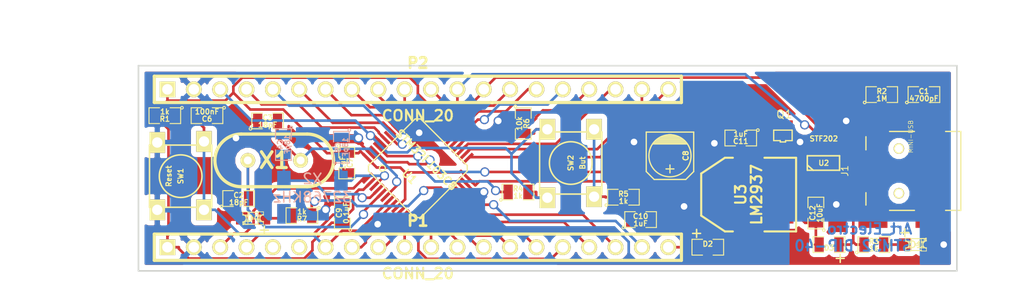
<source format=kicad_pcb>
(kicad_pcb (version 3) (host pcbnew "(2013-07-07 BZR 4022)-stable")

  (general
    (links 113)
    (no_connects 0)
    (area 97.221 72.855001 194.818001 100.965001)
    (thickness 1.6)
    (drawings 11)
    (tracks 454)
    (zones 0)
    (modules 34)
    (nets 53)
  )

  (page A4)
  (title_block 
    (title stm8s105c4-board)
    (rev 2.0)
    (company Art_Electro)
    (comment 2 Art_Electro)
    (comment 3 Art_Electro)
    (comment 4 Art_Electro)
  )

  (layers
    (15 F.Cu signal)
    (0 B.Cu signal)
    (16 B.Adhes user)
    (17 F.Adhes user)
    (18 B.Paste user)
    (19 F.Paste user)
    (20 B.SilkS user)
    (21 F.SilkS user)
    (22 B.Mask user)
    (23 F.Mask user)
    (24 Dwgs.User user)
    (25 Cmts.User user)
    (26 Eco1.User user)
    (27 Eco2.User user)
    (28 Edge.Cuts user)
  )

  (setup
    (last_trace_width 0.1524)
    (user_trace_width 0.508)
    (trace_clearance 0.1524)
    (zone_clearance 0.508)
    (zone_45_only no)
    (trace_min 0.1524)
    (segment_width 0.2)
    (edge_width 0.15)
    (via_size 0.889)
    (via_drill 0.635)
    (via_min_size 0.889)
    (via_min_drill 0.508)
    (user_via 1.27 0.6096)
    (user_via 1.397 0.8128)
    (uvia_size 0.508)
    (uvia_drill 0.127)
    (uvias_allowed no)
    (uvia_min_size 0.508)
    (uvia_min_drill 0.127)
    (pcb_text_width 0.3)
    (pcb_text_size 1 1)
    (mod_edge_width 0.15)
    (mod_text_size 1 1)
    (mod_text_width 0.15)
    (pad_size 1.016 0.254)
    (pad_drill 0)
    (pad_to_mask_clearance 0)
    (aux_axis_origin 0 0)
    (visible_elements 7FFFFFFF)
    (pcbplotparams
      (layerselection 268468224)
      (usegerberextensions false)
      (excludeedgelayer false)
      (linewidth 0.150000)
      (plotframeref false)
      (viasonmask false)
      (mode 1)
      (useauxorigin false)
      (hpglpennumber 1)
      (hpglpenspeed 20)
      (hpglpendiameter 15)
      (hpglpenoverlay 2)
      (psnegative true)
      (psa4output false)
      (plotreference true)
      (plotvalue false)
      (plotothertext true)
      (plotinvisibletext false)
      (padsonsilk false)
      (subtractmaskfromsilk false)
      (outputformat 2)
      (mirror true)
      (drillshape 0)
      (scaleselection 1)
      (outputdirectory postscript/))
  )

  (net 0 "")
  (net 1 /+5v)
  (net 2 /0)
  (net 3 /1)
  (net 4 /10)
  (net 5 /11)
  (net 6 /14)
  (net 7 /15)
  (net 8 /16)
  (net 9 /17)
  (net 10 /18)
  (net 11 /19)
  (net 12 /2)
  (net 13 /20)
  (net 14 /21)
  (net 15 /22)
  (net 16 /23_USBDP)
  (net 17 /24_USBDM)
  (net 18 /25)
  (net 19 /26)
  (net 20 /27)
  (net 21 /28)
  (net 22 /29)
  (net 23 /3)
  (net 24 /30)
  (net 25 /31)
  (net 26 /33)
  (net 27 /4)
  (net 28 /5)
  (net 29 /6)
  (net 30 /7)
  (net 31 /8)
  (net 32 /9)
  (net 33 /BOOT0)
  (net 34 /D+)
  (net 35 /D-)
  (net 36 /DISK)
  (net 37 /OSC32_IN)
  (net 38 /OSC32_OUT)
  (net 39 /Reset)
  (net 40 /VBAT)
  (net 41 /VCC)
  (net 42 /VIN)
  (net 43 GND)
  (net 44 N-0000015)
  (net 45 N-0000016)
  (net 46 N-0000017)
  (net 47 N-0000019)
  (net 48 N-0000022)
  (net 49 N-000003)
  (net 50 N-0000053)
  (net 51 N-0000054)
  (net 52 N-0000055)

  (net_class Default "Это класс цепей по умолчанию."
    (clearance 0.1524)
    (trace_width 0.1524)
    (via_dia 0.889)
    (via_drill 0.635)
    (uvia_dia 0.508)
    (uvia_drill 0.127)
    (add_net "")
    (add_net /+5v)
    (add_net /0)
    (add_net /1)
    (add_net /10)
    (add_net /11)
    (add_net /14)
    (add_net /15)
    (add_net /16)
    (add_net /17)
    (add_net /18)
    (add_net /19)
    (add_net /2)
    (add_net /20)
    (add_net /21)
    (add_net /22)
    (add_net /23_USBDP)
    (add_net /24_USBDM)
    (add_net /25)
    (add_net /26)
    (add_net /27)
    (add_net /28)
    (add_net /29)
    (add_net /3)
    (add_net /30)
    (add_net /31)
    (add_net /33)
    (add_net /4)
    (add_net /5)
    (add_net /6)
    (add_net /7)
    (add_net /8)
    (add_net /9)
    (add_net /BOOT0)
    (add_net /D+)
    (add_net /D-)
    (add_net /DISK)
    (add_net /OSC32_IN)
    (add_net /OSC32_OUT)
    (add_net /Reset)
    (add_net /VBAT)
    (add_net /VCC)
    (add_net /VIN)
    (add_net GND)
    (add_net N-0000015)
    (add_net N-0000016)
    (add_net N-0000017)
    (add_net N-0000019)
    (add_net N-0000022)
    (add_net N-000003)
    (add_net N-0000053)
    (add_net N-0000054)
    (add_net N-0000055)
  )

  (module TL-1105 (layer F.Cu) (tedit 52FDF5EA) (tstamp 53367C1E)
    (at 113.538 89.662 90)
    (tags button)
    (path /549BD29F)
    (fp_text reference SW1 (at 0 0 90) (layer F.SilkS)
      (effects (font (size 0.50038 0.50038) (thickness 0.10922)))
    )
    (fp_text value Reset (at 0 -1.143 90) (layer F.SilkS)
      (effects (font (size 0.50038 0.50038) (thickness 0.10922)))
    )
    (fp_line (start -3 -3) (end -3 3) (layer F.SilkS) (width 0.15))
    (fp_line (start 3 3) (end -3 3) (layer F.SilkS) (width 0.15))
    (fp_line (start 3 -3) (end 3 3) (layer F.SilkS) (width 0.15))
    (fp_line (start -3 -3) (end 3 -3) (layer F.SilkS) (width 0.15))
    (fp_circle (center 0 0) (end 2.032 0.3175) (layer F.SilkS) (width 0.15))
    (pad 1 thru_hole rect (at -3.25 -2.25 90) (size 2 1.5) (drill 1)
      (layers *.Cu *.Mask F.SilkS)
      (net 43 GND)
    )
    (pad 1 thru_hole rect (at 3.25 -2.25 90) (size 2 1.5) (drill 1)
      (layers *.Cu *.Mask F.SilkS)
      (net 43 GND)
    )
    (pad 2 thru_hole rect (at 3.35 2.25 90) (size 2 1.5) (drill 1)
      (layers *.Cu *.Mask F.SilkS)
      (net 39 /Reset)
    )
    (pad 2 thru_hole rect (at -3.25 2.25 90) (size 2 1.5) (drill 1)
      (layers *.Cu *.Mask F.SilkS)
      (net 39 /Reset)
    )
    (model 3d/pcb_push.wrl
      (at (xyz 0 0 0))
      (scale (xyz 1 1 1))
      (rotate (xyz 0 0 90))
    )
  )

  (module SM0805 (layer F.Cu) (tedit 5091495C) (tstamp 53367C2B)
    (at 185.166 81.788)
    (path /549BD2BA)
    (attr smd)
    (fp_text reference C1 (at 0 -0.3175) (layer F.SilkS)
      (effects (font (size 0.50038 0.50038) (thickness 0.10922)))
    )
    (fp_text value 4700pF (at 0 0.381) (layer F.SilkS)
      (effects (font (size 0.50038 0.50038) (thickness 0.10922)))
    )
    (fp_circle (center -1.651 0.762) (end -1.651 0.635) (layer F.SilkS) (width 0.09906))
    (fp_line (start -0.508 0.762) (end -1.524 0.762) (layer F.SilkS) (width 0.09906))
    (fp_line (start -1.524 0.762) (end -1.524 -0.762) (layer F.SilkS) (width 0.09906))
    (fp_line (start -1.524 -0.762) (end -0.508 -0.762) (layer F.SilkS) (width 0.09906))
    (fp_line (start 0.508 -0.762) (end 1.524 -0.762) (layer F.SilkS) (width 0.09906))
    (fp_line (start 1.524 -0.762) (end 1.524 0.762) (layer F.SilkS) (width 0.09906))
    (fp_line (start 1.524 0.762) (end 0.508 0.762) (layer F.SilkS) (width 0.09906))
    (pad 1 smd rect (at -0.9525 0) (size 0.889 1.397)
      (layers F.Cu F.Paste F.Mask)
      (net 43 GND)
    )
    (pad 2 smd rect (at 0.9525 0) (size 0.889 1.397)
      (layers F.Cu F.Paste F.Mask)
      (net 46 N-0000017)
    )
    (model smd/chip_cms.wrl
      (at (xyz 0 0 0))
      (scale (xyz 0.1 0.1 0.1))
      (rotate (xyz 0 0 0))
    )
  )

  (module SM0805 (layer B.Cu) (tedit 5091495C) (tstamp 5336E44E)
    (at 123.444 86.614 270)
    (path /549BD2AF)
    (attr smd)
    (fp_text reference C4 (at 0 0.3175 270) (layer B.SilkS)
      (effects (font (size 0.50038 0.50038) (thickness 0.10922)) (justify mirror))
    )
    (fp_text value 18pF (at 0 -0.381 270) (layer B.SilkS)
      (effects (font (size 0.50038 0.50038) (thickness 0.10922)) (justify mirror))
    )
    (fp_circle (center -1.651 -0.762) (end -1.651 -0.635) (layer B.SilkS) (width 0.09906))
    (fp_line (start -0.508 -0.762) (end -1.524 -0.762) (layer B.SilkS) (width 0.09906))
    (fp_line (start -1.524 -0.762) (end -1.524 0.762) (layer B.SilkS) (width 0.09906))
    (fp_line (start -1.524 0.762) (end -0.508 0.762) (layer B.SilkS) (width 0.09906))
    (fp_line (start 0.508 0.762) (end 1.524 0.762) (layer B.SilkS) (width 0.09906))
    (fp_line (start 1.524 0.762) (end 1.524 -0.762) (layer B.SilkS) (width 0.09906))
    (fp_line (start 1.524 -0.762) (end 0.508 -0.762) (layer B.SilkS) (width 0.09906))
    (pad 1 smd rect (at -0.9525 0 270) (size 0.889 1.397)
      (layers B.Cu B.Paste B.Mask)
      (net 43 GND)
    )
    (pad 2 smd rect (at 0.9525 0 270) (size 0.889 1.397)
      (layers B.Cu B.Paste B.Mask)
      (net 38 /OSC32_OUT)
    )
    (model smd/chip_cms.wrl
      (at (xyz 0 0 0))
      (scale (xyz 0.1 0.1 0.1))
      (rotate (xyz 0 0 0))
    )
  )

  (module SM0805 (layer F.Cu) (tedit 5091495C) (tstamp 53367C45)
    (at 119.126 91.821)
    (path /549BD297)
    (attr smd)
    (fp_text reference C2 (at 0 -0.3175) (layer F.SilkS)
      (effects (font (size 0.50038 0.50038) (thickness 0.10922)))
    )
    (fp_text value 18pF (at 0 0.381) (layer F.SilkS)
      (effects (font (size 0.50038 0.50038) (thickness 0.10922)))
    )
    (fp_circle (center -1.651 0.762) (end -1.651 0.635) (layer F.SilkS) (width 0.09906))
    (fp_line (start -0.508 0.762) (end -1.524 0.762) (layer F.SilkS) (width 0.09906))
    (fp_line (start -1.524 0.762) (end -1.524 -0.762) (layer F.SilkS) (width 0.09906))
    (fp_line (start -1.524 -0.762) (end -0.508 -0.762) (layer F.SilkS) (width 0.09906))
    (fp_line (start 0.508 -0.762) (end 1.524 -0.762) (layer F.SilkS) (width 0.09906))
    (fp_line (start 1.524 -0.762) (end 1.524 0.762) (layer F.SilkS) (width 0.09906))
    (fp_line (start 1.524 0.762) (end 0.508 0.762) (layer F.SilkS) (width 0.09906))
    (pad 1 smd rect (at -0.9525 0) (size 0.889 1.397)
      (layers F.Cu F.Paste F.Mask)
      (net 43 GND)
    )
    (pad 2 smd rect (at 0.9525 0) (size 0.889 1.397)
      (layers F.Cu F.Paste F.Mask)
      (net 51 N-0000054)
    )
    (model smd/chip_cms.wrl
      (at (xyz 0 0 0))
      (scale (xyz 0.1 0.1 0.1))
      (rotate (xyz 0 0 0))
    )
  )

  (module SM0805 (layer F.Cu) (tedit 5091495C) (tstamp 53367C52)
    (at 112.014 83.82 180)
    (path /549BD29D)
    (attr smd)
    (fp_text reference R1 (at 0 -0.3175 180) (layer F.SilkS)
      (effects (font (size 0.50038 0.50038) (thickness 0.10922)))
    )
    (fp_text value 1k (at 0 0.381 180) (layer F.SilkS)
      (effects (font (size 0.50038 0.50038) (thickness 0.10922)))
    )
    (fp_circle (center -1.651 0.762) (end -1.651 0.635) (layer F.SilkS) (width 0.09906))
    (fp_line (start -0.508 0.762) (end -1.524 0.762) (layer F.SilkS) (width 0.09906))
    (fp_line (start -1.524 0.762) (end -1.524 -0.762) (layer F.SilkS) (width 0.09906))
    (fp_line (start -1.524 -0.762) (end -0.508 -0.762) (layer F.SilkS) (width 0.09906))
    (fp_line (start 0.508 -0.762) (end 1.524 -0.762) (layer F.SilkS) (width 0.09906))
    (fp_line (start 1.524 -0.762) (end 1.524 0.762) (layer F.SilkS) (width 0.09906))
    (fp_line (start 1.524 0.762) (end 0.508 0.762) (layer F.SilkS) (width 0.09906))
    (pad 1 smd rect (at -0.9525 0 180) (size 0.889 1.397)
      (layers F.Cu F.Paste F.Mask)
      (net 39 /Reset)
    )
    (pad 2 smd rect (at 0.9525 0 180) (size 0.889 1.397)
      (layers F.Cu F.Paste F.Mask)
      (net 41 /VCC)
    )
    (model smd/chip_cms.wrl
      (at (xyz 0 0 0))
      (scale (xyz 0.1 0.1 0.1))
      (rotate (xyz 0 0 0))
    )
  )

  (module SM0805 (layer F.Cu) (tedit 5091495C) (tstamp 535BAD55)
    (at 121.92 84.328)
    (path /549BD29B)
    (attr smd)
    (fp_text reference C3 (at 0 -0.3175) (layer F.SilkS)
      (effects (font (size 0.50038 0.50038) (thickness 0.10922)))
    )
    (fp_text value 18pF (at 0 0.381) (layer F.SilkS)
      (effects (font (size 0.50038 0.50038) (thickness 0.10922)))
    )
    (fp_circle (center -1.651 0.762) (end -1.651 0.635) (layer F.SilkS) (width 0.09906))
    (fp_line (start -0.508 0.762) (end -1.524 0.762) (layer F.SilkS) (width 0.09906))
    (fp_line (start -1.524 0.762) (end -1.524 -0.762) (layer F.SilkS) (width 0.09906))
    (fp_line (start -1.524 -0.762) (end -0.508 -0.762) (layer F.SilkS) (width 0.09906))
    (fp_line (start 0.508 -0.762) (end 1.524 -0.762) (layer F.SilkS) (width 0.09906))
    (fp_line (start 1.524 -0.762) (end 1.524 0.762) (layer F.SilkS) (width 0.09906))
    (fp_line (start 1.524 0.762) (end 0.508 0.762) (layer F.SilkS) (width 0.09906))
    (pad 1 smd rect (at -0.9525 0) (size 0.889 1.397)
      (layers F.Cu F.Paste F.Mask)
      (net 43 GND)
    )
    (pad 2 smd rect (at 0.9525 0) (size 0.889 1.397)
      (layers F.Cu F.Paste F.Mask)
      (net 50 N-0000053)
    )
    (model smd/chip_cms.wrl
      (at (xyz 0 0 0))
      (scale (xyz 0.1 0.1 0.1))
      (rotate (xyz 0 0 0))
    )
  )

  (module SM0805 (layer B.Cu) (tedit 5091495C) (tstamp 53367C6C)
    (at 129.032 86.868 270)
    (path /549BD2B1)
    (attr smd)
    (fp_text reference C5 (at 0 0.3175 270) (layer B.SilkS)
      (effects (font (size 0.50038 0.50038) (thickness 0.10922)) (justify mirror))
    )
    (fp_text value 18pF (at 0 -0.381 270) (layer B.SilkS)
      (effects (font (size 0.50038 0.50038) (thickness 0.10922)) (justify mirror))
    )
    (fp_circle (center -1.651 -0.762) (end -1.651 -0.635) (layer B.SilkS) (width 0.09906))
    (fp_line (start -0.508 -0.762) (end -1.524 -0.762) (layer B.SilkS) (width 0.09906))
    (fp_line (start -1.524 -0.762) (end -1.524 0.762) (layer B.SilkS) (width 0.09906))
    (fp_line (start -1.524 0.762) (end -0.508 0.762) (layer B.SilkS) (width 0.09906))
    (fp_line (start 0.508 0.762) (end 1.524 0.762) (layer B.SilkS) (width 0.09906))
    (fp_line (start 1.524 0.762) (end 1.524 -0.762) (layer B.SilkS) (width 0.09906))
    (fp_line (start 1.524 -0.762) (end 0.508 -0.762) (layer B.SilkS) (width 0.09906))
    (pad 1 smd rect (at -0.9525 0 270) (size 0.889 1.397)
      (layers B.Cu B.Paste B.Mask)
      (net 43 GND)
    )
    (pad 2 smd rect (at 0.9525 0 270) (size 0.889 1.397)
      (layers B.Cu B.Paste B.Mask)
      (net 37 /OSC32_IN)
    )
    (model smd/chip_cms.wrl
      (at (xyz 0 0 0))
      (scale (xyz 0.1 0.1 0.1))
      (rotate (xyz 0 0 0))
    )
  )

  (module SM0805 (layer F.Cu) (tedit 5091495C) (tstamp 53367C79)
    (at 116.078 83.82 180)
    (path /549BD29E)
    (attr smd)
    (fp_text reference C6 (at 0 -0.3175 180) (layer F.SilkS)
      (effects (font (size 0.50038 0.50038) (thickness 0.10922)))
    )
    (fp_text value 100nF (at 0 0.381 180) (layer F.SilkS)
      (effects (font (size 0.50038 0.50038) (thickness 0.10922)))
    )
    (fp_circle (center -1.651 0.762) (end -1.651 0.635) (layer F.SilkS) (width 0.09906))
    (fp_line (start -0.508 0.762) (end -1.524 0.762) (layer F.SilkS) (width 0.09906))
    (fp_line (start -1.524 0.762) (end -1.524 -0.762) (layer F.SilkS) (width 0.09906))
    (fp_line (start -1.524 -0.762) (end -0.508 -0.762) (layer F.SilkS) (width 0.09906))
    (fp_line (start 0.508 -0.762) (end 1.524 -0.762) (layer F.SilkS) (width 0.09906))
    (fp_line (start 1.524 -0.762) (end 1.524 0.762) (layer F.SilkS) (width 0.09906))
    (fp_line (start 1.524 0.762) (end 0.508 0.762) (layer F.SilkS) (width 0.09906))
    (pad 1 smd rect (at -0.9525 0 180) (size 0.889 1.397)
      (layers F.Cu F.Paste F.Mask)
      (net 43 GND)
    )
    (pad 2 smd rect (at 0.9525 0 180) (size 0.889 1.397)
      (layers F.Cu F.Paste F.Mask)
      (net 39 /Reset)
    )
    (model smd/chip_cms.wrl
      (at (xyz 0 0 0))
      (scale (xyz 0.1 0.1 0.1))
      (rotate (xyz 0 0 0))
    )
  )

  (module SM0805 (layer F.Cu) (tedit 5091495C) (tstamp 53367C86)
    (at 129.54 88.392 270)
    (path /549BD299)
    (attr smd)
    (fp_text reference C7 (at 0 -0.3175 270) (layer F.SilkS)
      (effects (font (size 0.50038 0.50038) (thickness 0.10922)))
    )
    (fp_text value 1uF (at 0 0.381 270) (layer F.SilkS)
      (effects (font (size 0.50038 0.50038) (thickness 0.10922)))
    )
    (fp_circle (center -1.651 0.762) (end -1.651 0.635) (layer F.SilkS) (width 0.09906))
    (fp_line (start -0.508 0.762) (end -1.524 0.762) (layer F.SilkS) (width 0.09906))
    (fp_line (start -1.524 0.762) (end -1.524 -0.762) (layer F.SilkS) (width 0.09906))
    (fp_line (start -1.524 -0.762) (end -0.508 -0.762) (layer F.SilkS) (width 0.09906))
    (fp_line (start 0.508 -0.762) (end 1.524 -0.762) (layer F.SilkS) (width 0.09906))
    (fp_line (start 1.524 -0.762) (end 1.524 0.762) (layer F.SilkS) (width 0.09906))
    (fp_line (start 1.524 0.762) (end 0.508 0.762) (layer F.SilkS) (width 0.09906))
    (pad 1 smd rect (at -0.9525 0 270) (size 0.889 1.397)
      (layers F.Cu F.Paste F.Mask)
      (net 41 /VCC)
    )
    (pad 2 smd rect (at 0.9525 0 270) (size 0.889 1.397)
      (layers F.Cu F.Paste F.Mask)
      (net 43 GND)
    )
    (model smd/chip_cms.wrl
      (at (xyz 0 0 0))
      (scale (xyz 0.1 0.1 0.1))
      (rotate (xyz 0 0 0))
    )
  )

  (module HC-49V (layer F.Cu) (tedit 53367E9D) (tstamp 5336B807)
    (at 122.555 88.138)
    (descr "Quartz boitier HC-49 Vertical")
    (tags "QUARTZ DEV")
    (path /549BD296)
    (autoplace_cost180 10)
    (fp_text reference X1 (at 0 0) (layer F.SilkS)
      (effects (font (size 1.524 1.524) (thickness 0.3048)))
    )
    (fp_text value 8MHz (at 0 3.81) (layer F.SilkS) hide
      (effects (font (size 1.524 1.524) (thickness 0.3048)))
    )
    (fp_line (start -3.175 2.54) (end 3.175 2.54) (layer F.SilkS) (width 0.3175))
    (fp_line (start -3.175 -2.54) (end 3.175 -2.54) (layer F.SilkS) (width 0.3175))
    (fp_arc (start 3.175 0) (end 3.175 -2.54) (angle 90) (layer F.SilkS) (width 0.3175))
    (fp_arc (start 3.175 0) (end 5.715 0) (angle 90) (layer F.SilkS) (width 0.3175))
    (fp_arc (start -3.175 0) (end -5.715 0) (angle 90) (layer F.SilkS) (width 0.3175))
    (fp_arc (start -3.175 0) (end -3.175 2.54) (angle 90) (layer F.SilkS) (width 0.3175))
    (pad 1 thru_hole circle (at -2.54 0) (size 1.4224 1.4224) (drill 0.762)
      (layers *.Cu *.Mask F.SilkS)
      (net 51 N-0000054)
    )
    (pad 2 thru_hole circle (at 2.54 0) (size 1.4224 1.4224) (drill 0.762)
      (layers *.Cu *.Mask F.SilkS)
      (net 50 N-0000053)
    )
    (model discret/xtal/crystal_hc18u_vertical.wrl
      (at (xyz 0 0 0))
      (scale (xyz 1 1 0.2))
      (rotate (xyz 0 0 0))
    )
  )

  (module TL-1105 (layer F.Cu) (tedit 52FDF5EA) (tstamp 549BED68)
    (at 151.13 88.392 270)
    (tags button)
    (path /549BD2B4)
    (fp_text reference SW2 (at 0 0 270) (layer F.SilkS)
      (effects (font (size 0.50038 0.50038) (thickness 0.10922)))
    )
    (fp_text value But (at 0 -1.143 270) (layer F.SilkS)
      (effects (font (size 0.50038 0.50038) (thickness 0.10922)))
    )
    (fp_line (start -3 -3) (end -3 3) (layer F.SilkS) (width 0.15))
    (fp_line (start 3 3) (end -3 3) (layer F.SilkS) (width 0.15))
    (fp_line (start 3 -3) (end 3 3) (layer F.SilkS) (width 0.15))
    (fp_line (start -3 -3) (end 3 -3) (layer F.SilkS) (width 0.15))
    (fp_circle (center 0 0) (end 2.032 0.3175) (layer F.SilkS) (width 0.15))
    (pad 1 thru_hole rect (at -3.25 -2.25 270) (size 2 1.5) (drill 1)
      (layers *.Cu *.Mask F.SilkS)
      (net 47 N-0000019)
    )
    (pad 1 thru_hole rect (at 3.25 -2.25 270) (size 2 1.5) (drill 1)
      (layers *.Cu *.Mask F.SilkS)
      (net 47 N-0000019)
    )
    (pad 2 thru_hole rect (at 3.35 2.25 270) (size 2 1.5) (drill 1)
      (layers *.Cu *.Mask F.SilkS)
      (net 33 /BOOT0)
    )
    (pad 2 thru_hole rect (at -3.25 2.25 270) (size 2 1.5) (drill 1)
      (layers *.Cu *.Mask F.SilkS)
      (net 33 /BOOT0)
    )
    (model 3d/pcb_push.wrl
      (at (xyz 0 0 0))
      (scale (xyz 1 1 1))
      (rotate (xyz 0 0 90))
    )
  )

  (module SOT323 (layer F.Cu) (tedit 450AC34A) (tstamp 549BED77)
    (at 171.577 85.725)
    (tags "SMD SOT")
    (path /549BE47C)
    (attr smd)
    (fp_text reference Q1 (at 0.127 -2.032) (layer F.SilkS)
      (effects (font (size 0.762 0.762) (thickness 0.09906)))
    )
    (fp_text value DTA114E (at 0 0) (layer F.SilkS) hide
      (effects (font (size 0.70104 0.70104) (thickness 0.09906)))
    )
    (fp_line (start 0.254 0.508) (end 0.889 0.508) (layer F.SilkS) (width 0.127))
    (fp_line (start 0.889 0.508) (end 0.889 -0.508) (layer F.SilkS) (width 0.127))
    (fp_line (start -0.889 -0.508) (end -0.889 0.508) (layer F.SilkS) (width 0.127))
    (fp_line (start -0.889 0.508) (end -0.254 0.508) (layer F.SilkS) (width 0.127))
    (fp_line (start 0.254 0.635) (end 0.254 0.508) (layer F.SilkS) (width 0.127))
    (fp_line (start -0.254 0.508) (end -0.254 0.635) (layer F.SilkS) (width 0.127))
    (fp_line (start 0.889 -0.508) (end -0.889 -0.508) (layer F.SilkS) (width 0.127))
    (fp_line (start -0.254 0.635) (end 0.254 0.635) (layer F.SilkS) (width 0.127))
    (pad 2 smd rect (at -0.65024 -0.94996) (size 0.59944 1.00076)
      (layers F.Cu F.Paste F.Mask)
      (net 41 /VCC)
    )
    (pad 1 smd rect (at 0.65024 -0.94996) (size 0.59944 1.00076)
      (layers F.Cu F.Paste F.Mask)
      (net 36 /DISK)
    )
    (pad 3 smd rect (at 0 0.94996) (size 0.59944 1.00076)
      (layers F.Cu F.Paste F.Mask)
      (net 44 N-0000015)
    )
    (model smd/SOT323.wrl
      (at (xyz 0 0 0.001))
      (scale (xyz 0.3937 0.3937 0.3937))
      (rotate (xyz 0 0 0))
    )
  )

  (module SOT223 (layer F.Cu) (tedit 200000) (tstamp 549BED87)
    (at 168.275 91.44 90)
    (descr "module CMS SOT223 4 pins")
    (tags "CMS SOT")
    (path /549BD324)
    (attr smd)
    (fp_text reference U3 (at 0 -0.762 90) (layer F.SilkS)
      (effects (font (size 1.016 1.016) (thickness 0.2032)))
    )
    (fp_text value LM2937 (at 0 0.762 90) (layer F.SilkS)
      (effects (font (size 1.016 1.016) (thickness 0.2032)))
    )
    (fp_line (start -3.556 1.524) (end -3.556 4.572) (layer F.SilkS) (width 0.2032))
    (fp_line (start -3.556 4.572) (end 3.556 4.572) (layer F.SilkS) (width 0.2032))
    (fp_line (start 3.556 4.572) (end 3.556 1.524) (layer F.SilkS) (width 0.2032))
    (fp_line (start -3.556 -1.524) (end -3.556 -2.286) (layer F.SilkS) (width 0.2032))
    (fp_line (start -3.556 -2.286) (end -2.032 -4.572) (layer F.SilkS) (width 0.2032))
    (fp_line (start -2.032 -4.572) (end 2.032 -4.572) (layer F.SilkS) (width 0.2032))
    (fp_line (start 2.032 -4.572) (end 3.556 -2.286) (layer F.SilkS) (width 0.2032))
    (fp_line (start 3.556 -2.286) (end 3.556 -1.524) (layer F.SilkS) (width 0.2032))
    (pad 4 smd rect (at 0 -3.302 90) (size 3.6576 2.032)
      (layers F.Cu F.Paste F.Mask)
      (net 43 GND)
    )
    (pad 2 smd rect (at 0 3.302 90) (size 1.016 2.032)
      (layers F.Cu F.Paste F.Mask)
      (net 43 GND)
    )
    (pad 3 smd rect (at 2.286 3.302 90) (size 1.016 2.032)
      (layers F.Cu F.Paste F.Mask)
      (net 41 /VCC)
    )
    (pad 1 smd rect (at -2.286 3.302 90) (size 1.016 2.032)
      (layers F.Cu F.Paste F.Mask)
      (net 49 N-000003)
    )
    (model smd/SOT223.wrl
      (at (xyz 0 0 0))
      (scale (xyz 0.4 0.4 0.4))
      (rotate (xyz 0 0 0))
    )
  )

  (module SOT-457 (layer F.Cu) (tedit 52FCF6A8) (tstamp 549BED96)
    (at 175.514 88.392)
    (tags "SOT 457")
    (path /549BE1BB)
    (fp_text reference U2 (at 0 0) (layer F.SilkS)
      (effects (font (size 0.50038 0.50038) (thickness 0.10922)))
    )
    (fp_text value STF202 (at 0 -2.3495) (layer F.SilkS)
      (effects (font (size 0.50038 0.50038) (thickness 0.10922)))
    )
    (fp_line (start -1.016 0.6985) (end -1.5875 0.1905) (layer F.SilkS) (width 0.15))
    (fp_line (start -1.5875 -0.6985) (end 1.524 -0.6985) (layer F.SilkS) (width 0.15))
    (fp_line (start 1.524 -0.6985) (end 1.524 0.6985) (layer F.SilkS) (width 0.15))
    (fp_line (start 1.524 0.6985) (end -1.5875 0.6985) (layer F.SilkS) (width 0.15))
    (fp_line (start -1.5875 0.6985) (end -1.5875 -0.6985) (layer F.SilkS) (width 0.15))
    (pad 1 smd rect (at -0.95 1.2) (size 0.7 1)
      (layers F.Cu F.Paste F.Mask)
      (net 44 N-0000015)
    )
    (pad 2 smd rect (at 0 1.2) (size 0.7 1)
      (layers F.Cu F.Paste F.Mask)
      (net 34 /D+)
    )
    (pad 3 smd rect (at 0.95 1.2) (size 0.7 1)
      (layers F.Cu F.Paste F.Mask)
      (net 35 /D-)
    )
    (pad 4 smd rect (at 0.95 -1.2) (size 0.7 1)
      (layers F.Cu F.Paste F.Mask)
      (net 17 /24_USBDM)
    )
    (pad 5 smd rect (at 0 -1.2) (size 0.7 1)
      (layers F.Cu F.Paste F.Mask)
      (net 16 /23_USBDP)
    )
    (pad 6 smd rect (at -0.95 -1.2) (size 0.7 1)
      (layers F.Cu F.Paste F.Mask)
      (net 43 GND)
    )
    (model smd/smd_transistors/tsot-6.wrl
      (at (xyz 0 0 0))
      (scale (xyz 1 1 1))
      (rotate (xyz 0 0 0))
    )
  )

  (module SM0805-diode (layer F.Cu) (tedit 5388888B) (tstamp 549BEDA4)
    (at 176.022 96.266 180)
    (path /549BD32D)
    (attr smd)
    (fp_text reference D3 (at 0 -0.3175 180) (layer F.SilkS)
      (effects (font (size 0.50038 0.50038) (thickness 0.10922)))
    )
    (fp_text value DIODESCH (at 0 0.381 180) (layer F.SilkS) hide
      (effects (font (size 0.50038 0.50038) (thickness 0.10922)))
    )
    (fp_line (start -1.4605 -1.3335) (end -0.6985 -1.3335) (layer F.SilkS) (width 0.15))
    (fp_line (start -1.0795 -0.9525) (end -1.0795 -1.7145) (layer F.SilkS) (width 0.15))
    (fp_line (start -0.508 0.762) (end -1.524 0.762) (layer F.SilkS) (width 0.09906))
    (fp_line (start -1.524 0.762) (end -1.524 -0.762) (layer F.SilkS) (width 0.09906))
    (fp_line (start -1.524 -0.762) (end -0.508 -0.762) (layer F.SilkS) (width 0.09906))
    (fp_line (start 0.508 -0.762) (end 1.524 -0.762) (layer F.SilkS) (width 0.09906))
    (fp_line (start 1.524 -0.762) (end 1.524 0.762) (layer F.SilkS) (width 0.09906))
    (fp_line (start 1.524 0.762) (end 0.508 0.762) (layer F.SilkS) (width 0.09906))
    (pad 1 smd rect (at -0.9525 0 180) (size 0.889 1.397)
      (layers F.Cu F.Paste F.Mask)
      (net 1 /+5v)
    )
    (pad 2 smd rect (at 0.9525 0 180) (size 0.889 1.397)
      (layers F.Cu F.Paste F.Mask)
      (net 49 N-000003)
    )
    (model smd/chip_cms.wrl
      (at (xyz 0 0 0))
      (scale (xyz 0.1 0.1 0.1))
      (rotate (xyz 0 0 0))
    )
  )

  (module SM0805-diode (layer F.Cu) (tedit 5388888B) (tstamp 549BEDB2)
    (at 164.338 96.52)
    (path /549BD32B)
    (attr smd)
    (fp_text reference D2 (at 0 -0.3175) (layer F.SilkS)
      (effects (font (size 0.50038 0.50038) (thickness 0.10922)))
    )
    (fp_text value DIODESCH (at 0 0.381) (layer F.SilkS) hide
      (effects (font (size 0.50038 0.50038) (thickness 0.10922)))
    )
    (fp_line (start -1.4605 -1.3335) (end -0.6985 -1.3335) (layer F.SilkS) (width 0.15))
    (fp_line (start -1.0795 -0.9525) (end -1.0795 -1.7145) (layer F.SilkS) (width 0.15))
    (fp_line (start -0.508 0.762) (end -1.524 0.762) (layer F.SilkS) (width 0.09906))
    (fp_line (start -1.524 0.762) (end -1.524 -0.762) (layer F.SilkS) (width 0.09906))
    (fp_line (start -1.524 -0.762) (end -0.508 -0.762) (layer F.SilkS) (width 0.09906))
    (fp_line (start 0.508 -0.762) (end 1.524 -0.762) (layer F.SilkS) (width 0.09906))
    (fp_line (start 1.524 -0.762) (end 1.524 0.762) (layer F.SilkS) (width 0.09906))
    (fp_line (start 1.524 0.762) (end 0.508 0.762) (layer F.SilkS) (width 0.09906))
    (pad 1 smd rect (at -0.9525 0) (size 0.889 1.397)
      (layers F.Cu F.Paste F.Mask)
      (net 42 /VIN)
    )
    (pad 2 smd rect (at 0.9525 0) (size 0.889 1.397)
      (layers F.Cu F.Paste F.Mask)
      (net 49 N-000003)
    )
    (model smd/chip_cms.wrl
      (at (xyz 0 0 0))
      (scale (xyz 0.1 0.1 0.1))
      (rotate (xyz 0 0 0))
    )
  )

  (module SM0805 (layer F.Cu) (tedit 5091495C) (tstamp 549BEDBF)
    (at 180.34 96.266)
    (path /549BD2B9)
    (attr smd)
    (fp_text reference R3 (at 0 -0.3175) (layer F.SilkS)
      (effects (font (size 0.50038 0.50038) (thickness 0.10922)))
    )
    (fp_text value 1k (at 0 0.381) (layer F.SilkS)
      (effects (font (size 0.50038 0.50038) (thickness 0.10922)))
    )
    (fp_circle (center -1.651 0.762) (end -1.651 0.635) (layer F.SilkS) (width 0.09906))
    (fp_line (start -0.508 0.762) (end -1.524 0.762) (layer F.SilkS) (width 0.09906))
    (fp_line (start -1.524 0.762) (end -1.524 -0.762) (layer F.SilkS) (width 0.09906))
    (fp_line (start -1.524 -0.762) (end -0.508 -0.762) (layer F.SilkS) (width 0.09906))
    (fp_line (start 0.508 -0.762) (end 1.524 -0.762) (layer F.SilkS) (width 0.09906))
    (fp_line (start 1.524 -0.762) (end 1.524 0.762) (layer F.SilkS) (width 0.09906))
    (fp_line (start 1.524 0.762) (end 0.508 0.762) (layer F.SilkS) (width 0.09906))
    (pad 1 smd rect (at -0.9525 0) (size 0.889 1.397)
      (layers F.Cu F.Paste F.Mask)
      (net 1 /+5v)
    )
    (pad 2 smd rect (at 0.9525 0) (size 0.889 1.397)
      (layers F.Cu F.Paste F.Mask)
      (net 45 N-0000016)
    )
    (model smd/chip_cms.wrl
      (at (xyz 0 0 0))
      (scale (xyz 0.1 0.1 0.1))
      (rotate (xyz 0 0 0))
    )
  )

  (module SM0805 (layer F.Cu) (tedit 5091495C) (tstamp 549BEDCC)
    (at 174.752 93.218 90)
    (path /549BDC77)
    (attr smd)
    (fp_text reference C12 (at 0 -0.3175 90) (layer F.SilkS)
      (effects (font (size 0.50038 0.50038) (thickness 0.10922)))
    )
    (fp_text value 10uF (at 0 0.381 90) (layer F.SilkS)
      (effects (font (size 0.50038 0.50038) (thickness 0.10922)))
    )
    (fp_circle (center -1.651 0.762) (end -1.651 0.635) (layer F.SilkS) (width 0.09906))
    (fp_line (start -0.508 0.762) (end -1.524 0.762) (layer F.SilkS) (width 0.09906))
    (fp_line (start -1.524 0.762) (end -1.524 -0.762) (layer F.SilkS) (width 0.09906))
    (fp_line (start -1.524 -0.762) (end -0.508 -0.762) (layer F.SilkS) (width 0.09906))
    (fp_line (start 0.508 -0.762) (end 1.524 -0.762) (layer F.SilkS) (width 0.09906))
    (fp_line (start 1.524 -0.762) (end 1.524 0.762) (layer F.SilkS) (width 0.09906))
    (fp_line (start 1.524 0.762) (end 0.508 0.762) (layer F.SilkS) (width 0.09906))
    (pad 1 smd rect (at -0.9525 0 90) (size 0.889 1.397)
      (layers F.Cu F.Paste F.Mask)
      (net 49 N-000003)
    )
    (pad 2 smd rect (at 0.9525 0 90) (size 0.889 1.397)
      (layers F.Cu F.Paste F.Mask)
      (net 43 GND)
    )
    (model smd/chip_cms.wrl
      (at (xyz 0 0 0))
      (scale (xyz 0.1 0.1 0.1))
      (rotate (xyz 0 0 0))
    )
  )

  (module SM0805 (layer F.Cu) (tedit 5091495C) (tstamp 549BEDD9)
    (at 125.222 93.472 180)
    (path /549BD2C7)
    (attr smd)
    (fp_text reference R7 (at 0 -0.3175 180) (layer F.SilkS)
      (effects (font (size 0.50038 0.50038) (thickness 0.10922)))
    )
    (fp_text value 1k (at 0 0.381 180) (layer F.SilkS)
      (effects (font (size 0.50038 0.50038) (thickness 0.10922)))
    )
    (fp_circle (center -1.651 0.762) (end -1.651 0.635) (layer F.SilkS) (width 0.09906))
    (fp_line (start -0.508 0.762) (end -1.524 0.762) (layer F.SilkS) (width 0.09906))
    (fp_line (start -1.524 0.762) (end -1.524 -0.762) (layer F.SilkS) (width 0.09906))
    (fp_line (start -1.524 -0.762) (end -0.508 -0.762) (layer F.SilkS) (width 0.09906))
    (fp_line (start 0.508 -0.762) (end 1.524 -0.762) (layer F.SilkS) (width 0.09906))
    (fp_line (start 1.524 -0.762) (end 1.524 0.762) (layer F.SilkS) (width 0.09906))
    (fp_line (start 1.524 0.762) (end 0.508 0.762) (layer F.SilkS) (width 0.09906))
    (pad 1 smd rect (at -0.9525 0 180) (size 0.889 1.397)
      (layers F.Cu F.Paste F.Mask)
      (net 26 /33)
    )
    (pad 2 smd rect (at 0.9525 0 180) (size 0.889 1.397)
      (layers F.Cu F.Paste F.Mask)
      (net 48 N-0000022)
    )
    (model smd/chip_cms.wrl
      (at (xyz 0 0 0))
      (scale (xyz 0.1 0.1 0.1))
      (rotate (xyz 0 0 0))
    )
  )

  (module SM0805 (layer F.Cu) (tedit 5091495C) (tstamp 549BEDE6)
    (at 181.102 81.788)
    (path /549BD2BB)
    (attr smd)
    (fp_text reference R2 (at 0 -0.3175) (layer F.SilkS)
      (effects (font (size 0.50038 0.50038) (thickness 0.10922)))
    )
    (fp_text value 1M (at 0 0.381) (layer F.SilkS)
      (effects (font (size 0.50038 0.50038) (thickness 0.10922)))
    )
    (fp_circle (center -1.651 0.762) (end -1.651 0.635) (layer F.SilkS) (width 0.09906))
    (fp_line (start -0.508 0.762) (end -1.524 0.762) (layer F.SilkS) (width 0.09906))
    (fp_line (start -1.524 0.762) (end -1.524 -0.762) (layer F.SilkS) (width 0.09906))
    (fp_line (start -1.524 -0.762) (end -0.508 -0.762) (layer F.SilkS) (width 0.09906))
    (fp_line (start 0.508 -0.762) (end 1.524 -0.762) (layer F.SilkS) (width 0.09906))
    (fp_line (start 1.524 -0.762) (end 1.524 0.762) (layer F.SilkS) (width 0.09906))
    (fp_line (start 1.524 0.762) (end 0.508 0.762) (layer F.SilkS) (width 0.09906))
    (pad 1 smd rect (at -0.9525 0) (size 0.889 1.397)
      (layers F.Cu F.Paste F.Mask)
      (net 46 N-0000017)
    )
    (pad 2 smd rect (at 0.9525 0) (size 0.889 1.397)
      (layers F.Cu F.Paste F.Mask)
      (net 43 GND)
    )
    (model smd/chip_cms.wrl
      (at (xyz 0 0 0))
      (scale (xyz 0.1 0.1 0.1))
      (rotate (xyz 0 0 0))
    )
  )

  (module SM0805 (layer F.Cu) (tedit 5091495C) (tstamp 549BEDF3)
    (at 146.558 84.582 270)
    (path /549BD2B6)
    (attr smd)
    (fp_text reference R6 (at 0 -0.3175 270) (layer F.SilkS)
      (effects (font (size 0.50038 0.50038) (thickness 0.10922)))
    )
    (fp_text value 10k (at 0 0.381 270) (layer F.SilkS)
      (effects (font (size 0.50038 0.50038) (thickness 0.10922)))
    )
    (fp_circle (center -1.651 0.762) (end -1.651 0.635) (layer F.SilkS) (width 0.09906))
    (fp_line (start -0.508 0.762) (end -1.524 0.762) (layer F.SilkS) (width 0.09906))
    (fp_line (start -1.524 0.762) (end -1.524 -0.762) (layer F.SilkS) (width 0.09906))
    (fp_line (start -1.524 -0.762) (end -0.508 -0.762) (layer F.SilkS) (width 0.09906))
    (fp_line (start 0.508 -0.762) (end 1.524 -0.762) (layer F.SilkS) (width 0.09906))
    (fp_line (start 1.524 -0.762) (end 1.524 0.762) (layer F.SilkS) (width 0.09906))
    (fp_line (start 1.524 0.762) (end 0.508 0.762) (layer F.SilkS) (width 0.09906))
    (pad 1 smd rect (at -0.9525 0 270) (size 0.889 1.397)
      (layers F.Cu F.Paste F.Mask)
      (net 43 GND)
    )
    (pad 2 smd rect (at 0.9525 0 270) (size 0.889 1.397)
      (layers F.Cu F.Paste F.Mask)
      (net 33 /BOOT0)
    )
    (model smd/chip_cms.wrl
      (at (xyz 0 0 0))
      (scale (xyz 0.1 0.1 0.1))
      (rotate (xyz 0 0 0))
    )
  )

  (module SM0805 (layer F.Cu) (tedit 5091495C) (tstamp 549BEE00)
    (at 156.21 91.694)
    (path /549BD2B5)
    (attr smd)
    (fp_text reference R5 (at 0 -0.3175) (layer F.SilkS)
      (effects (font (size 0.50038 0.50038) (thickness 0.10922)))
    )
    (fp_text value 1k (at 0 0.381) (layer F.SilkS)
      (effects (font (size 0.50038 0.50038) (thickness 0.10922)))
    )
    (fp_circle (center -1.651 0.762) (end -1.651 0.635) (layer F.SilkS) (width 0.09906))
    (fp_line (start -0.508 0.762) (end -1.524 0.762) (layer F.SilkS) (width 0.09906))
    (fp_line (start -1.524 0.762) (end -1.524 -0.762) (layer F.SilkS) (width 0.09906))
    (fp_line (start -1.524 -0.762) (end -0.508 -0.762) (layer F.SilkS) (width 0.09906))
    (fp_line (start 0.508 -0.762) (end 1.524 -0.762) (layer F.SilkS) (width 0.09906))
    (fp_line (start 1.524 -0.762) (end 1.524 0.762) (layer F.SilkS) (width 0.09906))
    (fp_line (start 1.524 0.762) (end 0.508 0.762) (layer F.SilkS) (width 0.09906))
    (pad 1 smd rect (at -0.9525 0) (size 0.889 1.397)
      (layers F.Cu F.Paste F.Mask)
      (net 47 N-0000019)
    )
    (pad 2 smd rect (at 0.9525 0) (size 0.889 1.397)
      (layers F.Cu F.Paste F.Mask)
      (net 41 /VCC)
    )
    (model smd/chip_cms.wrl
      (at (xyz 0 0 0))
      (scale (xyz 0.1 0.1 0.1))
      (rotate (xyz 0 0 0))
    )
  )

  (module SM0805 (layer F.Cu) (tedit 5091495C) (tstamp 549BEE0D)
    (at 146.05 91.186)
    (path /549BD2B3)
    (attr smd)
    (fp_text reference R4 (at 0 -0.3175) (layer F.SilkS)
      (effects (font (size 0.50038 0.50038) (thickness 0.10922)))
    )
    (fp_text value 1k (at 0 0.381) (layer F.SilkS)
      (effects (font (size 0.50038 0.50038) (thickness 0.10922)))
    )
    (fp_circle (center -1.651 0.762) (end -1.651 0.635) (layer F.SilkS) (width 0.09906))
    (fp_line (start -0.508 0.762) (end -1.524 0.762) (layer F.SilkS) (width 0.09906))
    (fp_line (start -1.524 0.762) (end -1.524 -0.762) (layer F.SilkS) (width 0.09906))
    (fp_line (start -1.524 -0.762) (end -0.508 -0.762) (layer F.SilkS) (width 0.09906))
    (fp_line (start 0.508 -0.762) (end 1.524 -0.762) (layer F.SilkS) (width 0.09906))
    (fp_line (start 1.524 -0.762) (end 1.524 0.762) (layer F.SilkS) (width 0.09906))
    (fp_line (start 1.524 0.762) (end 0.508 0.762) (layer F.SilkS) (width 0.09906))
    (pad 1 smd rect (at -0.9525 0) (size 0.889 1.397)
      (layers F.Cu F.Paste F.Mask)
      (net 52 N-0000055)
    )
    (pad 2 smd rect (at 0.9525 0) (size 0.889 1.397)
      (layers F.Cu F.Paste F.Mask)
      (net 33 /BOOT0)
    )
    (model smd/chip_cms.wrl
      (at (xyz 0 0 0))
      (scale (xyz 0.1 0.1 0.1))
      (rotate (xyz 0 0 0))
    )
  )

  (module SM0805 (layer F.Cu) (tedit 5091495C) (tstamp 549BEE1A)
    (at 129.125 93.204 90)
    (path /549BD2A6)
    (attr smd)
    (fp_text reference C9 (at 0 -0.3175 90) (layer F.SilkS)
      (effects (font (size 0.50038 0.50038) (thickness 0.10922)))
    )
    (fp_text value 0.1uF (at 0 0.381 90) (layer F.SilkS)
      (effects (font (size 0.50038 0.50038) (thickness 0.10922)))
    )
    (fp_circle (center -1.651 0.762) (end -1.651 0.635) (layer F.SilkS) (width 0.09906))
    (fp_line (start -0.508 0.762) (end -1.524 0.762) (layer F.SilkS) (width 0.09906))
    (fp_line (start -1.524 0.762) (end -1.524 -0.762) (layer F.SilkS) (width 0.09906))
    (fp_line (start -1.524 -0.762) (end -0.508 -0.762) (layer F.SilkS) (width 0.09906))
    (fp_line (start 0.508 -0.762) (end 1.524 -0.762) (layer F.SilkS) (width 0.09906))
    (fp_line (start 1.524 -0.762) (end 1.524 0.762) (layer F.SilkS) (width 0.09906))
    (fp_line (start 1.524 0.762) (end 0.508 0.762) (layer F.SilkS) (width 0.09906))
    (pad 1 smd rect (at -0.9525 0 90) (size 0.889 1.397)
      (layers F.Cu F.Paste F.Mask)
      (net 41 /VCC)
    )
    (pad 2 smd rect (at 0.9525 0 90) (size 0.889 1.397)
      (layers F.Cu F.Paste F.Mask)
      (net 43 GND)
    )
    (model smd/chip_cms.wrl
      (at (xyz 0 0 0))
      (scale (xyz 0.1 0.1 0.1))
      (rotate (xyz 0 0 0))
    )
  )

  (module SM0805 (layer F.Cu) (tedit 5091495C) (tstamp 549BEE27)
    (at 167.513 85.979 180)
    (path /549BD2A8)
    (attr smd)
    (fp_text reference C11 (at 0 -0.3175 180) (layer F.SilkS)
      (effects (font (size 0.50038 0.50038) (thickness 0.10922)))
    )
    (fp_text value 1uF (at 0 0.381 180) (layer F.SilkS)
      (effects (font (size 0.50038 0.50038) (thickness 0.10922)))
    )
    (fp_circle (center -1.651 0.762) (end -1.651 0.635) (layer F.SilkS) (width 0.09906))
    (fp_line (start -0.508 0.762) (end -1.524 0.762) (layer F.SilkS) (width 0.09906))
    (fp_line (start -1.524 0.762) (end -1.524 -0.762) (layer F.SilkS) (width 0.09906))
    (fp_line (start -1.524 -0.762) (end -0.508 -0.762) (layer F.SilkS) (width 0.09906))
    (fp_line (start 0.508 -0.762) (end 1.524 -0.762) (layer F.SilkS) (width 0.09906))
    (fp_line (start 1.524 -0.762) (end 1.524 0.762) (layer F.SilkS) (width 0.09906))
    (fp_line (start 1.524 0.762) (end 0.508 0.762) (layer F.SilkS) (width 0.09906))
    (pad 1 smd rect (at -0.9525 0 180) (size 0.889 1.397)
      (layers F.Cu F.Paste F.Mask)
      (net 41 /VCC)
    )
    (pad 2 smd rect (at 0.9525 0 180) (size 0.889 1.397)
      (layers F.Cu F.Paste F.Mask)
      (net 43 GND)
    )
    (model smd/chip_cms.wrl
      (at (xyz 0 0 0))
      (scale (xyz 0.1 0.1 0.1))
      (rotate (xyz 0 0 0))
    )
  )

  (module SM0805 (layer F.Cu) (tedit 5091495C) (tstamp 549BEE34)
    (at 157.861 93.853)
    (path /549BD2A7)
    (attr smd)
    (fp_text reference C10 (at 0 -0.3175) (layer F.SilkS)
      (effects (font (size 0.50038 0.50038) (thickness 0.10922)))
    )
    (fp_text value 1uF (at 0 0.381) (layer F.SilkS)
      (effects (font (size 0.50038 0.50038) (thickness 0.10922)))
    )
    (fp_circle (center -1.651 0.762) (end -1.651 0.635) (layer F.SilkS) (width 0.09906))
    (fp_line (start -0.508 0.762) (end -1.524 0.762) (layer F.SilkS) (width 0.09906))
    (fp_line (start -1.524 0.762) (end -1.524 -0.762) (layer F.SilkS) (width 0.09906))
    (fp_line (start -1.524 -0.762) (end -0.508 -0.762) (layer F.SilkS) (width 0.09906))
    (fp_line (start 0.508 -0.762) (end 1.524 -0.762) (layer F.SilkS) (width 0.09906))
    (fp_line (start 1.524 -0.762) (end 1.524 0.762) (layer F.SilkS) (width 0.09906))
    (fp_line (start 1.524 0.762) (end 0.508 0.762) (layer F.SilkS) (width 0.09906))
    (pad 1 smd rect (at -0.9525 0) (size 0.889 1.397)
      (layers F.Cu F.Paste F.Mask)
      (net 41 /VCC)
    )
    (pad 2 smd rect (at 0.9525 0) (size 0.889 1.397)
      (layers F.Cu F.Paste F.Mask)
      (net 43 GND)
    )
    (model smd/chip_cms.wrl
      (at (xyz 0 0 0))
      (scale (xyz 0.1 0.1 0.1))
      (rotate (xyz 0 0 0))
    )
  )

  (module PIN_ARRAY_20X1 (layer F.Cu) (tedit 549BE445) (tstamp 549BEE50)
    (at 136.398 81.28)
    (descr "Contacts 20 pins")
    (tags CONN)
    (path /549BE7DA)
    (fp_text reference P2 (at 0 -2.54) (layer F.SilkS)
      (effects (font (size 1.016 1.016) (thickness 0.254)))
    )
    (fp_text value CONN_20 (at 0 2.54) (layer F.SilkS)
      (effects (font (size 1.016 1.016) (thickness 0.2032)))
    )
    (fp_line (start 25.4 1.27) (end -25.4 1.27) (layer F.SilkS) (width 0.3048))
    (fp_line (start 25.4 -1.27) (end -25.4 -1.27) (layer F.SilkS) (width 0.3048))
    (fp_line (start 25.4 -1.27) (end 25.4 1.27) (layer F.SilkS) (width 0.3048))
    (fp_line (start -25.4 -1.27) (end -25.4 1.27) (layer F.SilkS) (width 0.3048))
    (pad 1 thru_hole rect (at -24.13 0) (size 1.524 1.524) (drill 1.016)
      (layers *.Cu *.Mask F.SilkS)
      (net 41 /VCC)
    )
    (pad 6 thru_hole circle (at -11.43 0) (size 1.524 1.524) (drill 1.016)
      (layers *.Cu *.Mask F.SilkS)
      (net 9 /17)
    )
    (pad 7 thru_hole circle (at -8.89 0) (size 1.524 1.524) (drill 1.016)
      (layers *.Cu *.Mask F.SilkS)
      (net 10 /18)
    )
    (pad 8 thru_hole circle (at -6.35 0) (size 1.524 1.524) (drill 1.016)
      (layers *.Cu *.Mask F.SilkS)
      (net 11 /19)
    )
    (pad 9 thru_hole circle (at -3.81 0) (size 1.524 1.524) (drill 1.016)
      (layers *.Cu *.Mask F.SilkS)
      (net 13 /20)
    )
    (pad 10 thru_hole circle (at -1.27 0) (size 1.524 1.524) (drill 1.016)
      (layers *.Cu *.Mask F.SilkS)
      (net 14 /21)
    )
    (pad 11 thru_hole circle (at 1.27 0) (size 1.524 1.524) (drill 1.016)
      (layers *.Cu *.Mask F.SilkS)
      (net 15 /22)
    )
    (pad 12 thru_hole circle (at 3.81 0) (size 1.524 1.524) (drill 1.016)
      (layers *.Cu *.Mask F.SilkS)
      (net 16 /23_USBDP)
    )
    (pad 13 thru_hole circle (at 6.35 0) (size 1.524 1.524) (drill 1.016)
      (layers *.Cu *.Mask F.SilkS)
      (net 17 /24_USBDM)
    )
    (pad 14 thru_hole circle (at 8.89 0) (size 1.524 1.524) (drill 1.016)
      (layers *.Cu *.Mask F.SilkS)
      (net 18 /25)
    )
    (pad 15 thru_hole circle (at 11.43 0) (size 1.524 1.524) (drill 1.016)
      (layers *.Cu *.Mask F.SilkS)
      (net 19 /26)
    )
    (pad 16 thru_hole circle (at 13.97 0) (size 1.524 1.524) (drill 1.016)
      (layers *.Cu *.Mask F.SilkS)
      (net 20 /27)
    )
    (pad 17 thru_hole circle (at 16.51 0) (size 1.524 1.524) (drill 1.016)
      (layers *.Cu *.Mask F.SilkS)
      (net 21 /28)
    )
    (pad 18 thru_hole circle (at 19.05 0) (size 1.524 1.524) (drill 1.016)
      (layers *.Cu *.Mask F.SilkS)
      (net 22 /29)
    )
    (pad 19 thru_hole circle (at 21.59 0) (size 1.524 1.524) (drill 1.016)
      (layers *.Cu *.Mask F.SilkS)
      (net 24 /30)
    )
    (pad 2 thru_hole circle (at -21.59 0) (size 1.524 1.524) (drill 1.016)
      (layers *.Cu *.Mask F.SilkS)
      (net 43 GND)
    )
    (pad 3 thru_hole circle (at -19.05 0) (size 1.524 1.524) (drill 1.016)
      (layers *.Cu *.Mask F.SilkS)
      (net 33 /BOOT0)
    )
    (pad 4 thru_hole circle (at -16.51 0) (size 1.524 1.524) (drill 1.016)
      (layers *.Cu *.Mask F.SilkS)
      (net 7 /15)
    )
    (pad 5 thru_hole circle (at -13.97 0) (size 1.524 1.524) (drill 1.016)
      (layers *.Cu *.Mask F.SilkS)
      (net 8 /16)
    )
    (pad 20 thru_hole circle (at 24.13 0) (size 1.524 1.524) (drill 1.016)
      (layers *.Cu *.Mask F.SilkS)
      (net 25 /31)
    )
  )

  (module MINI-USB-5P-3400020P1 (layer F.Cu) (tedit 52FBBDB5) (tstamp 549BEE66)
    (at 184.15 89.154 90)
    (descr OPL)
    (tags "USB MINI 5 SMD-1")
    (path /549BD2C3)
    (attr smd)
    (fp_text reference J1 (at 0 -6.604 90) (layer F.SilkS)
      (effects (font (size 0.635 0.635) (thickness 0.0889)))
    )
    (fp_text value MINI-USB (at 3.302 -0.254 90) (layer F.SilkS)
      (effects (font (size 0.4318 0.4318) (thickness 0.0508)))
    )
    (fp_line (start 3.81 4.572) (end 3.81 3.103) (layer F.SilkS) (width 0.127))
    (fp_line (start -3.81 4.572) (end -3.81 3.103) (layer F.SilkS) (width 0.127))
    (fp_line (start 2.032 -4.572) (end 3.302 -4.572) (layer F.SilkS) (width 0.127))
    (fp_line (start 3.81 -2.297) (end 3.81 0.103) (layer F.SilkS) (width 0.127))
    (fp_line (start -3.81 4.572) (end 3.81 4.572) (layer F.SilkS) (width 0.127))
    (fp_line (start -3.81 -2.297) (end -3.81 0.103) (layer F.SilkS) (width 0.127))
    (fp_line (start -3.3 -4.572) (end -2.1 -4.572) (layer F.SilkS) (width 0.127))
    (pad 1 smd rect (at -1.6 -4.191 90) (size 0.508 2.54)
      (layers F.Cu F.Paste F.Mask)
      (net 1 /+5v)
    )
    (pad 2 smd rect (at -0.8 -4.191 90) (size 0.508 2.54)
      (layers F.Cu F.Paste F.Mask)
      (net 35 /D-)
    )
    (pad 3 smd rect (at 0 -4.191 90) (size 0.508 2.54)
      (layers F.Cu F.Paste F.Mask)
      (net 34 /D+)
    )
    (pad 4 smd rect (at 0.8 -4.191 90) (size 0.508 2.54)
      (layers F.Cu F.Paste F.Mask)
    )
    (pad 5 smd rect (at 1.6 -4.191 90) (size 0.508 2.54)
      (layers F.Cu F.Paste F.Mask)
      (net 43 GND)
    )
    (pad 6 smd rect (at -4.5 1.603 180) (size 2.794 2)
      (layers F.Cu F.Paste F.Mask)
      (net 46 N-0000017)
    )
    (pad 6 smd rect (at 4.5 1.603 180) (size 2.794 2)
      (layers F.Cu F.Paste F.Mask)
      (net 46 N-0000017)
    )
    (pad 6 smd rect (at -4.5 -3.897 180) (size 2.794 2)
      (layers F.Cu F.Paste F.Mask)
      (net 46 N-0000017)
    )
    (pad 6 smd rect (at 4.5 -3.897 180) (size 2.794 2)
      (layers F.Cu F.Paste F.Mask)
      (net 46 N-0000017)
    )
    (pad "" thru_hole circle (at -2.159 -1.397 180) (size 1.016 1.016) (drill 0.762)
      (layers *.Cu *.Mask F.SilkS)
    )
    (pad "" thru_hole circle (at 2.159 -1.397 180) (size 1.016 1.016) (drill 0.762)
      (layers *.Cu *.Mask F.SilkS)
    )
    (model 3d/usb-2.wrl
      (at (xyz 0 0 0))
      (scale (xyz 1 1 1))
      (rotate (xyz -90 0 -90))
    )
  )

  (module MC-306 (layer B.Cu) (tedit 52F267DB) (tstamp 549BEE6E)
    (at 126.238 91.694)
    (path /549BD2AE)
    (fp_text reference X2 (at 0 -1.778) (layer B.SilkS)
      (effects (font (size 1 1) (thickness 0.15)) (justify mirror))
    )
    (fp_text value 32768KHz (at 0 0) (layer B.SilkS)
      (effects (font (size 1 1) (thickness 0.15)) (justify mirror))
    )
    (pad 1 smd rect (at -2.75 -1.6) (size 1.3 1.9)
      (layers B.Cu B.Paste B.Mask)
      (net 38 /OSC32_OUT)
    )
    (pad 2 smd rect (at 2.75 -1.6) (size 1.3 1.9)
      (layers B.Cu B.Paste B.Mask)
      (net 37 /OSC32_IN)
    )
    (pad 3 smd rect (at 2.75 1.6) (size 1.3 1.9)
      (layers B.Cu B.Paste B.Mask)
    )
    (pad 4 smd rect (at -2.75 1.6) (size 1.3 1.9)
      (layers B.Cu B.Paste B.Mask)
    )
  )

  (module LED-0805_A (layer F.Cu) (tedit 53B43481) (tstamp 549BEEAB)
    (at 120.523 93.726 180)
    (descr "LED 0805 smd")
    (tags "LED 0805 SMD")
    (path /549BD2C8)
    (attr smd)
    (fp_text reference D4 (at 0 0 180) (layer F.SilkS)
      (effects (font (size 0.635 0.635) (thickness 0.10922)))
    )
    (fp_text value BLUE (at 0 1.2065 180) (layer F.SilkS) hide
      (effects (font (size 0.50038 0.50038) (thickness 0.10922)))
    )
    (fp_line (start -1.0795 -0.762) (end -1.0795 -1.524) (layer F.SilkS) (width 0.15))
    (fp_line (start -1.4605 -1.143) (end -0.6985 -1.143) (layer F.SilkS) (width 0.15))
    (fp_line (start 0.49784 0.29972) (end 0.49784 0.62484) (layer F.SilkS) (width 0.06604))
    (fp_line (start 0.49784 0.62484) (end 0.99822 0.62484) (layer F.SilkS) (width 0.06604))
    (fp_line (start 0.99822 0.29972) (end 0.99822 0.62484) (layer F.SilkS) (width 0.06604))
    (fp_line (start 0.49784 0.29972) (end 0.99822 0.29972) (layer F.SilkS) (width 0.06604))
    (fp_line (start 0.49784 -0.32258) (end 0.49784 -0.17272) (layer F.SilkS) (width 0.06604))
    (fp_line (start 0.49784 -0.17272) (end 0.7493 -0.17272) (layer F.SilkS) (width 0.06604))
    (fp_line (start 0.7493 -0.32258) (end 0.7493 -0.17272) (layer F.SilkS) (width 0.06604))
    (fp_line (start 0.49784 -0.32258) (end 0.7493 -0.32258) (layer F.SilkS) (width 0.06604))
    (fp_line (start 0.49784 0.17272) (end 0.49784 0.32258) (layer F.SilkS) (width 0.06604))
    (fp_line (start 0.49784 0.32258) (end 0.7493 0.32258) (layer F.SilkS) (width 0.06604))
    (fp_line (start 0.7493 0.17272) (end 0.7493 0.32258) (layer F.SilkS) (width 0.06604))
    (fp_line (start 0.49784 0.17272) (end 0.7493 0.17272) (layer F.SilkS) (width 0.06604))
    (fp_line (start 0.49784 -0.19812) (end 0.49784 0.19812) (layer F.SilkS) (width 0.06604))
    (fp_line (start 0.49784 0.19812) (end 0.6731 0.19812) (layer F.SilkS) (width 0.06604))
    (fp_line (start 0.6731 -0.19812) (end 0.6731 0.19812) (layer F.SilkS) (width 0.06604))
    (fp_line (start 0.49784 -0.19812) (end 0.6731 -0.19812) (layer F.SilkS) (width 0.06604))
    (fp_line (start -0.99822 0.29972) (end -0.99822 0.62484) (layer F.SilkS) (width 0.06604))
    (fp_line (start -0.99822 0.62484) (end -0.49784 0.62484) (layer F.SilkS) (width 0.06604))
    (fp_line (start -0.49784 0.29972) (end -0.49784 0.62484) (layer F.SilkS) (width 0.06604))
    (fp_line (start -0.99822 0.29972) (end -0.49784 0.29972) (layer F.SilkS) (width 0.06604))
    (fp_line (start -0.99822 -0.62484) (end -0.99822 -0.29972) (layer F.SilkS) (width 0.06604))
    (fp_line (start -0.99822 -0.29972) (end -0.49784 -0.29972) (layer F.SilkS) (width 0.06604))
    (fp_line (start -0.49784 -0.62484) (end -0.49784 -0.29972) (layer F.SilkS) (width 0.06604))
    (fp_line (start -0.99822 -0.62484) (end -0.49784 -0.62484) (layer F.SilkS) (width 0.06604))
    (fp_line (start -0.7493 0.17272) (end -0.7493 0.32258) (layer F.SilkS) (width 0.06604))
    (fp_line (start -0.7493 0.32258) (end -0.49784 0.32258) (layer F.SilkS) (width 0.06604))
    (fp_line (start -0.49784 0.17272) (end -0.49784 0.32258) (layer F.SilkS) (width 0.06604))
    (fp_line (start -0.7493 0.17272) (end -0.49784 0.17272) (layer F.SilkS) (width 0.06604))
    (fp_line (start -0.7493 -0.32258) (end -0.7493 -0.17272) (layer F.SilkS) (width 0.06604))
    (fp_line (start -0.7493 -0.17272) (end -0.49784 -0.17272) (layer F.SilkS) (width 0.06604))
    (fp_line (start -0.49784 -0.32258) (end -0.49784 -0.17272) (layer F.SilkS) (width 0.06604))
    (fp_line (start -0.7493 -0.32258) (end -0.49784 -0.32258) (layer F.SilkS) (width 0.06604))
    (fp_line (start -0.6731 -0.19812) (end -0.6731 0.19812) (layer F.SilkS) (width 0.06604))
    (fp_line (start -0.6731 0.19812) (end -0.49784 0.19812) (layer F.SilkS) (width 0.06604))
    (fp_line (start -0.49784 -0.19812) (end -0.49784 0.19812) (layer F.SilkS) (width 0.06604))
    (fp_line (start -0.6731 -0.19812) (end -0.49784 -0.19812) (layer F.SilkS) (width 0.06604))
    (fp_line (start 0 -0.09906) (end 0 0.09906) (layer F.SilkS) (width 0.06604))
    (fp_line (start 0 0.09906) (end 0.19812 0.09906) (layer F.SilkS) (width 0.06604))
    (fp_line (start 0.19812 -0.09906) (end 0.19812 0.09906) (layer F.SilkS) (width 0.06604))
    (fp_line (start 0 -0.09906) (end 0.19812 -0.09906) (layer F.SilkS) (width 0.06604))
    (fp_line (start 0.49784 -0.59944) (end 0.49784 -0.29972) (layer F.SilkS) (width 0.06604))
    (fp_line (start 0.49784 -0.29972) (end 0.79756 -0.29972) (layer F.SilkS) (width 0.06604))
    (fp_line (start 0.79756 -0.59944) (end 0.79756 -0.29972) (layer F.SilkS) (width 0.06604))
    (fp_line (start 0.49784 -0.59944) (end 0.79756 -0.59944) (layer F.SilkS) (width 0.06604))
    (fp_line (start 0.92456 -0.62484) (end 0.92456 -0.39878) (layer F.SilkS) (width 0.06604))
    (fp_line (start 0.92456 -0.39878) (end 0.99822 -0.39878) (layer F.SilkS) (width 0.06604))
    (fp_line (start 0.99822 -0.62484) (end 0.99822 -0.39878) (layer F.SilkS) (width 0.06604))
    (fp_line (start 0.92456 -0.62484) (end 0.99822 -0.62484) (layer F.SilkS) (width 0.06604))
    (fp_line (start 0.52324 0.57404) (end -0.52324 0.57404) (layer F.SilkS) (width 0.1016))
    (fp_line (start -0.49784 -0.57404) (end 0.92456 -0.57404) (layer F.SilkS) (width 0.1016))
    (fp_circle (center 0.84836 -0.44958) (end 0.89916 -0.50038) (layer F.SilkS) (width 0.0508))
    (fp_arc (start 0.99822 0) (end 0.99822 0.34798) (angle 180) (layer F.SilkS) (width 0.1016))
    (fp_arc (start -0.99822 0) (end -0.99822 -0.34798) (angle 180) (layer F.SilkS) (width 0.1016))
    (pad 1 smd rect (at -1.04902 0 180) (size 1.19888 1.19888)
      (layers F.Cu F.Paste F.Mask)
      (net 48 N-0000022)
    )
    (pad 2 smd rect (at 1.04902 0 180) (size 1.19888 1.19888)
      (layers F.Cu F.Paste F.Mask)
      (net 43 GND)
    )
    (model 3d/LED_0805.wrl
      (at (xyz 0 0 0))
      (scale (xyz 1 1 1))
      (rotate (xyz 0 0 0))
    )
  )

  (module LED-0805_A (layer F.Cu) (tedit 53B43481) (tstamp 549BEEE8)
    (at 184.404 96.266)
    (descr "LED 0805 smd")
    (tags "LED 0805 SMD")
    (path /549BD2C2)
    (attr smd)
    (fp_text reference D1 (at 0 0) (layer F.SilkS)
      (effects (font (size 0.635 0.635) (thickness 0.10922)))
    )
    (fp_text value GREEN (at 0 1.2065) (layer F.SilkS) hide
      (effects (font (size 0.50038 0.50038) (thickness 0.10922)))
    )
    (fp_line (start -1.0795 -0.762) (end -1.0795 -1.524) (layer F.SilkS) (width 0.15))
    (fp_line (start -1.4605 -1.143) (end -0.6985 -1.143) (layer F.SilkS) (width 0.15))
    (fp_line (start 0.49784 0.29972) (end 0.49784 0.62484) (layer F.SilkS) (width 0.06604))
    (fp_line (start 0.49784 0.62484) (end 0.99822 0.62484) (layer F.SilkS) (width 0.06604))
    (fp_line (start 0.99822 0.29972) (end 0.99822 0.62484) (layer F.SilkS) (width 0.06604))
    (fp_line (start 0.49784 0.29972) (end 0.99822 0.29972) (layer F.SilkS) (width 0.06604))
    (fp_line (start 0.49784 -0.32258) (end 0.49784 -0.17272) (layer F.SilkS) (width 0.06604))
    (fp_line (start 0.49784 -0.17272) (end 0.7493 -0.17272) (layer F.SilkS) (width 0.06604))
    (fp_line (start 0.7493 -0.32258) (end 0.7493 -0.17272) (layer F.SilkS) (width 0.06604))
    (fp_line (start 0.49784 -0.32258) (end 0.7493 -0.32258) (layer F.SilkS) (width 0.06604))
    (fp_line (start 0.49784 0.17272) (end 0.49784 0.32258) (layer F.SilkS) (width 0.06604))
    (fp_line (start 0.49784 0.32258) (end 0.7493 0.32258) (layer F.SilkS) (width 0.06604))
    (fp_line (start 0.7493 0.17272) (end 0.7493 0.32258) (layer F.SilkS) (width 0.06604))
    (fp_line (start 0.49784 0.17272) (end 0.7493 0.17272) (layer F.SilkS) (width 0.06604))
    (fp_line (start 0.49784 -0.19812) (end 0.49784 0.19812) (layer F.SilkS) (width 0.06604))
    (fp_line (start 0.49784 0.19812) (end 0.6731 0.19812) (layer F.SilkS) (width 0.06604))
    (fp_line (start 0.6731 -0.19812) (end 0.6731 0.19812) (layer F.SilkS) (width 0.06604))
    (fp_line (start 0.49784 -0.19812) (end 0.6731 -0.19812) (layer F.SilkS) (width 0.06604))
    (fp_line (start -0.99822 0.29972) (end -0.99822 0.62484) (layer F.SilkS) (width 0.06604))
    (fp_line (start -0.99822 0.62484) (end -0.49784 0.62484) (layer F.SilkS) (width 0.06604))
    (fp_line (start -0.49784 0.29972) (end -0.49784 0.62484) (layer F.SilkS) (width 0.06604))
    (fp_line (start -0.99822 0.29972) (end -0.49784 0.29972) (layer F.SilkS) (width 0.06604))
    (fp_line (start -0.99822 -0.62484) (end -0.99822 -0.29972) (layer F.SilkS) (width 0.06604))
    (fp_line (start -0.99822 -0.29972) (end -0.49784 -0.29972) (layer F.SilkS) (width 0.06604))
    (fp_line (start -0.49784 -0.62484) (end -0.49784 -0.29972) (layer F.SilkS) (width 0.06604))
    (fp_line (start -0.99822 -0.62484) (end -0.49784 -0.62484) (layer F.SilkS) (width 0.06604))
    (fp_line (start -0.7493 0.17272) (end -0.7493 0.32258) (layer F.SilkS) (width 0.06604))
    (fp_line (start -0.7493 0.32258) (end -0.49784 0.32258) (layer F.SilkS) (width 0.06604))
    (fp_line (start -0.49784 0.17272) (end -0.49784 0.32258) (layer F.SilkS) (width 0.06604))
    (fp_line (start -0.7493 0.17272) (end -0.49784 0.17272) (layer F.SilkS) (width 0.06604))
    (fp_line (start -0.7493 -0.32258) (end -0.7493 -0.17272) (layer F.SilkS) (width 0.06604))
    (fp_line (start -0.7493 -0.17272) (end -0.49784 -0.17272) (layer F.SilkS) (width 0.06604))
    (fp_line (start -0.49784 -0.32258) (end -0.49784 -0.17272) (layer F.SilkS) (width 0.06604))
    (fp_line (start -0.7493 -0.32258) (end -0.49784 -0.32258) (layer F.SilkS) (width 0.06604))
    (fp_line (start -0.6731 -0.19812) (end -0.6731 0.19812) (layer F.SilkS) (width 0.06604))
    (fp_line (start -0.6731 0.19812) (end -0.49784 0.19812) (layer F.SilkS) (width 0.06604))
    (fp_line (start -0.49784 -0.19812) (end -0.49784 0.19812) (layer F.SilkS) (width 0.06604))
    (fp_line (start -0.6731 -0.19812) (end -0.49784 -0.19812) (layer F.SilkS) (width 0.06604))
    (fp_line (start 0 -0.09906) (end 0 0.09906) (layer F.SilkS) (width 0.06604))
    (fp_line (start 0 0.09906) (end 0.19812 0.09906) (layer F.SilkS) (width 0.06604))
    (fp_line (start 0.19812 -0.09906) (end 0.19812 0.09906) (layer F.SilkS) (width 0.06604))
    (fp_line (start 0 -0.09906) (end 0.19812 -0.09906) (layer F.SilkS) (width 0.06604))
    (fp_line (start 0.49784 -0.59944) (end 0.49784 -0.29972) (layer F.SilkS) (width 0.06604))
    (fp_line (start 0.49784 -0.29972) (end 0.79756 -0.29972) (layer F.SilkS) (width 0.06604))
    (fp_line (start 0.79756 -0.59944) (end 0.79756 -0.29972) (layer F.SilkS) (width 0.06604))
    (fp_line (start 0.49784 -0.59944) (end 0.79756 -0.59944) (layer F.SilkS) (width 0.06604))
    (fp_line (start 0.92456 -0.62484) (end 0.92456 -0.39878) (layer F.SilkS) (width 0.06604))
    (fp_line (start 0.92456 -0.39878) (end 0.99822 -0.39878) (layer F.SilkS) (width 0.06604))
    (fp_line (start 0.99822 -0.62484) (end 0.99822 -0.39878) (layer F.SilkS) (width 0.06604))
    (fp_line (start 0.92456 -0.62484) (end 0.99822 -0.62484) (layer F.SilkS) (width 0.06604))
    (fp_line (start 0.52324 0.57404) (end -0.52324 0.57404) (layer F.SilkS) (width 0.1016))
    (fp_line (start -0.49784 -0.57404) (end 0.92456 -0.57404) (layer F.SilkS) (width 0.1016))
    (fp_circle (center 0.84836 -0.44958) (end 0.89916 -0.50038) (layer F.SilkS) (width 0.0508))
    (fp_arc (start 0.99822 0) (end 0.99822 0.34798) (angle 180) (layer F.SilkS) (width 0.1016))
    (fp_arc (start -0.99822 0) (end -0.99822 -0.34798) (angle 180) (layer F.SilkS) (width 0.1016))
    (pad 1 smd rect (at -1.04902 0) (size 1.19888 1.19888)
      (layers F.Cu F.Paste F.Mask)
      (net 45 N-0000016)
    )
    (pad 2 smd rect (at 1.04902 0) (size 1.19888 1.19888)
      (layers F.Cu F.Paste F.Mask)
      (net 43 GND)
    )
    (model 3d/LED_0805.wrl
      (at (xyz 0 0 0))
      (scale (xyz 1 1 1))
      (rotate (xyz 0 0 0))
    )
  )

  (module CP_elec_4x5.3 (layer F.Cu) (tedit 54736A74) (tstamp 53367C93)
    (at 160.693 87.6931 270)
    (descr "SMT capacitor, aluminium electrolytic, 4x5.3")
    (path /549BD2A5)
    (fp_text reference C8 (at 0 -1.524 270) (layer F.SilkS)
      (effects (font (size 0.50038 0.50038) (thickness 0.11938)))
    )
    (fp_text value 47uF (at 0 2.794 270) (layer F.SilkS) hide
      (effects (font (size 0.50038 0.50038) (thickness 0.11938)))
    )
    (fp_line (start 1.651 0) (end 0.889 0) (layer F.SilkS) (width 0.127))
    (fp_line (start 1.27 -0.381) (end 1.27 0.381) (layer F.SilkS) (width 0.127))
    (fp_line (start 1.524 2.286) (end -2.286 2.286) (layer F.SilkS) (width 0.127))
    (fp_line (start 2.286 -1.524) (end 2.286 1.524) (layer F.SilkS) (width 0.127))
    (fp_line (start 1.524 2.286) (end 2.286 1.524) (layer F.SilkS) (width 0.127))
    (fp_line (start 1.524 -2.286) (end -2.286 -2.286) (layer F.SilkS) (width 0.127))
    (fp_line (start 1.524 -2.286) (end 2.286 -1.524) (layer F.SilkS) (width 0.127))
    (fp_line (start -2.032 0.127) (end -2.032 -0.127) (layer F.SilkS) (width 0.127))
    (fp_line (start -1.905 -0.635) (end -1.905 0.635) (layer F.SilkS) (width 0.127))
    (fp_line (start -1.778 0.889) (end -1.778 -0.889) (layer F.SilkS) (width 0.127))
    (fp_line (start -1.651 1.143) (end -1.651 -1.143) (layer F.SilkS) (width 0.127))
    (fp_line (start -1.524 -1.27) (end -1.524 1.27) (layer F.SilkS) (width 0.127))
    (fp_line (start -1.397 1.397) (end -1.397 -1.397) (layer F.SilkS) (width 0.127))
    (fp_line (start -1.27 -1.524) (end -1.27 1.524) (layer F.SilkS) (width 0.127))
    (fp_line (start -1.143 -1.651) (end -1.143 1.651) (layer F.SilkS) (width 0.127))
    (fp_circle (center 0 0) (end -2.032 0) (layer F.SilkS) (width 0.127))
    (fp_line (start -2.286 -2.286) (end -2.286 2.286) (layer F.SilkS) (width 0.127))
    (pad 1 smd rect (at 1.80086 0 270) (size 2.60096 1.6002)
      (layers F.Cu F.Paste F.Mask)
      (net 41 /VCC)
    )
    (pad 2 smd rect (at -1.80086 0 270) (size 2.60096 1.6002)
      (layers F.Cu F.Paste F.Mask)
      (net 43 GND)
    )
    (model smd/capacitors/c_elec_4x5_3.wrl
      (at (xyz 0 0 0))
      (scale (xyz 1 1 1))
      (rotate (xyz 0 0 0))
    )
  )

  (module PIN_ARRAY_20X1 (layer F.Cu) (tedit 549BE445) (tstamp 5336C2D7)
    (at 136.398 96.52)
    (descr "Contacts 20 pins")
    (tags CONN)
    (path /549BE7CD)
    (fp_text reference P1 (at 0 -2.54) (layer F.SilkS)
      (effects (font (size 1.016 1.016) (thickness 0.254)))
    )
    (fp_text value CONN_20 (at 0 2.54) (layer F.SilkS)
      (effects (font (size 1.016 1.016) (thickness 0.2032)))
    )
    (fp_line (start 25.4 1.27) (end -25.4 1.27) (layer F.SilkS) (width 0.3048))
    (fp_line (start 25.4 -1.27) (end -25.4 -1.27) (layer F.SilkS) (width 0.3048))
    (fp_line (start 25.4 -1.27) (end 25.4 1.27) (layer F.SilkS) (width 0.3048))
    (fp_line (start -25.4 -1.27) (end -25.4 1.27) (layer F.SilkS) (width 0.3048))
    (pad 1 thru_hole rect (at -24.13 0) (size 1.524 1.524) (drill 1.016)
      (layers *.Cu *.Mask F.SilkS)
      (net 41 /VCC)
    )
    (pad 6 thru_hole circle (at -11.43 0) (size 1.524 1.524) (drill 1.016)
      (layers *.Cu *.Mask F.SilkS)
    )
    (pad 7 thru_hole circle (at -8.89 0) (size 1.524 1.524) (drill 1.016)
      (layers *.Cu *.Mask F.SilkS)
      (net 39 /Reset)
    )
    (pad 8 thru_hole circle (at -6.35 0) (size 1.524 1.524) (drill 1.016)
      (layers *.Cu *.Mask F.SilkS)
      (net 5 /11)
    )
    (pad 9 thru_hole circle (at -3.81 0) (size 1.524 1.524) (drill 1.016)
      (layers *.Cu *.Mask F.SilkS)
      (net 4 /10)
    )
    (pad 10 thru_hole circle (at -1.27 0) (size 1.524 1.524) (drill 1.016)
      (layers *.Cu *.Mask F.SilkS)
      (net 32 /9)
    )
    (pad 11 thru_hole circle (at 1.27 0) (size 1.524 1.524) (drill 1.016)
      (layers *.Cu *.Mask F.SilkS)
      (net 31 /8)
    )
    (pad 12 thru_hole circle (at 3.81 0) (size 1.524 1.524) (drill 1.016)
      (layers *.Cu *.Mask F.SilkS)
      (net 30 /7)
    )
    (pad 13 thru_hole circle (at 6.35 0) (size 1.524 1.524) (drill 1.016)
      (layers *.Cu *.Mask F.SilkS)
      (net 29 /6)
    )
    (pad 14 thru_hole circle (at 8.89 0) (size 1.524 1.524) (drill 1.016)
      (layers *.Cu *.Mask F.SilkS)
      (net 28 /5)
    )
    (pad 15 thru_hole circle (at 11.43 0) (size 1.524 1.524) (drill 1.016)
      (layers *.Cu *.Mask F.SilkS)
      (net 27 /4)
    )
    (pad 16 thru_hole circle (at 13.97 0) (size 1.524 1.524) (drill 1.016)
      (layers *.Cu *.Mask F.SilkS)
      (net 23 /3)
    )
    (pad 17 thru_hole circle (at 16.51 0) (size 1.524 1.524) (drill 1.016)
      (layers *.Cu *.Mask F.SilkS)
      (net 12 /2)
    )
    (pad 18 thru_hole circle (at 19.05 0) (size 1.524 1.524) (drill 1.016)
      (layers *.Cu *.Mask F.SilkS)
      (net 3 /1)
    )
    (pad 19 thru_hole circle (at 21.59 0) (size 1.524 1.524) (drill 1.016)
      (layers *.Cu *.Mask F.SilkS)
      (net 2 /0)
    )
    (pad 2 thru_hole circle (at -21.59 0) (size 1.524 1.524) (drill 1.016)
      (layers *.Cu *.Mask F.SilkS)
      (net 43 GND)
    )
    (pad 3 thru_hole circle (at -19.05 0) (size 1.524 1.524) (drill 1.016)
      (layers *.Cu *.Mask F.SilkS)
      (net 40 /VBAT)
    )
    (pad 4 thru_hole circle (at -16.51 0) (size 1.524 1.524) (drill 1.016)
      (layers *.Cu *.Mask F.SilkS)
      (net 6 /14)
    )
    (pad 5 thru_hole circle (at -13.97 0) (size 1.524 1.524) (drill 1.016)
      (layers *.Cu *.Mask F.SilkS)
    )
    (pad 20 thru_hole circle (at 24.13 0) (size 1.524 1.524) (drill 1.016)
      (layers *.Cu *.Mask F.SilkS)
      (net 42 /VIN)
    )
  )

  (module lqfp48 (layer F.Cu) (tedit 49EA2B32) (tstamp 534FE2E4)
    (at 136.398 88.9 315)
    (descr LQFP-48)
    (path /549BD2AD)
    (fp_text reference U1 (at 0 1.143 315) (layer F.SilkS)
      (effects (font (size 0.7493 0.7493) (thickness 0.14986)))
    )
    (fp_text value STM32F103C8 (at 0 -1.143 315) (layer F.SilkS)
      (effects (font (size 0.7493 0.7493) (thickness 0.14986)))
    )
    (fp_circle (center -2.413 2.413) (end -2.667 2.54) (layer F.SilkS) (width 0.127))
    (fp_line (start 3.556 3.175) (end 3.175 3.556) (layer F.SilkS) (width 0.127))
    (fp_line (start 3.175 3.556) (end -3.175 3.556) (layer F.SilkS) (width 0.127))
    (fp_line (start -3.175 3.556) (end -3.556 3.175) (layer F.SilkS) (width 0.127))
    (fp_line (start -3.556 3.175) (end -3.556 -3.175) (layer F.SilkS) (width 0.127))
    (fp_line (start -3.556 -3.175) (end -3.175 -3.556) (layer F.SilkS) (width 0.127))
    (fp_line (start -3.175 -3.556) (end 3.175 -3.556) (layer F.SilkS) (width 0.127))
    (fp_line (start 3.175 -3.556) (end 3.556 -3.175) (layer F.SilkS) (width 0.127))
    (fp_line (start 3.556 -3.175) (end 3.556 3.175) (layer F.SilkS) (width 0.127))
    (pad 4 smd rect (at -1.24968 4.09956 315) (size 0.29972 1.30048)
      (layers F.Cu F.Paste F.Mask)
      (net 38 /OSC32_OUT)
    )
    (pad 5 smd rect (at -0.7493 4.09956 315) (size 0.29972 1.30048)
      (layers F.Cu F.Paste F.Mask)
      (net 51 N-0000054)
    )
    (pad 6 smd rect (at -0.24892 4.09956 315) (size 0.29972 1.30048)
      (layers F.Cu F.Paste F.Mask)
      (net 50 N-0000053)
    )
    (pad 7 smd rect (at 0.24892 4.09956 315) (size 0.29972 1.30048)
      (layers F.Cu F.Paste F.Mask)
      (net 39 /Reset)
    )
    (pad 8 smd rect (at 0.7493 4.09956 315) (size 0.29972 1.30048)
      (layers F.Cu F.Paste F.Mask)
      (net 43 GND)
    )
    (pad 1 smd rect (at -2.75082 4.09956 315) (size 0.29972 1.30048)
      (layers F.Cu F.Paste F.Mask)
      (net 40 /VBAT)
    )
    (pad 2 smd rect (at -2.25044 4.09956 315) (size 0.29972 1.30048)
      (layers F.Cu F.Paste F.Mask)
      (net 6 /14)
    )
    (pad 3 smd rect (at -1.75006 4.09956 315) (size 0.29972 1.30048)
      (layers F.Cu F.Paste F.Mask)
      (net 37 /OSC32_IN)
    )
    (pad 13 smd rect (at 4.09956 2.75082 315) (size 1.30048 0.29972)
      (layers F.Cu F.Paste F.Mask)
      (net 31 /8)
    )
    (pad 14 smd rect (at 4.09956 2.25044 315) (size 1.30048 0.29972)
      (layers F.Cu F.Paste F.Mask)
      (net 30 /7)
    )
    (pad 15 smd rect (at 4.09956 1.75006 315) (size 1.30048 0.29972)
      (layers F.Cu F.Paste F.Mask)
      (net 29 /6)
    )
    (pad 16 smd rect (at 4.09956 1.24968 315) (size 1.30048 0.29972)
      (layers F.Cu F.Paste F.Mask)
      (net 28 /5)
    )
    (pad 17 smd rect (at 4.09956 0.7493 315) (size 1.30048 0.29972)
      (layers F.Cu F.Paste F.Mask)
      (net 27 /4)
    )
    (pad 18 smd rect (at 4.09956 0.24892 315) (size 1.30048 0.29972)
      (layers F.Cu F.Paste F.Mask)
      (net 23 /3)
    )
    (pad 19 smd rect (at 4.09956 -0.24892 315) (size 1.30048 0.29972)
      (layers F.Cu F.Paste F.Mask)
      (net 26 /33)
    )
    (pad 20 smd rect (at 4.09956 -0.7493 315) (size 1.30048 0.29972)
      (layers F.Cu F.Paste F.Mask)
      (net 12 /2)
    )
    (pad 25 smd rect (at 2.75082 -4.09956 315) (size 0.29972 1.30048)
      (layers F.Cu F.Paste F.Mask)
      (net 25 /31)
    )
    (pad 26 smd rect (at 2.25044 -4.09956 315) (size 0.29972 1.30048)
      (layers F.Cu F.Paste F.Mask)
      (net 24 /30)
    )
    (pad 27 smd rect (at 1.75006 -4.09956 315) (size 0.29972 1.30048)
      (layers F.Cu F.Paste F.Mask)
      (net 22 /29)
    )
    (pad 28 smd rect (at 1.24968 -4.09956 315) (size 0.29972 1.30048)
      (layers F.Cu F.Paste F.Mask)
      (net 21 /28)
    )
    (pad 29 smd rect (at 0.7493 -4.09956 315) (size 0.29972 1.30048)
      (layers F.Cu F.Paste F.Mask)
      (net 20 /27)
    )
    (pad 30 smd rect (at 0.24892 -4.09956 315) (size 0.29972 1.30048)
      (layers F.Cu F.Paste F.Mask)
      (net 19 /26)
    )
    (pad 31 smd rect (at -0.24892 -4.09956 315) (size 0.29972 1.30048)
      (layers F.Cu F.Paste F.Mask)
      (net 18 /25)
    )
    (pad 32 smd rect (at -0.7493 -4.09956 315) (size 0.29972 1.30048)
      (layers F.Cu F.Paste F.Mask)
      (net 17 /24_USBDM)
    )
    (pad 37 smd rect (at -4.09956 -2.75082 315) (size 1.30048 0.29972)
      (layers F.Cu F.Paste F.Mask)
      (net 14 /21)
    )
    (pad 38 smd rect (at -4.09956 -2.25044 315) (size 1.30048 0.29972)
      (layers F.Cu F.Paste F.Mask)
      (net 13 /20)
    )
    (pad 39 smd rect (at -4.09956 -1.75006 315) (size 1.30048 0.29972)
      (layers F.Cu F.Paste F.Mask)
      (net 11 /19)
    )
    (pad 40 smd rect (at -4.09956 -1.24968 315) (size 1.30048 0.29972)
      (layers F.Cu F.Paste F.Mask)
      (net 10 /18)
    )
    (pad 41 smd rect (at -4.09956 -0.7493 315) (size 1.30048 0.29972)
      (layers F.Cu F.Paste F.Mask)
      (net 9 /17)
    )
    (pad 42 smd rect (at -4.09956 -0.24892 315) (size 1.30048 0.29972)
      (layers F.Cu F.Paste F.Mask)
      (net 8 /16)
    )
    (pad 43 smd rect (at -4.09956 0.24892 315) (size 1.30048 0.29972)
      (layers F.Cu F.Paste F.Mask)
      (net 7 /15)
    )
    (pad 44 smd rect (at -4.09956 0.7493 315) (size 1.30048 0.29972)
      (layers F.Cu F.Paste F.Mask)
      (net 33 /BOOT0)
    )
    (pad 9 smd rect (at 1.24968 4.09956 315) (size 0.29972 1.30048)
      (layers F.Cu F.Paste F.Mask)
      (net 41 /VCC)
    )
    (pad 10 smd rect (at 1.75006 4.09956 315) (size 0.29972 1.30048)
      (layers F.Cu F.Paste F.Mask)
      (net 5 /11)
    )
    (pad 11 smd rect (at 2.25044 4.09956 315) (size 0.29972 1.30048)
      (layers F.Cu F.Paste F.Mask)
      (net 4 /10)
    )
    (pad 12 smd rect (at 2.75082 4.09956 315) (size 0.29972 1.30048)
      (layers F.Cu F.Paste F.Mask)
      (net 32 /9)
    )
    (pad 21 smd rect (at 4.09956 -1.24968 315) (size 1.30048 0.29972)
      (layers F.Cu F.Paste F.Mask)
      (net 3 /1)
    )
    (pad 22 smd rect (at 4.09956 -1.75006 315) (size 1.30048 0.29972)
      (layers F.Cu F.Paste F.Mask)
      (net 2 /0)
    )
    (pad 23 smd rect (at 4.09956 -2.25044 315) (size 1.30048 0.29972)
      (layers F.Cu F.Paste F.Mask)
      (net 43 GND)
    )
    (pad 24 smd rect (at 4.09956 -2.75082 315) (size 1.30048 0.29972)
      (layers F.Cu F.Paste F.Mask)
      (net 41 /VCC)
    )
    (pad 33 smd rect (at -1.24968 -4.09956 315) (size 0.29972 1.30048)
      (layers F.Cu F.Paste F.Mask)
      (net 16 /23_USBDP)
    )
    (pad 34 smd rect (at -1.75006 -4.09956 315) (size 0.29972 1.30048)
      (layers F.Cu F.Paste F.Mask)
      (net 15 /22)
    )
    (pad 35 smd rect (at -2.25044 -4.09956 315) (size 0.29972 1.30048)
      (layers F.Cu F.Paste F.Mask)
      (net 43 GND)
    )
    (pad 36 smd rect (at -2.75082 -4.09956 315) (size 0.29972 1.30048)
      (layers F.Cu F.Paste F.Mask)
      (net 41 /VCC)
    )
    (pad 45 smd rect (at -4.09956 1.24968 315) (size 1.30048 0.29972)
      (layers F.Cu F.Paste F.Mask)
      (net 52 N-0000055)
    )
    (pad 46 smd rect (at -4.09956 1.75006 315) (size 1.30048 0.29972)
      (layers F.Cu F.Paste F.Mask)
      (net 36 /DISK)
    )
    (pad 47 smd rect (at -4.09956 2.25044 315) (size 1.30048 0.29972)
      (layers F.Cu F.Paste F.Mask)
      (net 43 GND)
    )
    (pad 48 smd rect (at -4.09956 2.75082 315) (size 1.30048 0.29972)
      (layers F.Cu F.Paste F.Mask)
      (net 41 /VCC)
    )
    (model 3d/lqfp-48.wrl
      (at (xyz 0 0 0))
      (scale (xyz 1 1 1))
      (rotate (xyz 0 0 0))
    )
  )

  (dimension 78.994 (width 0.25) (layer Dwgs.User)
    (gr_text 3,1100" (at 148.971 73.930001) (layer Dwgs.User)
      (effects (font (size 1 1) (thickness 0.25)))
    )
    (feature1 (pts (xy 188.468 78.74) (xy 188.468 72.930001)))
    (feature2 (pts (xy 109.474 78.74) (xy 109.474 72.930001)))
    (crossbar (pts (xy 109.474 74.930001) (xy 188.468 74.930001)))
    (arrow1a (pts (xy 188.468 74.930001) (xy 187.341497 75.516421)))
    (arrow1b (pts (xy 188.468 74.930001) (xy 187.341497 74.343581)))
    (arrow2a (pts (xy 109.474 74.930001) (xy 110.600503 75.516421)))
    (arrow2b (pts (xy 109.474 74.930001) (xy 110.600503 74.343581)))
  )
  (dimension 19.812 (width 0.25) (layer Dwgs.User)
    (gr_text 0,7800" (at 100.346 88.9 90) (layer Dwgs.User)
      (effects (font (size 1 1) (thickness 0.25)))
    )
    (feature1 (pts (xy 106.172 78.994) (xy 99.346 78.994)))
    (feature2 (pts (xy 106.172 98.806) (xy 99.346 98.806)))
    (crossbar (pts (xy 101.346 98.806) (xy 101.346 78.994)))
    (arrow1a (pts (xy 101.346 78.994) (xy 101.93242 80.120503)))
    (arrow1b (pts (xy 101.346 78.994) (xy 100.75958 80.120503)))
    (arrow2a (pts (xy 101.346 98.806) (xy 101.93242 97.679497)))
    (arrow2b (pts (xy 101.346 98.806) (xy 100.75958 97.679497)))
  )
  (gr_line (start 160.528 78.74) (end 160.528 99.06) (angle 90) (layer Cmts.User) (width 0.2))
  (gr_line (start 112.268 78.74) (end 112.268 99.568) (angle 90) (layer Cmts.User) (width 0.2))
  (gr_line (start 108.966 96.52) (end 164.084 96.52) (angle 90) (layer Cmts.User) (width 0.2))
  (gr_line (start 108.458 81.28) (end 164.846 81.28) (angle 90) (layer Cmts.User) (width 0.2))
  (gr_text "Art_Electro\nSTM32 DIP-40" (at 184.15 95.5675) (layer B.Cu)
    (effects (font (size 1.016 1.016) (thickness 0.2032)) (justify left mirror))
  )
  (gr_line (start 109.474 98.806) (end 109.474 78.994) (angle 90) (layer Edge.Cuts) (width 0.15))
  (gr_line (start 188.341 98.806) (end 109.474 98.806) (angle 90) (layer Edge.Cuts) (width 0.15))
  (gr_line (start 188.341 78.994) (end 188.341 98.806) (angle 90) (layer Edge.Cuts) (width 0.15))
  (gr_line (start 109.474 78.994) (end 188.341 78.994) (angle 90) (layer Edge.Cuts) (width 0.15))

  (segment (start 179.959 90.754) (end 178.3585 90.754) (width 0.254) (layer F.Cu) (net 1))
  (segment (start 179.3875 96.266) (end 178.6125 96.266) (width 0.254) (layer F.Cu) (net 1))
  (segment (start 178.1045 96.266) (end 178.3585 96.012) (width 0.254) (layer F.Cu) (net 1))
  (segment (start 176.9745 96.266) (end 178.1045 96.266) (width 0.254) (layer F.Cu) (net 1))
  (segment (start 178.3585 90.754) (end 178.3585 96.012) (width 0.254) (layer F.Cu) (net 1))
  (segment (start 178.3585 96.012) (end 178.6125 96.266) (width 0.254) (layer F.Cu) (net 1))
  (via (at 143.701 92.4147) (size 0.889) (layers F.Cu B.Cu) (net 2))
  (segment (start 142.3878 92.4147) (end 143.701 92.4147) (width 0.254) (layer F.Cu) (net 2))
  (segment (start 140.5344 90.5613) (end 142.3878 92.4147) (width 0.254) (layer F.Cu) (net 2))
  (segment (start 155.4554 93.9874) (end 157.988 96.52) (width 0.254) (layer B.Cu) (net 2))
  (segment (start 145.2737 93.9874) (end 155.4554 93.9874) (width 0.254) (layer B.Cu) (net 2))
  (segment (start 143.701 92.4147) (end 145.2737 93.9874) (width 0.254) (layer B.Cu) (net 2))
  (segment (start 152.3067 93.3787) (end 155.448 96.52) (width 0.254) (layer F.Cu) (net 3))
  (segment (start 142.644 93.3787) (end 152.3067 93.3787) (width 0.254) (layer F.Cu) (net 3))
  (segment (start 140.874 91.6086) (end 142.644 93.3787) (width 0.254) (layer F.Cu) (net 3))
  (segment (start 140.1805 90.9152) (end 140.874 91.6086) (width 0.254) (layer F.Cu) (net 3))
  (segment (start 133.92525 94.55525) (end 133.92525 95.75425) (width 0.254) (layer F.Cu) (net 4))
  (segment (start 135.0904 93.3901) (end 133.92525 94.55525) (width 0.254) (layer F.Cu) (net 4))
  (segment (start 133.1595 96.52) (end 132.588 96.52) (width 0.254) (layer F.Cu) (net 4) (tstamp 549C0FFD))
  (segment (start 133.92525 95.75425) (end 133.1595 96.52) (width 0.254) (layer F.Cu) (net 4) (tstamp 549C0FFC))
  (segment (start 130.048 96.52) (end 130.937 96.52) (width 0.254) (layer F.Cu) (net 5))
  (segment (start 133.50805 94.26505) (end 134.0433 93.7298) (width 0.254) (layer F.Cu) (net 5) (tstamp 549C100C))
  (segment (start 134.0433 93.7298) (end 134.7367 93.0364) (width 0.254) (layer F.Cu) (net 5))
  (segment (start 133.35 94.4231) (end 133.50805 94.26505) (width 0.254) (layer F.Cu) (net 5) (tstamp 549C1050))
  (segment (start 133.35 94.8055) (end 133.35 94.4231) (width 0.254) (layer F.Cu) (net 5) (tstamp 549C104A))
  (segment (start 133.0325 95.123) (end 133.35 94.8055) (width 0.254) (layer F.Cu) (net 5) (tstamp 549C1048))
  (segment (start 132.08 95.123) (end 133.0325 95.123) (width 0.254) (layer F.Cu) (net 5) (tstamp 549C1044))
  (segment (start 131.3815 95.8215) (end 132.08 95.123) (width 0.254) (layer F.Cu) (net 5) (tstamp 549C1043))
  (segment (start 131.3815 96.0755) (end 131.3815 95.8215) (width 0.254) (layer F.Cu) (net 5) (tstamp 549C1042))
  (segment (start 130.937 96.52) (end 131.3815 96.0755) (width 0.254) (layer F.Cu) (net 5) (tstamp 549C1040))
  (segment (start 121.148 95.26) (end 119.888 96.52) (width 0.254) (layer F.Cu) (net 6))
  (segment (start 126.3454 95.26) (end 121.148 95.26) (width 0.254) (layer F.Cu) (net 6))
  (segment (start 128.2239 93.3815) (end 126.3454 95.26) (width 0.254) (layer F.Cu) (net 6))
  (segment (start 129.6202 93.3815) (end 128.2239 93.3815) (width 0.254) (layer F.Cu) (net 6))
  (segment (start 130.1566 92.8451) (end 129.6202 93.3815) (width 0.254) (layer F.Cu) (net 6))
  (segment (start 130.1566 91.5236) (end 130.1566 92.8451) (width 0.254) (layer F.Cu) (net 6))
  (segment (start 130.7117 90.9685) (end 130.1566 91.5236) (width 0.254) (layer F.Cu) (net 6))
  (segment (start 131.147 90.9685) (end 130.7117 90.9685) (width 0.254) (layer F.Cu) (net 6))
  (segment (start 131.9079 90.2076) (end 131.147 90.9685) (width 0.254) (layer F.Cu) (net 6))
  (segment (start 121.3405 82.7325) (end 119.888 81.28) (width 0.254) (layer F.Cu) (net 7))
  (segment (start 124.9047 82.7325) (end 121.3405 82.7325) (width 0.254) (layer F.Cu) (net 7))
  (segment (start 127.1458 84.9736) (end 124.9047 82.7325) (width 0.254) (layer F.Cu) (net 7))
  (segment (start 132.2021 84.9736) (end 127.1458 84.9736) (width 0.254) (layer F.Cu) (net 7))
  (segment (start 132.6297 85.4012) (end 132.2021 84.9736) (width 0.254) (layer F.Cu) (net 7))
  (segment (start 132.6297 85.4837) (end 132.6297 85.4012) (width 0.254) (layer F.Cu) (net 7))
  (segment (start 133.3231 86.1771) (end 132.6297 85.4837) (width 0.254) (layer F.Cu) (net 7))
  (via (at 134.8949 86.5751) (size 0.889) (layers F.Cu B.Cu) (net 8))
  (segment (start 134.4251 86.5751) (end 134.8949 86.5751) (width 0.254) (layer F.Cu) (net 8))
  (segment (start 133.6751 85.8251) (end 134.4251 86.5751) (width 0.254) (layer F.Cu) (net 8))
  (segment (start 124.002 82.854) (end 122.428 81.28) (width 0.254) (layer B.Cu) (net 8))
  (segment (start 131.1738 82.854) (end 124.002 82.854) (width 0.254) (layer B.Cu) (net 8))
  (segment (start 134.8949 86.5751) (end 131.1738 82.854) (width 0.254) (layer B.Cu) (net 8))
  (segment (start 128.1951 84.5071) (end 124.968 81.28) (width 0.254) (layer F.Cu) (net 9))
  (segment (start 133.0648 84.5071) (end 128.1951 84.5071) (width 0.254) (layer F.Cu) (net 9))
  (segment (start 134.029 85.4713) (end 133.0648 84.5071) (width 0.254) (layer F.Cu) (net 9))
  (segment (start 130.0011 83.7731) (end 127.508 81.28) (width 0.254) (layer F.Cu) (net 10))
  (segment (start 133.0384 83.7731) (end 130.0011 83.7731) (width 0.254) (layer F.Cu) (net 10))
  (segment (start 134.3828 85.1175) (end 133.0384 83.7731) (width 0.254) (layer F.Cu) (net 10))
  (segment (start 131.7739 83.0059) (end 130.048 81.28) (width 0.254) (layer F.Cu) (net 11))
  (segment (start 132.979 83.0059) (end 131.7739 83.0059) (width 0.254) (layer F.Cu) (net 11))
  (segment (start 134.7367 84.7636) (end 132.979 83.0059) (width 0.254) (layer F.Cu) (net 11))
  (segment (start 142.6415 94.0838) (end 139.8267 91.269) (width 0.254) (layer F.Cu) (net 12))
  (segment (start 150.4718 94.0838) (end 142.6415 94.0838) (width 0.254) (layer F.Cu) (net 12))
  (segment (start 152.908 96.52) (end 150.4718 94.0838) (width 0.254) (layer F.Cu) (net 12))
  (segment (start 132.588 81.9075) (end 132.588 81.28) (width 0.254) (layer F.Cu) (net 13))
  (segment (start 135.0904 84.4099) (end 132.588 81.9075) (width 0.254) (layer F.Cu) (net 13))
  (segment (start 135.128 82.9854) (end 135.128 81.28) (width 0.254) (layer F.Cu) (net 14))
  (segment (start 134.7509 83.3625) (end 135.128 82.9854) (width 0.254) (layer F.Cu) (net 14))
  (segment (start 135.4443 84.056) (end 134.7509 83.3625) (width 0.254) (layer F.Cu) (net 14))
  (segment (start 138.6662 82.2782) (end 137.668 81.28) (width 0.254) (layer F.Cu) (net 15))
  (segment (start 138.6662 83.9836) (end 138.6662 82.2782) (width 0.254) (layer F.Cu) (net 15))
  (segment (start 138.7528 84.0701) (end 138.6662 83.9836) (width 0.254) (layer F.Cu) (net 15))
  (segment (start 138.0593 84.7636) (end 138.7528 84.0701) (width 0.254) (layer F.Cu) (net 15))
  (segment (start 175.514 87.192) (end 175.514 86.233) (width 0.254) (layer F.Cu) (net 16))
  (segment (start 173.6641 84.709) (end 167.9575 79.8195) (width 0.254) (layer B.Cu) (net 16) (tstamp 549C0D75))
  (segment (start 167.9575 79.8195) (end 141.6685 79.8195) (width 0.254) (layer B.Cu) (net 16) (tstamp 549C0D7A))
  (segment (start 141.6685 79.8195) (end 140.208 81.28) (width 0.254) (layer B.Cu) (net 16) (tstamp 549C0D84))
  (via (at 173.6725 84.709) (size 0.889) (layers F.Cu B.Cu) (net 16))
  (segment (start 173.6725 84.709) (end 173.6641 84.709) (width 0.254) (layer B.Cu) (net 16))
  (segment (start 173.99 84.709) (end 173.6725 84.709) (width 0.254) (layer F.Cu) (net 16) (tstamp 549C0F7A))
  (segment (start 175.514 86.233) (end 173.99 84.709) (width 0.254) (layer F.Cu) (net 16) (tstamp 549C0F79))
  (segment (start 140.208 83.3227) (end 140.208 81.28) (width 0.254) (layer F.Cu) (net 16))
  (segment (start 138.4132 85.1175) (end 140.208 83.3227) (width 0.254) (layer F.Cu) (net 16))
  (segment (start 176.464 87.192) (end 176.464 86.3615) (width 0.254) (layer F.Cu) (net 17))
  (segment (start 142.748 81.4903) (end 142.748 81.28) (width 0.254) (layer F.Cu) (net 17))
  (segment (start 138.767 85.4713) (end 142.748 81.4903) (width 0.254) (layer F.Cu) (net 17))
  (segment (start 170.249 80.1465) (end 176.464 86.3615) (width 0.254) (layer F.Cu) (net 17))
  (segment (start 143.8815 80.1465) (end 170.249 80.1465) (width 0.254) (layer F.Cu) (net 17))
  (segment (start 142.748 81.28) (end 143.8815 80.1465) (width 0.254) (layer F.Cu) (net 17))
  (segment (start 143.7136 82.8544) (end 145.288 81.28) (width 0.254) (layer F.Cu) (net 18))
  (segment (start 142.0916 82.8544) (end 143.7136 82.8544) (width 0.254) (layer F.Cu) (net 18))
  (segment (start 139.1209 85.8251) (end 142.0916 82.8544) (width 0.254) (layer F.Cu) (net 18))
  (segment (start 142.2396 83.4104) (end 144.8851 83.4104) (width 0.254) (layer F.Cu) (net 19))
  (segment (start 147.0155 81.28) (end 147.828 81.28) (width 0.254) (layer F.Cu) (net 19))
  (segment (start 144.8851 83.4104) (end 147.0155 81.28) (width 0.254) (layer F.Cu) (net 19))
  (segment (start 139.4729 86.1771) (end 142.2396 83.4104) (width 0.254) (layer F.Cu) (net 19))
  (segment (start 142.8115 84.201) (end 144.272 82.7405) (width 0.254) (layer B.Cu) (net 20))
  (segment (start 139.846492 86.531008) (end 142.1765 84.201) (width 0.254) (layer F.Cu) (net 20) (tstamp 549C0DA5))
  (segment (start 142.1765 84.201) (end 142.8115 84.201) (width 0.254) (layer F.Cu) (net 20) (tstamp 549C0DA8))
  (via (at 142.8115 84.201) (size 0.889) (layers F.Cu B.Cu) (net 20))
  (segment (start 139.826662 86.531008) (end 139.846492 86.531008) (width 0.254) (layer F.Cu) (net 20))
  (segment (start 148.9075 82.7405) (end 150.368 81.28) (width 0.254) (layer B.Cu) (net 20) (tstamp 549C0E24))
  (segment (start 144.272 82.7405) (end 148.9075 82.7405) (width 0.254) (layer B.Cu) (net 20) (tstamp 549C0E21))
  (segment (start 147.4658 84.4046) (end 145.4654 84.4046) (width 0.254) (layer F.Cu) (net 21))
  (segment (start 152.908 81.28) (end 150.8758 83.3122) (width 0.254) (layer F.Cu) (net 21))
  (segment (start 150.8758 83.3122) (end 148.4469 83.3122) (width 0.254) (layer F.Cu) (net 21))
  (segment (start 148.4469 83.3122) (end 147.7994 83.9597) (width 0.254) (layer F.Cu) (net 21))
  (segment (start 147.7994 83.9597) (end 147.7994 84.071) (width 0.254) (layer F.Cu) (net 21))
  (segment (start 147.7994 84.071) (end 147.4658 84.4046) (width 0.254) (layer F.Cu) (net 21))
  (segment (start 141.086315 85.979) (end 140.180484 86.884831) (width 0.254) (layer F.Cu) (net 21) (tstamp 549C0C04))
  (segment (start 143.891 85.979) (end 141.086315 85.979) (width 0.254) (layer F.Cu) (net 21) (tstamp 549C0BFE))
  (segment (start 145.4654 84.4046) (end 143.891 85.979) (width 0.254) (layer F.Cu) (net 21) (tstamp 549C0BF8))
  (segment (start 154.9655 81.28) (end 155.448 81.28) (width 0.254) (layer F.Cu) (net 22))
  (segment (start 149.7002 86.5453) (end 154.9655 81.28) (width 0.254) (layer F.Cu) (net 22))
  (segment (start 141.2279 86.5453) (end 149.7002 86.5453) (width 0.254) (layer F.Cu) (net 22))
  (segment (start 141.2279 86.5452) (end 141.2279 86.5453) (width 0.254) (layer F.Cu) (net 22))
  (segment (start 140.5344 87.2387) (end 141.2279 86.5452) (width 0.254) (layer F.Cu) (net 22))
  (segment (start 149.2421 97.6459) (end 150.368 96.52) (width 0.254) (layer F.Cu) (net 23))
  (segment (start 137.2485 97.6459) (end 149.2421 97.6459) (width 0.254) (layer F.Cu) (net 23))
  (segment (start 136.4491 96.8465) (end 137.2485 97.6459) (width 0.254) (layer F.Cu) (net 23))
  (segment (start 136.4491 93.2597) (end 136.4491 96.8465) (width 0.254) (layer F.Cu) (net 23))
  (segment (start 138.4274 91.2814) (end 136.4491 93.2597) (width 0.254) (layer F.Cu) (net 23))
  (segment (start 139.1209 91.9749) (end 138.4274 91.2814) (width 0.254) (layer F.Cu) (net 23))
  (segment (start 157.988 82.7513) (end 157.988 81.28) (width 0.254) (layer F.Cu) (net 24))
  (segment (start 153.6893 87.05) (end 157.988 82.7513) (width 0.254) (layer F.Cu) (net 24))
  (segment (start 141.4305 87.05) (end 153.6893 87.05) (width 0.254) (layer F.Cu) (net 24))
  (segment (start 140.8881 87.5924) (end 141.4305 87.05) (width 0.254) (layer F.Cu) (net 24))
  (segment (start 141.3625 87.8258) (end 141.242 87.9463) (width 0.254) (layer F.Cu) (net 25))
  (segment (start 153.9822 87.8258) (end 141.3625 87.8258) (width 0.254) (layer F.Cu) (net 25))
  (segment (start 160.528 81.28) (end 153.9822 87.8258) (width 0.254) (layer F.Cu) (net 25))
  (via (at 136.9627 91.0541) (size 0.889) (layers F.Cu B.Cu) (net 26))
  (via (at 126.439 92.0933) (size 0.889) (layers F.Cu B.Cu) (net 26))
  (segment (start 126.439 92.1785) (end 126.1745 92.443) (width 0.254) (layer F.Cu) (net 26))
  (segment (start 126.439 92.0933) (end 126.439 92.1785) (width 0.254) (layer F.Cu) (net 26))
  (segment (start 126.1745 93.472) (end 126.1745 92.443) (width 0.254) (layer F.Cu) (net 26))
  (segment (start 138.624 90.774) (end 139.4729 91.6229) (width 0.254) (layer F.Cu) (net 26))
  (segment (start 137.2428 90.774) (end 138.624 90.774) (width 0.254) (layer F.Cu) (net 26))
  (segment (start 136.9627 91.0541) (end 137.2428 90.774) (width 0.254) (layer F.Cu) (net 26))
  (segment (start 126.5189 92.0134) (end 126.439 92.0933) (width 0.254) (layer B.Cu) (net 26))
  (segment (start 129.9965 92.0134) (end 126.5189 92.0134) (width 0.254) (layer B.Cu) (net 26))
  (segment (start 130.5284 92.5453) (end 129.9965 92.0134) (width 0.254) (layer B.Cu) (net 26))
  (segment (start 135.4715 92.5453) (end 130.5284 92.5453) (width 0.254) (layer B.Cu) (net 26))
  (segment (start 136.9627 91.0541) (end 135.4715 92.5453) (width 0.254) (layer B.Cu) (net 26))
  (segment (start 146.2124 94.9044) (end 147.828 96.52) (width 0.254) (layer F.Cu) (net 27))
  (segment (start 142.0504 94.9044) (end 146.2124 94.9044) (width 0.254) (layer F.Cu) (net 27))
  (segment (start 140.1683 93.0223) (end 142.0504 94.9044) (width 0.254) (layer F.Cu) (net 27))
  (segment (start 139.4606 93.0223) (end 140.1683 93.0223) (width 0.254) (layer F.Cu) (net 27))
  (segment (start 138.767 92.3287) (end 139.4606 93.0223) (width 0.254) (layer F.Cu) (net 27))
  (segment (start 139.3225 93.5918) (end 138.4132 92.6825) (width 0.254) (layer F.Cu) (net 28))
  (segment (start 140.0301 93.5918) (end 139.3225 93.5918) (width 0.254) (layer F.Cu) (net 28))
  (segment (start 141.8396 95.4013) (end 140.0301 93.5918) (width 0.254) (layer F.Cu) (net 28))
  (segment (start 144.1693 95.4013) (end 141.8396 95.4013) (width 0.254) (layer F.Cu) (net 28))
  (segment (start 145.288 96.52) (end 144.1693 95.4013) (width 0.254) (layer F.Cu) (net 28))
  (segment (start 142.2507 96.52) (end 142.748 96.52) (width 0.254) (layer F.Cu) (net 29))
  (segment (start 139.9237 94.193) (end 142.2507 96.52) (width 0.254) (layer F.Cu) (net 29))
  (segment (start 139.2159 94.193) (end 139.9237 94.193) (width 0.254) (layer F.Cu) (net 29))
  (segment (start 138.0593 93.0364) (end 139.2159 94.193) (width 0.254) (layer F.Cu) (net 29))
  (segment (start 140.208 95.8925) (end 140.208 96.52) (width 0.254) (layer F.Cu) (net 30))
  (segment (start 137.7056 93.3901) (end 140.208 95.8925) (width 0.254) (layer F.Cu) (net 30))
  (segment (start 137.668 94.8146) (end 137.668 96.52) (width 0.254) (layer F.Cu) (net 31))
  (segment (start 138.0452 94.4374) (end 137.668 94.8146) (width 0.254) (layer F.Cu) (net 31))
  (segment (start 137.3517 93.744) (end 138.0452 94.4374) (width 0.254) (layer F.Cu) (net 31))
  (segment (start 135.128 94.8146) (end 135.128 96.52) (width 0.254) (layer F.Cu) (net 32))
  (segment (start 134.7509 94.4374) (end 135.128 94.8146) (width 0.254) (layer F.Cu) (net 32))
  (segment (start 135.4443 93.744) (end 134.7509 94.4374) (width 0.254) (layer F.Cu) (net 32))
  (via (at 131.8274 85.7486) (size 0.889) (layers F.Cu B.Cu) (net 33))
  (segment (start 147.587 85.3545) (end 147.7995 85.142) (width 0.254) (layer F.Cu) (net 33))
  (segment (start 147.587 85.5345) (end 147.587 85.3545) (width 0.254) (layer F.Cu) (net 33))
  (segment (start 148.88 85.142) (end 147.7995 85.142) (width 0.254) (layer F.Cu) (net 33))
  (segment (start 146.558 85.5345) (end 147.587 85.5345) (width 0.254) (layer F.Cu) (net 33))
  (segment (start 148.88 91.742) (end 147.7995 91.742) (width 0.254) (layer B.Cu) (net 33))
  (segment (start 147.7995 91.208) (end 147.7775 91.186) (width 0.254) (layer F.Cu) (net 33))
  (segment (start 147.7995 91.742) (end 147.7995 91.208) (width 0.254) (layer F.Cu) (net 33))
  (segment (start 147.0025 91.186) (end 147.7775 91.186) (width 0.254) (layer F.Cu) (net 33))
  (segment (start 148.88 91.742) (end 147.7995 91.742) (width 0.254) (layer F.Cu) (net 33))
  (segment (start 148.88 85.142) (end 147.7995 85.142) (width 0.254) (layer B.Cu) (net 33))
  (segment (start 131.8274 85.7487) (end 131.8274 85.7486) (width 0.254) (layer F.Cu) (net 33))
  (segment (start 132.187 85.7487) (end 131.8274 85.7487) (width 0.254) (layer F.Cu) (net 33))
  (segment (start 132.9693 86.531) (end 132.187 85.7487) (width 0.254) (layer F.Cu) (net 33))
  (segment (start 144.8476 86.9437) (end 145.4227 87.5188) (width 0.254) (layer B.Cu) (net 33))
  (segment (start 135.8106 86.9437) (end 144.8476 86.9437) (width 0.254) (layer B.Cu) (net 33))
  (segment (start 135.3923 87.362) (end 135.8106 86.9437) (width 0.254) (layer B.Cu) (net 33))
  (segment (start 133.4408 87.362) (end 135.3923 87.362) (width 0.254) (layer B.Cu) (net 33))
  (segment (start 131.8274 85.7486) (end 133.4408 87.362) (width 0.254) (layer B.Cu) (net 33))
  (segment (start 147.7995 85.142) (end 145.4227 87.5188) (width 0.254) (layer B.Cu) (net 33))
  (segment (start 145.4227 89.3652) (end 147.7995 91.742) (width 0.254) (layer B.Cu) (net 33))
  (segment (start 145.4227 87.5188) (end 145.4227 89.3652) (width 0.254) (layer B.Cu) (net 33))
  (segment (start 130.3779 84.2991) (end 131.8274 85.7486) (width 0.254) (layer B.Cu) (net 33))
  (segment (start 120.3671 84.2991) (end 130.3779 84.2991) (width 0.254) (layer B.Cu) (net 33))
  (segment (start 117.348 81.28) (end 120.3671 84.2991) (width 0.254) (layer B.Cu) (net 33))
  (segment (start 177.7867 88.7615) (end 175.514 88.7615) (width 0.254) (layer F.Cu) (net 34))
  (segment (start 178.1792 89.154) (end 177.7867 88.7615) (width 0.254) (layer F.Cu) (net 34))
  (segment (start 179.959 89.154) (end 178.1792 89.154) (width 0.254) (layer F.Cu) (net 34))
  (segment (start 175.514 89.592) (end 175.514 88.7615) (width 0.254) (layer F.Cu) (net 34))
  (segment (start 177.5065 89.954) (end 177.1445 89.592) (width 0.254) (layer F.Cu) (net 35))
  (segment (start 179.959 89.954) (end 177.5065 89.954) (width 0.254) (layer F.Cu) (net 35))
  (segment (start 176.464 89.592) (end 177.1445 89.592) (width 0.254) (layer F.Cu) (net 35))
  (via (at 137.5661 88.0991) (size 0.889) (layers F.Cu B.Cu) (net 36))
  (via (at 142.8512 89.2553) (size 0.889) (layers F.Cu B.Cu) (net 36))
  (segment (start 172.2272 84.775) (end 171.597 84.775) (width 0.254) (layer F.Cu) (net 36))
  (segment (start 138.7223 89.2553) (end 142.8512 89.2553) (width 0.254) (layer B.Cu) (net 36))
  (segment (start 137.5661 88.0991) (end 138.7223 89.2553) (width 0.254) (layer B.Cu) (net 36))
  (segment (start 171.597 84.1448) (end 171.597 84.775) (width 0.254) (layer F.Cu) (net 36))
  (segment (start 171.3962 83.944) (end 171.597 84.1448) (width 0.254) (layer F.Cu) (net 36))
  (segment (start 165.2515 83.944) (end 171.3962 83.944) (width 0.254) (layer F.Cu) (net 36))
  (segment (start 161.3326 87.8629) (end 165.2515 83.944) (width 0.254) (layer F.Cu) (net 36))
  (segment (start 157.7977 87.8629) (end 161.3326 87.8629) (width 0.254) (layer F.Cu) (net 36))
  (segment (start 156.4053 89.2553) (end 157.7977 87.8629) (width 0.254) (layer F.Cu) (net 36))
  (segment (start 142.8512 89.2553) (end 156.4053 89.2553) (width 0.254) (layer F.Cu) (net 36))
  (segment (start 133.3426 88.3197) (end 132.2616 87.2387) (width 0.254) (layer F.Cu) (net 36))
  (segment (start 135.3876 88.3197) (end 133.3426 88.3197) (width 0.254) (layer F.Cu) (net 36))
  (segment (start 135.5716 88.5037) (end 135.3876 88.3197) (width 0.254) (layer F.Cu) (net 36))
  (segment (start 137.1615 88.5037) (end 135.5716 88.5037) (width 0.254) (layer F.Cu) (net 36))
  (segment (start 137.5661 88.0991) (end 137.1615 88.5037) (width 0.254) (layer F.Cu) (net 36))
  (via (at 133.178 89.6214) (size 0.889) (layers F.Cu B.Cu) (net 37))
  (segment (start 128.988 90.094) (end 128.988 88.8135) (width 0.254) (layer B.Cu) (net 37))
  (segment (start 129.032 88.7695) (end 129.032 87.8205) (width 0.254) (layer B.Cu) (net 37))
  (segment (start 128.988 88.8135) (end 129.032 88.7695) (width 0.254) (layer B.Cu) (net 37))
  (segment (start 133.178 89.6449) (end 133.178 89.6214) (width 0.254) (layer F.Cu) (net 37))
  (segment (start 132.2616 90.5613) (end 133.178 89.6449) (width 0.254) (layer F.Cu) (net 37))
  (segment (start 130.4411 89.6214) (end 129.9685 90.094) (width 0.254) (layer B.Cu) (net 37))
  (segment (start 133.178 89.6214) (end 130.4411 89.6214) (width 0.254) (layer B.Cu) (net 37))
  (segment (start 128.988 90.094) (end 129.9685 90.094) (width 0.254) (layer B.Cu) (net 37))
  (via (at 131.0327 91.7435) (size 0.889) (layers F.Cu B.Cu) (net 38))
  (segment (start 131.7872 91.7435) (end 131.0327 91.7435) (width 0.254) (layer F.Cu) (net 38))
  (segment (start 132.6155 90.9152) (end 131.7872 91.7435) (width 0.254) (layer F.Cu) (net 38))
  (segment (start 130.6858 91.3966) (end 131.0327 91.7435) (width 0.254) (layer B.Cu) (net 38))
  (segment (start 127.5794 91.3966) (end 130.6858 91.3966) (width 0.254) (layer B.Cu) (net 38))
  (segment (start 126.2768 90.094) (end 127.5794 91.3966) (width 0.254) (layer B.Cu) (net 38))
  (segment (start 123.488 90.094) (end 126.2768 90.094) (width 0.254) (layer B.Cu) (net 38))
  (segment (start 123.488 88.3855) (end 123.444 88.3415) (width 0.254) (layer B.Cu) (net 38))
  (segment (start 123.488 90.094) (end 123.488 88.3855) (width 0.254) (layer B.Cu) (net 38))
  (segment (start 123.444 87.5665) (end 123.444 88.3415) (width 0.254) (layer B.Cu) (net 38))
  (segment (start 115.1255 83.82) (end 115.1255 84.3345) (width 0.254) (layer F.Cu) (net 39))
  (segment (start 114.256 84.3345) (end 113.7415 83.82) (width 0.254) (layer F.Cu) (net 39))
  (segment (start 115.1255 84.3345) (end 114.256 84.3345) (width 0.254) (layer F.Cu) (net 39))
  (segment (start 112.9665 83.82) (end 113.7415 83.82) (width 0.254) (layer F.Cu) (net 39))
  (segment (start 115.7725 84.9815) (end 115.1255 84.3345) (width 0.254) (layer F.Cu) (net 39))
  (segment (start 115.788 84.9815) (end 115.7725 84.9815) (width 0.254) (layer F.Cu) (net 39))
  (segment (start 115.788 86.312) (end 115.788 84.9815) (width 0.254) (layer F.Cu) (net 39))
  (segment (start 115.788 92.912) (end 116.8685 92.912) (width 0.254) (layer B.Cu) (net 39))
  (segment (start 119.3513 95.3948) (end 116.8685 92.912) (width 0.254) (layer B.Cu) (net 39))
  (segment (start 126.3828 95.3948) (end 119.3513 95.3948) (width 0.254) (layer B.Cu) (net 39))
  (segment (start 127.508 96.52) (end 126.3828 95.3948) (width 0.254) (layer B.Cu) (net 39))
  (segment (start 115.788 86.312) (end 115.788 92.912) (width 0.254) (layer B.Cu) (net 39))
  (segment (start 129.0964 94.9316) (end 127.508 96.52) (width 0.254) (layer F.Cu) (net 39))
  (segment (start 130.7184 94.9316) (end 129.0964 94.9316) (width 0.254) (layer F.Cu) (net 39))
  (segment (start 133.6751 91.9749) (end 130.7184 94.9316) (width 0.254) (layer F.Cu) (net 39))
  (segment (start 118.6727 95.1953) (end 117.348 96.52) (width 0.254) (layer F.Cu) (net 40))
  (segment (start 119.7375 95.1953) (end 118.6727 95.1953) (width 0.254) (layer F.Cu) (net 40))
  (segment (start 120.5656 94.3672) (end 119.7375 95.1953) (width 0.254) (layer F.Cu) (net 40))
  (segment (start 120.5656 93.0052) (end 120.5656 94.3672) (width 0.254) (layer F.Cu) (net 40))
  (segment (start 122.7308 90.84) (end 120.5656 93.0052) (width 0.254) (layer F.Cu) (net 40))
  (segment (start 130.1932 90.84) (end 122.7308 90.84) (width 0.254) (layer F.Cu) (net 40))
  (segment (start 131.1795 89.8537) (end 130.1932 90.84) (width 0.254) (layer F.Cu) (net 40))
  (segment (start 131.554 89.8537) (end 131.1795 89.8537) (width 0.254) (layer F.Cu) (net 40))
  (segment (start 157.1625 91.694) (end 157.9375 91.694) (width 0.254) (layer F.Cu) (net 41))
  (segment (start 112.268 81.28) (end 112.268 82.3725) (width 0.254) (layer F.Cu) (net 41))
  (segment (start 160.693 89.494) (end 161.8236 89.494) (width 0.254) (layer F.Cu) (net 41))
  (segment (start 170.2966 84.9229) (end 169.2405 85.979) (width 0.254) (layer F.Cu) (net 41))
  (segment (start 170.2966 84.775) (end 170.2966 84.9229) (width 0.254) (layer F.Cu) (net 41))
  (segment (start 170.9268 84.775) (end 170.2966 84.775) (width 0.254) (layer F.Cu) (net 41))
  (segment (start 157.0615 92.824) (end 157.1625 92.723) (width 0.254) (layer F.Cu) (net 41))
  (segment (start 156.9085 92.824) (end 157.0615 92.824) (width 0.254) (layer F.Cu) (net 41))
  (segment (start 157.1625 91.694) (end 157.1625 92.723) (width 0.254) (layer F.Cu) (net 41))
  (segment (start 156.9085 93.853) (end 156.9085 92.824) (width 0.254) (layer F.Cu) (net 41))
  (segment (start 168.4655 85.979) (end 168.853 85.979) (width 0.254) (layer F.Cu) (net 41))
  (segment (start 168.853 85.979) (end 169.2405 85.979) (width 0.254) (layer F.Cu) (net 41))
  (segment (start 170.2305 87.3565) (end 170.2305 89.154) (width 0.254) (layer F.Cu) (net 41))
  (segment (start 168.853 85.979) (end 170.2305 87.3565) (width 0.254) (layer F.Cu) (net 41))
  (segment (start 171.577 89.154) (end 170.2305 89.154) (width 0.254) (layer F.Cu) (net 41))
  (segment (start 162.1636 89.154) (end 161.8236 89.494) (width 0.254) (layer F.Cu) (net 41))
  (segment (start 170.2305 89.154) (end 162.1636 89.154) (width 0.254) (layer F.Cu) (net 41))
  (segment (start 160.693 89.494) (end 160.1277 89.494) (width 0.254) (layer F.Cu) (net 41))
  (segment (start 157.9375 91.6842) (end 160.1277 89.494) (width 0.254) (layer F.Cu) (net 41))
  (segment (start 157.9375 91.694) (end 157.9375 91.6842) (width 0.254) (layer F.Cu) (net 41))
  (segment (start 111.0615 83.82) (end 111.0615 82.791) (width 0.254) (layer F.Cu) (net 41))
  (segment (start 111.8365 84.595) (end 111.8365 83.82) (width 0.254) (layer F.Cu) (net 41))
  (segment (start 112.3686 85.1271) (end 111.8365 84.595) (width 0.254) (layer F.Cu) (net 41))
  (segment (start 112.3686 95.3269) (end 112.3686 85.1271) (width 0.254) (layer F.Cu) (net 41))
  (segment (start 112.268 95.4275) (end 112.3686 95.3269) (width 0.254) (layer F.Cu) (net 41))
  (segment (start 112.268 96.52) (end 112.268 95.4275) (width 0.254) (layer F.Cu) (net 41))
  (segment (start 111.0615 83.82) (end 111.8365 83.82) (width 0.254) (layer F.Cu) (net 41))
  (segment (start 113.3605 96.6567) (end 113.3605 96.52) (width 0.254) (layer F.Cu) (net 41))
  (segment (start 114.3163 97.6125) (end 113.3605 96.6567) (width 0.254) (layer F.Cu) (net 41))
  (segment (start 125.4495 97.6125) (end 114.3163 97.6125) (width 0.254) (layer F.Cu) (net 41))
  (segment (start 126.238 96.824) (end 125.4495 97.6125) (width 0.254) (layer F.Cu) (net 41))
  (segment (start 126.238 96.0145) (end 126.238 96.824) (width 0.254) (layer F.Cu) (net 41))
  (segment (start 128.096 94.1565) (end 126.238 96.0145) (width 0.254) (layer F.Cu) (net 41))
  (segment (start 129.125 94.1565) (end 128.096 94.1565) (width 0.254) (layer F.Cu) (net 41))
  (segment (start 112.268 96.52) (end 113.3605 96.52) (width 0.254) (layer F.Cu) (net 41))
  (segment (start 111.8495 82.791) (end 111.0615 82.791) (width 0.254) (layer F.Cu) (net 41))
  (segment (start 112.268 82.3725) (end 111.8495 82.791) (width 0.254) (layer F.Cu) (net 41))
  (segment (start 137.3517 84.056) (end 138.0452 83.3625) (width 0.254) (layer F.Cu) (net 41))
  (segment (start 127.6381 87.4395) (end 129.54 87.4395) (width 0.254) (layer F.Cu) (net 41))
  (segment (start 123.425 83.2264) (end 127.6381 87.4395) (width 0.254) (layer F.Cu) (net 41))
  (segment (start 120.2414 83.2264) (end 123.425 83.2264) (width 0.254) (layer F.Cu) (net 41))
  (segment (start 118.618 81.603) (end 120.2414 83.2264) (width 0.254) (layer F.Cu) (net 41))
  (segment (start 118.618 81.0043) (end 118.618 81.603) (width 0.254) (layer F.Cu) (net 41))
  (segment (start 119.4753 80.147) (end 118.618 81.0043) (width 0.254) (layer F.Cu) (net 41))
  (segment (start 135.6289 80.147) (end 119.4753 80.147) (width 0.254) (layer F.Cu) (net 41))
  (segment (start 136.398 80.9161) (end 135.6289 80.147) (width 0.254) (layer F.Cu) (net 41))
  (segment (start 136.398 81.7154) (end 136.398 80.9161) (width 0.254) (layer F.Cu) (net 41))
  (segment (start 138.0452 83.3625) (end 136.398 81.7154) (width 0.254) (layer F.Cu) (net 41))
  (segment (start 117.8485 82.3725) (end 112.268 82.3725) (width 0.254) (layer F.Cu) (net 41))
  (segment (start 118.618 81.603) (end 117.8485 82.3725) (width 0.254) (layer F.Cu) (net 41))
  (segment (start 130.6739 87.4395) (end 129.54 87.4395) (width 0.254) (layer F.Cu) (net 41))
  (segment (start 130.8606 87.2528) (end 130.6739 87.4395) (width 0.254) (layer F.Cu) (net 41))
  (segment (start 131.2073 87.5996) (end 130.8606 87.2528) (width 0.254) (layer F.Cu) (net 41))
  (segment (start 131.2073 87.5996) (end 131.554 87.9463) (width 0.254) (layer F.Cu) (net 41))
  (segment (start 156.3875 91.2096) (end 156.3875 91.694) (width 0.254) (layer F.Cu) (net 41))
  (segment (start 155.3348 90.1569) (end 156.3875 91.2096) (width 0.254) (layer F.Cu) (net 41))
  (segment (start 142.3257 90.1569) (end 155.3348 90.1569) (width 0.254) (layer F.Cu) (net 41))
  (segment (start 141.9355 90.5471) (end 142.3257 90.1569) (width 0.254) (layer F.Cu) (net 41))
  (segment (start 141.242 89.8537) (end 141.9355 90.5471) (width 0.254) (layer F.Cu) (net 41))
  (segment (start 157.1625 91.694) (end 156.3875 91.694) (width 0.254) (layer F.Cu) (net 41))
  (segment (start 140.4129 89.2959) (end 140.5486 89.1602) (width 0.254) (layer F.Cu) (net 41))
  (segment (start 135.1727 89.2959) (end 140.4129 89.2959) (width 0.254) (layer F.Cu) (net 41))
  (segment (start 134.7064 88.8296) (end 135.1727 89.2959) (width 0.254) (layer F.Cu) (net 41))
  (segment (start 132.4373 88.8296) (end 134.7064 88.8296) (width 0.254) (layer F.Cu) (net 41))
  (segment (start 131.554 87.9463) (end 132.4373 88.8296) (width 0.254) (layer F.Cu) (net 41))
  (segment (start 135.1727 91.8926) (end 134.3828 92.6825) (width 0.254) (layer F.Cu) (net 41))
  (segment (start 135.1727 89.2959) (end 135.1727 91.8926) (width 0.254) (layer F.Cu) (net 41))
  (segment (start 141.242 89.8537) (end 140.5486 89.1602) (width 0.254) (layer F.Cu) (net 41))
  (segment (start 160.528 96.52) (end 163.3855 96.52) (width 0.254) (layer F.Cu) (net 42))
  (segment (start 129.125 92.2515) (end 128.157 92.2515) (width 0.254) (layer F.Cu) (net 43))
  (via (at 127.508 92.9005) (size 0.889) (layers F.Cu B.Cu) (net 43))
  (segment (start 128.157 92.2515) (end 127.508 92.9005) (width 0.254) (layer F.Cu) (net 43) (tstamp 549C1092))
  (segment (start 134.029008 92.328662) (end 134.029008 92.348492) (width 0.254) (layer F.Cu) (net 43))
  (via (at 132.5245 94.2975) (size 0.889) (layers F.Cu B.Cu) (net 43))
  (segment (start 132.5245 93.853) (end 132.5245 94.2975) (width 0.254) (layer F.Cu) (net 43) (tstamp 549C105E))
  (segment (start 134.029008 92.348492) (end 132.5245 93.853) (width 0.254) (layer F.Cu) (net 43) (tstamp 549C1057))
  (segment (start 174.752 92.2655) (end 176.5935 92.2655) (width 0.254) (layer F.Cu) (net 43))
  (via (at 176.7205 92.3925) (size 0.889) (layers F.Cu B.Cu) (net 43))
  (segment (start 176.5935 92.2655) (end 176.7205 92.3925) (width 0.254) (layer F.Cu) (net 43) (tstamp 549C0F96))
  (segment (start 174.564 87.192) (end 174.06 87.192) (width 0.254) (layer F.Cu) (net 43))
  (via (at 173.228 86.36) (size 0.889) (layers F.Cu B.Cu) (net 43))
  (segment (start 174.06 87.192) (end 173.228 86.36) (width 0.254) (layer F.Cu) (net 43) (tstamp 549C0F85))
  (segment (start 137.705525 84.409872) (end 137.705525 84.417475) (width 0.254) (layer F.Cu) (net 43))
  (via (at 136.525 85.471) (size 0.889) (layers F.Cu B.Cu) (net 43))
  (segment (start 136.652 85.471) (end 136.525 85.471) (width 0.254) (layer F.Cu) (net 43) (tstamp 549C0E6B))
  (segment (start 137.705525 84.417475) (end 136.652 85.471) (width 0.254) (layer F.Cu) (net 43) (tstamp 549C0E68))
  (segment (start 146.558 83.6295) (end 145.415 83.6295) (width 0.254) (layer F.Cu) (net 43))
  (via (at 144.145 84.328) (size 0.889) (layers F.Cu B.Cu) (net 43))
  (segment (start 144.7165 84.328) (end 144.145 84.328) (width 0.254) (layer F.Cu) (net 43) (tstamp 549C0E31))
  (segment (start 145.415 83.6295) (end 144.7165 84.328) (width 0.254) (layer F.Cu) (net 43) (tstamp 549C0E2E))
  (segment (start 131.907872 87.592475) (end 131.907872 87.584872) (width 0.254) (layer F.Cu) (net 43))
  (segment (start 130.6195 85.9155) (end 129.032 85.9155) (width 0.254) (layer B.Cu) (net 43) (tstamp 549C0BC7))
  (segment (start 130.683 85.979) (end 130.6195 85.9155) (width 0.254) (layer B.Cu) (net 43) (tstamp 549C0BC6))
  (via (at 130.683 85.979) (size 0.889) (layers F.Cu B.Cu) (net 43))
  (segment (start 130.683 86.36) (end 130.683 85.979) (width 0.254) (layer F.Cu) (net 43) (tstamp 549C0BBE))
  (segment (start 131.907872 87.584872) (end 130.683 86.36) (width 0.254) (layer F.Cu) (net 43) (tstamp 549C0BBC))
  (segment (start 120.9675 84.328) (end 120.523 84.328) (width 0.254) (layer F.Cu) (net 43))
  (via (at 118.872 85.979) (size 0.889) (layers F.Cu B.Cu) (net 43))
  (segment (start 120.523 84.328) (end 118.872 85.979) (width 0.254) (layer F.Cu) (net 43) (tstamp 549C0B7A))
  (segment (start 142.748 91.186) (end 142.748 93.091) (width 0.254) (layer B.Cu) (net 43))
  (segment (start 163.195 91.44) (end 162.052 92.583) (width 0.254) (layer F.Cu) (net 43) (tstamp 549C07A7))
  (via (at 162.052 92.583) (size 0.889) (layers F.Cu B.Cu) (net 43))
  (segment (start 164.973 91.44) (end 163.195 91.44) (width 0.254) (layer F.Cu) (net 43))
  (segment (start 140.888128 90.215128) (end 141.859 91.186) (width 0.254) (layer F.Cu) (net 43) (tstamp 549C08EB))
  (segment (start 141.859 91.186) (end 142.748 91.186) (width 0.254) (layer F.Cu) (net 43) (tstamp 549C08F2))
  (via (at 142.748 91.186) (size 0.889) (layers F.Cu B.Cu) (net 43))
  (segment (start 140.888128 90.215128) (end 140.888128 90.207525) (width 0.254) (layer F.Cu) (net 43))
  (segment (start 162.052 96.901) (end 162.052 92.583) (width 0.254) (layer B.Cu) (net 43) (tstamp 549C099D))
  (segment (start 161.163 97.79) (end 162.052 96.901) (width 0.254) (layer B.Cu) (net 43) (tstamp 549C0995))
  (segment (start 157.353 97.79) (end 161.163 97.79) (width 0.254) (layer B.Cu) (net 43) (tstamp 549C0990))
  (segment (start 156.718 97.155) (end 157.353 97.79) (width 0.254) (layer B.Cu) (net 43) (tstamp 549C098E))
  (segment (start 156.718 96.012) (end 156.718 97.155) (width 0.254) (layer B.Cu) (net 43) (tstamp 549C098B))
  (segment (start 155.321 94.615) (end 156.718 96.012) (width 0.254) (layer B.Cu) (net 43) (tstamp 549C0984))
  (segment (start 144.272 94.615) (end 155.321 94.615) (width 0.254) (layer B.Cu) (net 43) (tstamp 549C097F))
  (segment (start 142.748 93.091) (end 144.272 94.615) (width 0.254) (layer B.Cu) (net 43) (tstamp 549C0979))
  (segment (start 160.693 85.89224) (end 157.69376 85.89224) (width 0.254) (layer F.Cu) (net 43))
  (via (at 157.226 86.36) (size 0.889) (layers F.Cu B.Cu) (net 43))
  (segment (start 157.69376 85.89224) (end 157.226 86.36) (width 0.254) (layer F.Cu) (net 43) (tstamp 549C07CB))
  (segment (start 166.5605 85.979) (end 165.481 85.979) (width 0.254) (layer F.Cu) (net 43))
  (via (at 164.973 86.487) (size 0.889) (layers F.Cu B.Cu) (net 43))
  (segment (start 165.481 85.979) (end 164.973 86.487) (width 0.254) (layer F.Cu) (net 43) (tstamp 549C07B3))
  (segment (start 185.45302 96.266) (end 187.071 96.266) (width 0.254) (layer F.Cu) (net 43))
  (via (at 187.071 96.266) (size 0.889) (layers F.Cu B.Cu) (net 43))
  (segment (start 179.959 87.554) (end 178.359 87.554) (width 0.254) (layer F.Cu) (net 43))
  (via (at 177.673 84.328) (size 0.889) (layers F.Cu B.Cu) (net 43))
  (segment (start 177.673 86.868) (end 177.673 84.328) (width 0.254) (layer F.Cu) (net 43) (tstamp 549C0771))
  (segment (start 178.359 87.554) (end 177.673 86.868) (width 0.254) (layer F.Cu) (net 43) (tstamp 549C076D))
  (segment (start 184.2135 81.788) (end 182.0545 81.788) (width 0.254) (layer F.Cu) (net 43))
  (segment (start 173.2485 87.7163) (end 172.2072 86.675) (width 0.254) (layer F.Cu) (net 44))
  (segment (start 173.2485 89.592) (end 173.2485 87.7163) (width 0.254) (layer F.Cu) (net 44))
  (segment (start 174.564 89.592) (end 173.2485 89.592) (width 0.254) (layer F.Cu) (net 44))
  (segment (start 171.577 86.675) (end 172.2072 86.675) (width 0.254) (layer F.Cu) (net 44))
  (segment (start 183.355 96.266) (end 181.2925 96.266) (width 0.254) (layer F.Cu) (net 45))
  (segment (start 180.253 93.654) (end 185.753 93.654) (width 0.254) (layer F.Cu) (net 46))
  (segment (start 180.1495 81.788) (end 180.1495 82.817) (width 0.254) (layer F.Cu) (net 46))
  (segment (start 180.253 82.9205) (end 180.1495 82.817) (width 0.254) (layer F.Cu) (net 46))
  (segment (start 180.253 83.3235) (end 180.253 82.9205) (width 0.254) (layer F.Cu) (net 46))
  (segment (start 180.253 84.654) (end 180.253 83.9887) (width 0.254) (layer F.Cu) (net 46))
  (segment (start 180.253 83.9887) (end 180.253 83.3235) (width 0.254) (layer F.Cu) (net 46))
  (segment (start 186.1185 82.958) (end 186.1185 81.788) (width 0.254) (layer F.Cu) (net 46))
  (segment (start 185.753 83.3235) (end 186.1185 82.958) (width 0.254) (layer F.Cu) (net 46))
  (segment (start 185.753 84.654) (end 185.753 83.3235) (width 0.254) (layer F.Cu) (net 46))
  (segment (start 185.753 93.654) (end 185.753 92.3235) (width 0.254) (layer F.Cu) (net 46))
  (segment (start 185.0878 91.6583) (end 185.753 92.3235) (width 0.254) (layer F.Cu) (net 46))
  (segment (start 185.0878 85.3192) (end 185.0878 91.6583) (width 0.254) (layer F.Cu) (net 46))
  (segment (start 181.5835 85.3192) (end 185.0878 85.3192) (width 0.254) (layer F.Cu) (net 46))
  (segment (start 180.253 83.9887) (end 181.5835 85.3192) (width 0.254) (layer F.Cu) (net 46))
  (segment (start 185.0878 85.3192) (end 185.753 84.654) (width 0.254) (layer F.Cu) (net 46))
  (segment (start 153.38 91.642) (end 153.38 85.142) (width 0.254) (layer B.Cu) (net 47))
  (segment (start 154.4825 91.664) (end 154.4605 91.642) (width 0.254) (layer F.Cu) (net 47))
  (segment (start 154.4825 91.694) (end 154.4825 91.664) (width 0.254) (layer F.Cu) (net 47))
  (segment (start 153.38 91.642) (end 154.4605 91.642) (width 0.254) (layer F.Cu) (net 47))
  (segment (start 155.2575 91.694) (end 154.4825 91.694) (width 0.254) (layer F.Cu) (net 47))
  (segment (start 123.2405 93.726) (end 123.4945 93.472) (width 0.254) (layer F.Cu) (net 48))
  (segment (start 121.572 93.726) (end 123.2405 93.726) (width 0.254) (layer F.Cu) (net 48))
  (segment (start 124.2695 93.472) (end 123.4945 93.472) (width 0.254) (layer F.Cu) (net 48))
  (segment (start 175.0695 96.266) (end 174.682 96.266) (width 0.254) (layer F.Cu) (net 49))
  (segment (start 174.752 96.196) (end 174.752 94.1705) (width 0.254) (layer F.Cu) (net 49))
  (segment (start 174.682 96.266) (end 174.752 96.196) (width 0.254) (layer F.Cu) (net 49))
  (segment (start 173.2785 93.726) (end 173.723 94.1705) (width 0.254) (layer F.Cu) (net 49))
  (segment (start 171.577 93.726) (end 173.2785 93.726) (width 0.254) (layer F.Cu) (net 49))
  (segment (start 174.752 94.1705) (end 173.723 94.1705) (width 0.254) (layer F.Cu) (net 49))
  (segment (start 168.8595 93.726) (end 171.577 93.726) (width 0.254) (layer F.Cu) (net 49))
  (segment (start 166.0655 96.52) (end 168.8595 93.726) (width 0.254) (layer F.Cu) (net 49))
  (segment (start 165.2905 96.52) (end 166.0655 96.52) (width 0.254) (layer F.Cu) (net 49))
  (via (at 134.3581 90.1957) (size 0.889) (layers F.Cu B.Cu) (net 50))
  (segment (start 122.8725 85.9155) (end 125.095 88.138) (width 0.254) (layer F.Cu) (net 50))
  (segment (start 122.8725 84.328) (end 122.8725 85.9155) (width 0.254) (layer F.Cu) (net 50))
  (segment (start 134.3581 90.5879) (end 134.3581 90.1957) (width 0.254) (layer F.Cu) (net 50))
  (segment (start 133.3231 91.6229) (end 134.3581 90.5879) (width 0.254) (layer F.Cu) (net 50))
  (segment (start 134.3581 89.634) (end 134.3581 90.1957) (width 0.254) (layer B.Cu) (net 50))
  (segment (start 131.7442 87.0201) (end 134.3581 89.634) (width 0.254) (layer B.Cu) (net 50))
  (segment (start 126.2129 87.0201) (end 131.7442 87.0201) (width 0.254) (layer B.Cu) (net 50))
  (segment (start 125.095 88.138) (end 126.2129 87.0201) (width 0.254) (layer B.Cu) (net 50))
  (segment (start 120.015 88.138) (end 120.015 92.9005) (width 0.254) (layer B.Cu) (net 51))
  (segment (start 131.1588 93.3509) (end 129.9351 94.5746) (width 0.254) (layer B.Cu) (net 51))
  (segment (start 129.9351 94.5746) (end 126.836 94.5746) (width 0.254) (layer B.Cu) (net 51))
  (segment (start 131.1588 93.0795) (end 132.9693 91.269) (width 0.254) (layer F.Cu) (net 51))
  (segment (start 131.1588 93.0795) (end 131.1588 93.3509) (width 0.254) (layer F.Cu) (net 51))
  (via (at 131.1588 93.3509) (size 0.889) (layers F.Cu B.Cu) (net 51))
  (segment (start 121.6891 94.5746) (end 126.836 94.5746) (width 0.254) (layer B.Cu) (net 51) (tstamp 549C10F1))
  (segment (start 120.015 92.9005) (end 121.6891 94.5746) (width 0.254) (layer B.Cu) (net 51) (tstamp 549C10E8))
  (segment (start 120.015 90.7285) (end 120.0785 90.792) (width 0.254) (layer F.Cu) (net 51))
  (segment (start 120.015 88.138) (end 120.015 90.7285) (width 0.254) (layer F.Cu) (net 51))
  (segment (start 120.0785 91.821) (end 120.0785 90.792) (width 0.254) (layer F.Cu) (net 51))
  (segment (start 143.891 91.059) (end 143.891 90.932) (width 0.254) (layer B.Cu) (net 52))
  (segment (start 145.0975 91.186) (end 144.3225 91.186) (width 0.254) (layer F.Cu) (net 52))
  (segment (start 143.891 91.059) (end 144.2698 91.1333) (width 0.254) (layer F.Cu) (net 52))
  (segment (start 144.2698 91.1333) (end 144.3225 91.186) (width 0.254) (layer F.Cu) (net 52))
  (via (at 143.891 91.059) (size 0.889) (layers F.Cu B.Cu) (net 52))
  (segment (start 136.3933 88.5143) (end 136.3933 87.7275) (width 0.254) (layer B.Cu) (net 52) (tstamp 549C0928))
  (segment (start 138.049 90.17) (end 136.3933 88.5143) (width 0.254) (layer B.Cu) (net 52) (tstamp 549C0925))
  (segment (start 143.129 90.17) (end 138.049 90.17) (width 0.254) (layer B.Cu) (net 52) (tstamp 549C0922))
  (segment (start 143.891 90.932) (end 143.129 90.17) (width 0.254) (layer B.Cu) (net 52) (tstamp 549C091F))
  (via (at 136.3933 87.7275) (size 0.889) (layers F.Cu B.Cu) (net 52))
  (segment (start 133.4582 87.7275) (end 136.3933 87.7275) (width 0.254) (layer F.Cu) (net 52))
  (segment (start 132.6155 86.8848) (end 133.4582 87.7275) (width 0.254) (layer F.Cu) (net 52))
  (segment (start 136.3933 88.0597) (end 136.3933 87.7275) (width 0.254) (layer B.Cu) (net 52))

  (zone (net 43) (net_name GND) (layer B.Cu) (tstamp 53370432) (hatch edge 0.508)
    (connect_pads (clearance 0.508))
    (min_thickness 0.254)
    (fill (arc_segments 16) (thermal_gap 0.508) (thermal_bridge_width 0.508))
    (polygon
      (pts
        (xy 107.696 78.486) (xy 107.696 99.441) (xy 192.532 99.441) (xy 192.151 78.105)
      )
    )
    (filled_polygon
      (pts
        (xy 155.513427 95.123057) (xy 155.171339 95.122759) (xy 154.657697 95.334991) (xy 154.264372 95.72763) (xy 154.17805 95.935514)
        (xy 154.093009 95.729697) (xy 153.70037 95.336372) (xy 153.187099 95.123244) (xy 152.631339 95.122759) (xy 152.117697 95.334991)
        (xy 151.724372 95.72763) (xy 151.63805 95.935514) (xy 151.553009 95.729697) (xy 151.16037 95.336372) (xy 150.647099 95.123244)
        (xy 150.091339 95.122759) (xy 149.577697 95.334991) (xy 149.184372 95.72763) (xy 149.09805 95.935514) (xy 149.013009 95.729697)
        (xy 148.62037 95.336372) (xy 148.107099 95.123244) (xy 147.551339 95.122759) (xy 147.037697 95.334991) (xy 146.644372 95.72763)
        (xy 146.55805 95.935514) (xy 146.473009 95.729697) (xy 146.08037 95.336372) (xy 145.567099 95.123244) (xy 145.011339 95.122759)
        (xy 144.497697 95.334991) (xy 144.104372 95.72763) (xy 144.01805 95.935514) (xy 143.933009 95.729697) (xy 143.54037 95.336372)
        (xy 143.027099 95.123244) (xy 142.471339 95.122759) (xy 141.957697 95.334991) (xy 141.564372 95.72763) (xy 141.47805 95.935514)
        (xy 141.393009 95.729697) (xy 141.00037 95.336372) (xy 140.487099 95.123244) (xy 139.931339 95.122759) (xy 139.417697 95.334991)
        (xy 139.024372 95.72763) (xy 138.93805 95.935514) (xy 138.853009 95.729697) (xy 138.46037 95.336372) (xy 137.947099 95.123244)
        (xy 137.391339 95.122759) (xy 136.877697 95.334991) (xy 136.484372 95.72763) (xy 136.39805 95.935514) (xy 136.313009 95.729697)
        (xy 135.92037 95.336372) (xy 135.407099 95.123244) (xy 134.851339 95.122759) (xy 134.337697 95.334991) (xy 133.944372 95.72763)
        (xy 133.85805 95.935514) (xy 133.773009 95.729697) (xy 133.38037 95.336372) (xy 132.867099 95.123244) (xy 132.311339 95.122759)
        (xy 131.797697 95.334991) (xy 131.404372 95.72763) (xy 131.31805 95.935514) (xy 131.233009 95.729697) (xy 130.84037 95.336372)
        (xy 130.408573 95.157075) (xy 130.408573 95.157074) (xy 130.473915 95.113415) (xy 131.15693 94.430399) (xy 131.372584 94.430587)
        (xy 131.769489 94.266589) (xy 132.073422 93.963186) (xy 132.238113 93.566568) (xy 132.238338 93.3073) (xy 135.4715 93.3073)
        (xy 135.4715 93.307299) (xy 135.763104 93.249296) (xy 135.763105 93.249296) (xy 136.010315 93.084115) (xy 136.960831 92.133599)
        (xy 137.176484 92.133787) (xy 137.573389 91.969789) (xy 137.877322 91.666386) (xy 138.042013 91.269768) (xy 138.042308 90.930668)
        (xy 138.049 90.932) (xy 142.811609 90.932) (xy 142.811313 91.272784) (xy 142.958964 91.630128) (xy 142.786378 91.802414)
        (xy 142.621687 92.199032) (xy 142.621313 92.628484) (xy 142.785311 93.025389) (xy 143.088714 93.329322) (xy 143.485332 93.494013)
        (xy 143.702872 93.494202) (xy 144.734884 94.526215) (xy 144.734885 94.526215) (xy 144.982095 94.691396) (xy 145.2737 94.7494)
        (xy 155.139769 94.7494) (xy 155.513427 95.123057)
      )
    )
    (filled_polygon
      (pts
        (xy 187.631 98.096) (xy 184.8866 98.096) (xy 184.8866 93.9165) (xy 183.896197 93.9165) (xy 183.896197 91.086641)
        (xy 183.896197 86.768641) (xy 183.722553 86.348389) (xy 183.401302 86.026577) (xy 182.981354 85.8522) (xy 182.526641 85.851803)
        (xy 182.106389 86.025447) (xy 181.784577 86.346698) (xy 181.6102 86.766646) (xy 181.609803 87.221359) (xy 181.783447 87.641611)
        (xy 182.104698 87.963423) (xy 182.524646 88.1378) (xy 182.979359 88.138197) (xy 183.399611 87.964553) (xy 183.721423 87.643302)
        (xy 183.8958 87.223354) (xy 183.896197 86.768641) (xy 183.896197 91.086641) (xy 183.722553 90.666389) (xy 183.401302 90.344577)
        (xy 182.981354 90.1702) (xy 182.526641 90.169803) (xy 182.106389 90.343447) (xy 181.784577 90.664698) (xy 181.6102 91.084646)
        (xy 181.609803 91.539359) (xy 181.783447 91.959611) (xy 182.104698 92.281423) (xy 182.524646 92.4558) (xy 182.979359 92.456197)
        (xy 183.399611 92.282553) (xy 183.721423 91.961302) (xy 183.8958 91.541354) (xy 183.896197 91.086641) (xy 183.896197 93.9165)
        (xy 172.092257 93.9165) (xy 172.092257 98.096) (xy 115.608607 98.096) (xy 115.608607 97.500212) (xy 114.808 96.699605)
        (xy 114.628395 96.87921) (xy 114.628395 96.52) (xy 113.827788 95.719393) (xy 113.66511 95.766053) (xy 113.66511 95.632245)
        (xy 113.568641 95.398771) (xy 113.390168 95.219987) (xy 113.156864 95.123111) (xy 112.904245 95.12289) (xy 112.67311 95.12289)
        (xy 112.67311 94.037755) (xy 112.67311 91.786245) (xy 112.67311 87.537755) (xy 112.67311 85.286245) (xy 112.576641 85.052771)
        (xy 112.398168 84.873987) (xy 112.164864 84.777111) (xy 111.912245 84.77689) (xy 111.57375 84.777) (xy 111.415 84.93575)
        (xy 111.415 86.285) (xy 112.51425 86.285) (xy 112.673 86.12625) (xy 112.67311 85.286245) (xy 112.67311 87.537755)
        (xy 112.673 86.69775) (xy 112.51425 86.539) (xy 111.415 86.539) (xy 111.415 87.88825) (xy 111.57375 88.047)
        (xy 111.912245 88.04711) (xy 112.164864 88.046889) (xy 112.398168 87.950013) (xy 112.576641 87.771229) (xy 112.67311 87.537755)
        (xy 112.67311 91.786245) (xy 112.576641 91.552771) (xy 112.398168 91.373987) (xy 112.164864 91.277111) (xy 111.912245 91.27689)
        (xy 111.57375 91.277) (xy 111.415 91.43575) (xy 111.415 92.785) (xy 112.51425 92.785) (xy 112.673 92.62625)
        (xy 112.67311 91.786245) (xy 112.67311 94.037755) (xy 112.673 93.19775) (xy 112.51425 93.039) (xy 111.415 93.039)
        (xy 111.415 94.38825) (xy 111.57375 94.547) (xy 111.912245 94.54711) (xy 112.164864 94.546889) (xy 112.398168 94.450013)
        (xy 112.576641 94.271229) (xy 112.67311 94.037755) (xy 112.67311 95.12289) (xy 111.380245 95.12289) (xy 111.146771 95.219359)
        (xy 110.967987 95.397832) (xy 110.871111 95.631136) (xy 110.87089 95.883755) (xy 110.87089 97.407755) (xy 110.967359 97.641229)
        (xy 111.145832 97.820013) (xy 111.379136 97.916889) (xy 111.631755 97.91711) (xy 113.155755 97.91711) (xy 113.389229 97.820641)
        (xy 113.568013 97.642168) (xy 113.664889 97.408864) (xy 113.665007 97.273916) (xy 113.827788 97.320607) (xy 114.628395 96.52)
        (xy 114.628395 96.87921) (xy 114.007393 97.500212) (xy 114.076858 97.742396) (xy 114.600304 97.929143) (xy 115.155369 97.90136)
        (xy 115.539142 97.742396) (xy 115.608607 97.500212) (xy 115.608607 98.096) (xy 110.184 98.096) (xy 110.184 94.452574)
        (xy 110.411136 94.546889) (xy 110.663755 94.54711) (xy 111.00225 94.547) (xy 111.161 94.38825) (xy 111.161 93.039)
        (xy 111.141 93.039) (xy 111.141 92.785) (xy 111.161 92.785) (xy 111.161 91.43575) (xy 111.00225 91.277)
        (xy 110.663755 91.27689) (xy 110.411136 91.277111) (xy 110.184 91.371425) (xy 110.184 87.952574) (xy 110.411136 88.046889)
        (xy 110.663755 88.04711) (xy 111.00225 88.047) (xy 111.161 87.88825) (xy 111.161 86.539) (xy 111.141 86.539)
        (xy 111.141 86.285) (xy 111.161 86.285) (xy 111.161 84.93575) (xy 111.00225 84.777) (xy 110.663755 84.77689)
        (xy 110.411136 84.777111) (xy 110.184 84.871425) (xy 110.184 79.704) (xy 140.706369 79.704) (xy 140.515381 79.894987)
        (xy 140.487099 79.883244) (xy 139.931339 79.882759) (xy 139.417697 80.094991) (xy 139.024372 80.48763) (xy 138.93805 80.695514)
        (xy 138.853009 80.489697) (xy 138.46037 80.096372) (xy 137.947099 79.883244) (xy 137.391339 79.882759) (xy 136.877697 80.094991)
        (xy 136.484372 80.48763) (xy 136.39805 80.695514) (xy 136.313009 80.489697) (xy 135.92037 80.096372) (xy 135.407099 79.883244)
        (xy 134.851339 79.882759) (xy 134.337697 80.094991) (xy 133.944372 80.48763) (xy 133.85805 80.695514) (xy 133.773009 80.489697)
        (xy 133.38037 80.096372) (xy 132.867099 79.883244) (xy 132.311339 79.882759) (xy 131.797697 80.094991) (xy 131.404372 80.48763)
        (xy 131.31805 80.695514) (xy 131.233009 80.489697) (xy 130.84037 80.096372) (xy 130.327099 79.883244) (xy 129.771339 79.882759)
        (xy 129.257697 80.094991) (xy 128.864372 80.48763) (xy 128.77805 80.695514) (xy 128.693009 80.489697) (xy 128.30037 80.096372)
        (xy 127.787099 79.883244) (xy 127.231339 79.882759) (xy 126.717697 80.094991) (xy 126.324372 80.48763) (xy 126.23805 80.695514)
        (xy 126.153009 80.489697) (xy 125.76037 80.096372) (xy 125.247099 79.883244) (xy 124.691339 79.882759) (xy 124.177697 80.094991)
        (xy 123.784372 80.48763) (xy 123.69805 80.695514) (xy 123.613009 80.489697) (xy 123.22037 80.096372) (xy 122.707099 79.883244)
        (xy 122.151339 79.882759) (xy 121.637697 80.094991) (xy 121.244372 80.48763) (xy 121.15805 80.695514) (xy 121.073009 80.489697)
        (xy 120.68037 80.096372) (xy 120.167099 79.883244) (xy 119.611339 79.882759) (xy 119.097697 80.094991) (xy 118.704372 80.48763)
        (xy 118.61805 80.695514) (xy 118.533009 80.489697) (xy 118.14037 80.096372) (xy 117.627099 79.883244) (xy 117.071339 79.882759)
        (xy 116.557697 80.094991) (xy 116.164372 80.48763) (xy 116.084605 80.67973) (xy 116.030396 80.548858) (xy 115.788212 80.479393)
        (xy 115.608607 80.658998) (xy 115.608607 80.299788) (xy 115.539142 80.057604) (xy 115.015696 79.870857) (xy 114.460631 79.89864)
        (xy 114.076858 80.057604) (xy 114.007393 80.299788) (xy 114.808 81.100395) (xy 115.608607 80.299788) (xy 115.608607 80.658998)
        (xy 114.987605 81.28) (xy 115.788212 82.080607) (xy 116.030396 82.011142) (xy 116.080508 81.870678) (xy 116.162991 82.070303)
        (xy 116.55563 82.463628) (xy 117.068901 82.676756) (xy 117.624661 82.677241) (xy 117.655053 82.664683) (xy 119.828285 84.837915)
        (xy 120.075495 85.003096) (xy 120.3671 85.0611) (xy 122.122845 85.0611) (xy 122.11039 85.091245) (xy 122.1105 85.37575)
        (xy 122.26925 85.5345) (xy 123.317 85.5345) (xy 123.317 85.5145) (xy 123.571 85.5145) (xy 123.571 85.5345)
        (xy 124.61875 85.5345) (xy 124.7775 85.37575) (xy 124.77761 85.091245) (xy 124.765154 85.0611) (xy 127.845441 85.0611)
        (xy 127.794859 85.111771) (xy 127.69839 85.345245) (xy 127.6985 85.62975) (xy 127.85725 85.7885) (xy 128.905 85.7885)
        (xy 128.905 85.7685) (xy 129.159 85.7685) (xy 129.159 85.7885) (xy 130.20675 85.7885) (xy 130.3655 85.62975)
        (xy 130.365602 85.364432) (xy 130.7479 85.746731) (xy 130.747713 85.962384) (xy 130.8699 86.2581) (xy 130.365521 86.2581)
        (xy 130.3655 86.20125) (xy 130.20675 86.0425) (xy 129.159 86.0425) (xy 129.159 86.0625) (xy 128.905 86.0625)
        (xy 128.905 86.0425) (xy 127.85725 86.0425) (xy 127.6985 86.20125) (xy 127.698478 86.2581) (xy 126.2129 86.2581)
        (xy 125.921295 86.316104) (xy 125.674084 86.481285) (xy 125.363334 86.792034) (xy 124.828399 86.791567) (xy 124.712778 86.83934)
        (xy 124.681141 86.762771) (xy 124.532628 86.614) (xy 124.681141 86.465229) (xy 124.77761 86.231755) (xy 124.7775 85.94725)
        (xy 124.61875 85.7885) (xy 123.571 85.7885) (xy 123.571 85.8085) (xy 123.317 85.8085) (xy 123.317 85.7885)
        (xy 122.26925 85.7885) (xy 122.1105 85.94725) (xy 122.11039 86.231755) (xy 122.206859 86.465229) (xy 122.355473 86.614102)
        (xy 122.207487 86.761832) (xy 122.110611 86.995136) (xy 122.11039 87.247755) (xy 122.11039 88.136755) (xy 122.206859 88.370229)
        (xy 122.385332 88.549013) (xy 122.499951 88.596607) (xy 122.478771 88.605359) (xy 122.299987 88.783832) (xy 122.203111 89.017136)
        (xy 122.20289 89.269755) (xy 122.20289 91.169755) (xy 122.299359 91.403229) (xy 122.477832 91.582013) (xy 122.711136 91.678889)
        (xy 122.963755 91.67911) (xy 124.263755 91.67911) (xy 124.497229 91.582641) (xy 124.676013 91.404168) (xy 124.772889 91.170864)
        (xy 124.77311 90.918245) (xy 124.77311 90.856) (xy 125.961169 90.856) (xy 126.149901 91.044732) (xy 125.828311 91.177611)
        (xy 125.524378 91.481014) (xy 125.359687 91.877632) (xy 125.359313 92.307084) (xy 125.523311 92.703989) (xy 125.826714 93.007922)
        (xy 126.223332 93.172613) (xy 126.652784 93.172987) (xy 127.049689 93.008989) (xy 127.283686 92.7754) (xy 127.70289 92.7754)
        (xy 127.70289 93.8126) (xy 126.836 93.8126) (xy 124.77311 93.8126) (xy 124.77311 92.218245) (xy 124.676641 91.984771)
        (xy 124.498168 91.805987) (xy 124.264864 91.709111) (xy 124.012245 91.70889) (xy 122.712245 91.70889) (xy 122.478771 91.805359)
        (xy 122.299987 91.983832) (xy 122.203111 92.217136) (xy 122.20289 92.469755) (xy 122.20289 93.8126) (xy 122.00473 93.8126)
        (xy 120.777 92.584869) (xy 120.777 89.279482) (xy 121.155587 88.901556) (xy 121.360965 88.40695) (xy 121.361433 87.871399)
        (xy 121.156918 87.376436) (xy 120.778556 86.997413) (xy 120.28395 86.792035) (xy 119.748399 86.791567) (xy 119.253436 86.996082)
        (xy 118.874413 87.374444) (xy 118.669035 87.86905) (xy 118.668567 88.404601) (xy 118.873082 88.899564) (xy 119.251444 89.278587)
        (xy 119.253 89.279233) (xy 119.253 92.9005) (xy 119.311004 93.192105) (xy 119.476185 93.439315) (xy 120.669669 94.6328)
        (xy 119.66693 94.6328) (xy 117.407315 92.373185) (xy 117.17311 92.216694) (xy 117.17311 92.216693) (xy 117.17311 91.786245)
        (xy 117.076641 91.552771) (xy 116.898168 91.373987) (xy 116.664864 91.277111) (xy 116.55 91.27701) (xy 116.55 87.94711)
        (xy 116.663755 87.94711) (xy 116.897229 87.850641) (xy 117.076013 87.672168) (xy 117.172889 87.438864) (xy 117.17311 87.186245)
        (xy 117.17311 85.186245) (xy 117.076641 84.952771) (xy 116.898168 84.773987) (xy 116.664864 84.677111) (xy 116.412245 84.67689)
        (xy 115.608607 84.67689) (xy 115.608607 82.260212) (xy 114.808 81.459605) (xy 114.628395 81.63921) (xy 114.628395 81.28)
        (xy 113.827788 80.479393) (xy 113.66511 80.526053) (xy 113.66511 80.392245) (xy 113.568641 80.158771) (xy 113.390168 79.979987)
        (xy 113.156864 79.883111) (xy 112.904245 79.88289) (xy 111.380245 79.88289) (xy 111.146771 79.979359) (xy 110.967987 80.157832)
        (xy 110.871111 80.391136) (xy 110.87089 80.643755) (xy 110.87089 82.167755) (xy 110.967359 82.401229) (xy 111.145832 82.580013)
        (xy 111.379136 82.676889) (xy 111.631755 82.67711) (xy 113.155755 82.67711) (xy 113.389229 82.580641) (xy 113.568013 82.402168)
        (xy 113.664889 82.168864) (xy 113.665007 82.033916) (xy 113.827788 82.080607) (xy 114.628395 81.28) (xy 114.628395 81.63921)
        (xy 114.007393 82.260212) (xy 114.076858 82.502396) (xy 114.600304 82.689143) (xy 115.155369 82.66136) (xy 115.539142 82.502396)
        (xy 115.608607 82.260212) (xy 115.608607 84.67689) (xy 114.912245 84.67689) (xy 114.678771 84.773359) (xy 114.499987 84.951832)
        (xy 114.403111 85.185136) (xy 114.40289 85.437755) (xy 114.40289 87.437755) (xy 114.499359 87.671229) (xy 114.677832 87.850013)
        (xy 114.911136 87.946889) (xy 115.026 87.946989) (xy 115.026 91.27689) (xy 114.912245 91.27689) (xy 114.678771 91.373359)
        (xy 114.499987 91.551832) (xy 114.403111 91.785136) (xy 114.40289 92.037755) (xy 114.40289 94.037755) (xy 114.499359 94.271229)
        (xy 114.677832 94.450013) (xy 114.911136 94.546889) (xy 115.163755 94.54711) (xy 116.663755 94.54711) (xy 116.897229 94.450641)
        (xy 117.076013 94.272168) (xy 117.098025 94.219155) (xy 118.675655 95.796786) (xy 118.61805 95.935514) (xy 118.533009 95.729697)
        (xy 118.14037 95.336372) (xy 117.627099 95.123244) (xy 117.071339 95.122759) (xy 116.557697 95.334991) (xy 116.164372 95.72763)
        (xy 116.084605 95.91973) (xy 116.030396 95.788858) (xy 115.788212 95.719393) (xy 115.608607 95.898998) (xy 115.608607 95.539788)
        (xy 115.539142 95.297604) (xy 115.015696 95.110857) (xy 114.460631 95.13864) (xy 114.076858 95.297604) (xy 114.007393 95.539788)
        (xy 114.808 96.340395) (xy 115.608607 95.539788) (xy 115.608607 95.898998) (xy 114.987605 96.52) (xy 115.788212 97.320607)
        (xy 116.030396 97.251142) (xy 116.080508 97.110678) (xy 116.162991 97.310303) (xy 116.55563 97.703628) (xy 117.068901 97.916756)
        (xy 117.624661 97.917241) (xy 118.138303 97.705009) (xy 118.531628 97.31237) (xy 118.617949 97.104485) (xy 118.702991 97.310303)
        (xy 119.09563 97.703628) (xy 119.608901 97.916756) (xy 120.164661 97.917241) (xy 120.678303 97.705009) (xy 121.071628 97.31237)
        (xy 121.157949 97.104485) (xy 121.242991 97.310303) (xy 121.63563 97.703628) (xy 122.148901 97.916756) (xy 122.704661 97.917241)
        (xy 123.218303 97.705009) (xy 123.611628 97.31237) (xy 123.697949 97.104485) (xy 123.782991 97.310303) (xy 124.17563 97.703628)
        (xy 124.688901 97.916756) (xy 125.244661 97.917241) (xy 125.758303 97.705009) (xy 126.151628 97.31237) (xy 126.237949 97.104485)
        (xy 126.322991 97.310303) (xy 126.71563 97.703628) (xy 127.228901 97.916756) (xy 127.784661 97.917241) (xy 128.298303 97.705009)
        (xy 128.691628 97.31237) (xy 128.777949 97.104485) (xy 128.862991 97.310303) (xy 129.25563 97.703628) (xy 129.768901 97.916756)
        (xy 130.324661 97.917241) (xy 130.838303 97.705009) (xy 131.231628 97.31237) (xy 131.317949 97.104485) (xy 131.402991 97.310303)
        (xy 131.79563 97.703628) (xy 132.308901 97.916756) (xy 132.864661 97.917241) (xy 133.378303 97.705009) (xy 133.771628 97.31237)
        (xy 133.857949 97.104485) (xy 133.942991 97.310303) (xy 134.33563 97.703628) (xy 134.848901 97.916756) (xy 135.404661 97.917241)
        (xy 135.918303 97.705009) (xy 136.311628 97.31237) (xy 136.397949 97.104485) (xy 136.482991 97.310303) (xy 136.87563 97.703628)
        (xy 137.388901 97.916756) (xy 137.944661 97.917241) (xy 138.458303 97.705009) (xy 138.851628 97.31237) (xy 138.937949 97.104485)
        (xy 139.022991 97.310303) (xy 139.41563 97.703628) (xy 139.928901 97.916756) (xy 140.484661 97.917241) (xy 140.998303 97.705009)
        (xy 141.391628 97.31237) (xy 141.477949 97.104485) (xy 141.562991 97.310303) (xy 141.95563 97.703628) (xy 142.468901 97.916756)
        (xy 143.024661 97.917241) (xy 143.538303 97.705009) (xy 143.931628 97.31237) (xy 144.017949 97.104485) (xy 144.102991 97.310303)
        (xy 144.49563 97.703628) (xy 145.008901 97.916756) (xy 145.564661 97.917241) (xy 146.078303 97.705009) (xy 146.471628 97.31237)
        (xy 146.557949 97.104485) (xy 146.642991 97.310303) (xy 147.03563 97.703628) (xy 147.548901 97.916756) (xy 148.104661 97.917241)
        (xy 148.618303 97.705009) (xy 149.011628 97.31237) (xy 149.097949 97.104485) (xy 149.182991 97.310303) (xy 149.57563 97.703628)
        (xy 150.088901 97.916756) (xy 150.644661 97.917241) (xy 151.158303 97.705009) (xy 151.551628 97.31237) (xy 151.637949 97.104485)
        (xy 151.722991 97.310303) (xy 152.11563 97.703628) (xy 152.628901 97.916756) (xy 153.184661 97.917241) (xy 153.698303 97.705009)
        (xy 154.091628 97.31237) (xy 154.177949 97.104485) (xy 154.262991 97.310303) (xy 154.65563 97.703628) (xy 155.168901 97.916756)
        (xy 155.724661 97.917241) (xy 156.238303 97.705009) (xy 156.631628 97.31237) (xy 156.717949 97.104485) (xy 156.802991 97.310303)
        (xy 157.19563 97.703628) (xy 157.708901 97.916756) (xy 158.264661 97.917241) (xy 158.778303 97.705009) (xy 159.171628 97.31237)
        (xy 159.257949 97.104485) (xy 159.342991 97.310303) (xy 159.73563 97.703628) (xy 160.248901 97.916756) (xy 160.804661 97.917241)
        (xy 161.318303 97.705009) (xy 161.711628 97.31237) (xy 161.924756 96.799099) (xy 161.925241 96.243339) (xy 161.713009 95.729697)
        (xy 161.32037 95.336372) (xy 160.807099 95.123244) (xy 160.251339 95.122759) (xy 159.737697 95.334991) (xy 159.344372 95.72763)
        (xy 159.25805 95.935514) (xy 159.173009 95.729697) (xy 158.78037 95.336372) (xy 158.267099 95.123244) (xy 157.711339 95.122759)
        (xy 157.680947 95.135316) (xy 155.994215 93.448585) (xy 155.747005 93.283404) (xy 155.4554 93.2254) (xy 154.380903 93.2254)
        (xy 154.489229 93.180641) (xy 154.668013 93.002168) (xy 154.764889 92.768864) (xy 154.76511 92.516245) (xy 154.76511 90.516245)
        (xy 154.668641 90.282771) (xy 154.490168 90.103987) (xy 154.256864 90.007111) (xy 154.142 90.00701) (xy 154.142 86.77711)
        (xy 154.255755 86.77711) (xy 154.489229 86.680641) (xy 154.668013 86.502168) (xy 154.764889 86.268864) (xy 154.76511 86.016245)
        (xy 154.76511 84.016245) (xy 154.668641 83.782771) (xy 154.490168 83.603987) (xy 154.256864 83.507111) (xy 154.004245 83.50689)
        (xy 152.504245 83.50689) (xy 152.270771 83.603359) (xy 152.091987 83.781832) (xy 151.995111 84.015136) (xy 151.99489 84.267755)
        (xy 151.99489 86.267755) (xy 152.091359 86.501229) (xy 152.269832 86.680013) (xy 152.503136 86.776889) (xy 152.618 86.776989)
        (xy 152.618 90.00689) (xy 152.504245 90.00689) (xy 152.270771 90.103359) (xy 152.091987 90.281832) (xy 151.995111 90.515136)
        (xy 151.99489 90.767755) (xy 151.99489 92.767755) (xy 152.091359 93.001229) (xy 152.269832 93.180013) (xy 152.379136 93.2254)
        (xy 150.044566 93.2254) (xy 150.168013 93.102168) (xy 150.264889 92.868864) (xy 150.26511 92.616245) (xy 150.26511 90.616245)
        (xy 150.168641 90.382771) (xy 149.990168 90.203987) (xy 149.756864 90.107111) (xy 149.504245 90.10689) (xy 148.004245 90.10689)
        (xy 147.770771 90.203359) (xy 147.591987 90.381832) (xy 147.569974 90.434843) (xy 146.1847 89.049569) (xy 146.1847 87.83443)
        (xy 147.569881 86.449249) (xy 147.591359 86.501229) (xy 147.769832 86.680013) (xy 148.003136 86.776889) (xy 148.255755 86.77711)
        (xy 149.755755 86.77711) (xy 149.989229 86.680641) (xy 150.168013 86.502168) (xy 150.264889 86.268864) (xy 150.26511 86.016245)
        (xy 150.26511 84.016245) (xy 150.168641 83.782771) (xy 149.990168 83.603987) (xy 149.756864 83.507111) (xy 149.504245 83.50689)
        (xy 148.004245 83.50689) (xy 147.770771 83.603359) (xy 147.591987 83.781832) (xy 147.495111 84.015136) (xy 147.49489 84.267755)
        (xy 147.49489 84.446693) (xy 147.260684 84.603185) (xy 145.422699 86.441169) (xy 145.386415 86.404885) (xy 145.139205 86.239704)
        (xy 144.8476 86.1817) (xy 135.900371 86.1817) (xy 135.810589 85.964411) (xy 135.507186 85.660478) (xy 135.110568 85.495787)
        (xy 134.893027 85.495597) (xy 131.907517 82.510087) (xy 132.308901 82.676756) (xy 132.864661 82.677241) (xy 133.378303 82.465009)
        (xy 133.771628 82.07237) (xy 133.857949 81.864485) (xy 133.942991 82.070303) (xy 134.33563 82.463628) (xy 134.848901 82.676756)
        (xy 135.404661 82.677241) (xy 135.918303 82.465009) (xy 136.311628 82.07237) (xy 136.397949 81.864485) (xy 136.482991 82.070303)
        (xy 136.87563 82.463628) (xy 137.388901 82.676756) (xy 137.944661 82.677241) (xy 138.458303 82.465009) (xy 138.851628 82.07237)
        (xy 138.937949 81.864485) (xy 139.022991 82.070303) (xy 139.41563 82.463628) (xy 139.928901 82.676756) (xy 140.484661 82.677241)
        (xy 140.998303 82.465009) (xy 141.391628 82.07237) (xy 141.477949 81.864485) (xy 141.562991 82.070303) (xy 141.95563 82.463628)
        (xy 142.468901 82.676756) (xy 143.024661 82.677241) (xy 143.421667 82.513201) (xy 142.813368 83.1215) (xy 142.597716 83.121313)
        (xy 142.200811 83.285311) (xy 141.896878 83.588714) (xy 141.732187 83.985332) (xy 141.731813 84.414784) (xy 141.895811 84.811689)
        (xy 142.199214 85.115622) (xy 142.595832 85.280313) (xy 143.025284 85.280687) (xy 143.422189 85.116689) (xy 143.726122 84.813286)
        (xy 143.890813 84.416668) (xy 143.891002 84.199127) (xy 144.58763 83.5025) (xy 148.9075 83.5025) (xy 148.9075 83.502499)
        (xy 149.199104 83.444496) (xy 149.199105 83.444496) (xy 149.446315 83.279315) (xy 150.060618 82.665012) (xy 150.088901 82.676756)
        (xy 150.644661 82.677241) (xy 151.158303 82.465009) (xy 151.551628 82.07237) (xy 151.637949 81.864485) (xy 151.722991 82.070303)
        (xy 152.11563 82.463628) (xy 152.628901 82.676756) (xy 153.184661 82.677241) (xy 153.698303 82.465009) (xy 154.091628 82.07237)
        (xy 154.177949 81.864485) (xy 154.262991 82.070303) (xy 154.65563 82.463628) (xy 155.168901 82.676756) (xy 155.724661 82.677241)
        (xy 156.238303 82.465009) (xy 156.631628 82.07237) (xy 156.717949 81.864485) (xy 156.802991 82.070303) (xy 157.19563 82.463628)
        (xy 157.708901 82.676756) (xy 158.264661 82.677241) (xy 158.778303 82.465009) (xy 159.171628 82.07237) (xy 159.257949 81.864485)
        (xy 159.342991 82.070303) (xy 159.73563 82.463628) (xy 160.248901 82.676756) (xy 160.804661 82.677241) (xy 161.318303 82.465009)
        (xy 161.711628 82.07237) (xy 161.924756 81.559099) (xy 161.925241 81.003339) (xy 161.750941 80.5815) (xy 167.675627 80.5815)
        (xy 172.592923 84.796132) (xy 172.592813 84.922784) (xy 172.756811 85.319689) (xy 173.060214 85.623622) (xy 173.456832 85.788313)
        (xy 173.886284 85.788687) (xy 174.283189 85.624689) (xy 174.587122 85.321286) (xy 174.751813 84.924668) (xy 174.752187 84.495216)
        (xy 174.588189 84.098311) (xy 174.284786 83.794378) (xy 173.888168 83.629687) (xy 173.573515 83.629412) (xy 168.993657 79.704)
        (xy 187.631 79.704) (xy 187.631 98.096)
      )
    )
  )
  (zone (net 43) (net_name GND) (layer F.Cu) (tstamp 53370905) (hatch edge 0.508)
    (connect_pads (clearance 0.508))
    (min_thickness 0.254)
    (fill (arc_segments 16) (thermal_gap 0.508) (thermal_bridge_width 0.508))
    (polygon
      (pts
        (xy 106.299 76.581) (xy 106.299 100.965) (xy 194.818 100.965) (xy 194.564 76.581)
      )
    )
    (filled_polygon
      (pts
        (xy 113.722169 98.096) (xy 110.184 98.096) (xy 110.184 94.452574) (xy 110.411136 94.546889) (xy 110.663755 94.54711)
        (xy 111.00225 94.547) (xy 111.161 94.38825) (xy 111.161 93.039) (xy 111.141 93.039) (xy 111.141 92.785)
        (xy 111.161 92.785) (xy 111.161 91.43575) (xy 111.00225 91.277) (xy 110.663755 91.27689) (xy 110.411136 91.277111)
        (xy 110.184 91.371425) (xy 110.184 87.952574) (xy 110.411136 88.046889) (xy 110.663755 88.04711) (xy 111.00225 88.047)
        (xy 111.161 87.88825) (xy 111.161 86.539) (xy 111.141 86.539) (xy 111.141 86.285) (xy 111.161 86.285)
        (xy 111.161 86.265) (xy 111.415 86.265) (xy 111.415 86.285) (xy 111.435 86.285) (xy 111.435 86.539)
        (xy 111.415 86.539) (xy 111.415 87.88825) (xy 111.57375 88.047) (xy 111.6066 88.04701) (xy 111.6066 91.276989)
        (xy 111.57375 91.277) (xy 111.415 91.43575) (xy 111.415 92.785) (xy 111.435 92.785) (xy 111.435 93.039)
        (xy 111.415 93.039) (xy 111.415 94.38825) (xy 111.57375 94.547) (xy 111.6066 94.54701) (xy 111.6066 95.072145)
        (xy 111.572693 95.12289) (xy 111.380245 95.12289) (xy 111.146771 95.219359) (xy 110.967987 95.397832) (xy 110.871111 95.631136)
        (xy 110.87089 95.883755) (xy 110.87089 97.407755) (xy 110.967359 97.641229) (xy 111.145832 97.820013) (xy 111.379136 97.916889)
        (xy 111.631755 97.91711) (xy 113.155755 97.91711) (xy 113.389229 97.820641) (xy 113.418044 97.791875) (xy 113.722169 98.096)
      )
    )
    (filled_polygon
      (pts
        (xy 118.840669 79.704) (xy 118.294199 80.25047) (xy 118.14037 80.096372) (xy 117.627099 79.883244) (xy 117.071339 79.882759)
        (xy 116.557697 80.094991) (xy 116.164372 80.48763) (xy 116.084605 80.67973) (xy 116.030396 80.548858) (xy 115.788212 80.479393)
        (xy 115.608607 80.658998) (xy 115.608607 80.299788) (xy 115.539142 80.057604) (xy 115.015696 79.870857) (xy 114.460631 79.89864)
        (xy 114.076858 80.057604) (xy 114.007393 80.299788) (xy 114.808 81.100395) (xy 115.608607 80.299788) (xy 115.608607 80.658998)
        (xy 114.987605 81.28) (xy 115.001747 81.294142) (xy 114.822142 81.473747) (xy 114.808 81.459605) (xy 114.793857 81.473747)
        (xy 114.614252 81.294142) (xy 114.628395 81.28) (xy 113.827788 80.479393) (xy 113.66511 80.526053) (xy 113.66511 80.392245)
        (xy 113.568641 80.158771) (xy 113.390168 79.979987) (xy 113.156864 79.883111) (xy 112.904245 79.88289) (xy 111.380245 79.88289)
        (xy 111.146771 79.979359) (xy 110.967987 80.157832) (xy 110.871111 80.391136) (xy 110.87089 80.643755) (xy 110.87089 82.066914)
        (xy 110.769895 82.087004) (xy 110.522685 82.252185) (xy 110.357504 82.499395) (xy 110.348346 82.545434) (xy 110.257771 82.582859)
        (xy 110.184 82.656501) (xy 110.184 79.704) (xy 118.840669 79.704)
      )
    )
    (filled_polygon
      (pts
        (xy 129.272 92.3785) (xy 129.252 92.3785) (xy 129.252 92.3985) (xy 128.998 92.3985) (xy 128.998 92.3785)
        (xy 127.95025 92.3785) (xy 127.7915 92.53725) (xy 127.791409 92.771641) (xy 127.685085 92.842685) (xy 127.25411 93.27366)
        (xy 127.25411 92.804924) (xy 127.353622 92.705586) (xy 127.518313 92.308968) (xy 127.518687 91.879516) (xy 127.404019 91.602)
        (xy 127.824133 91.602) (xy 127.79139 91.681245) (xy 127.7915 91.96575) (xy 127.95025 92.1245) (xy 128.998 92.1245)
        (xy 128.998 92.1045) (xy 129.252 92.1045) (xy 129.252 92.1245) (xy 129.272 92.1245) (xy 129.272 92.3785)
      )
    )
    (filled_polygon
      (pts
        (xy 129.687 89.4715) (xy 129.667 89.4715) (xy 129.667 89.4915) (xy 129.413 89.4915) (xy 129.413 89.4715)
        (xy 128.36525 89.4715) (xy 128.2065 89.63025) (xy 128.20639 89.914755) (xy 128.273841 90.078) (xy 122.7308 90.078)
        (xy 122.439195 90.136004) (xy 122.191984 90.301185) (xy 121.15811 91.335059) (xy 121.15811 90.996745) (xy 121.061641 90.763271)
        (xy 120.883168 90.584487) (xy 120.791665 90.546491) (xy 120.782496 90.500395) (xy 120.777 90.492169) (xy 120.777 89.279482)
        (xy 121.155587 88.901556) (xy 121.360965 88.40695) (xy 121.361433 87.871399) (xy 121.156918 87.376436) (xy 120.8405 87.059465)
        (xy 120.8405 85.50275) (xy 120.8405 84.455) (xy 120.04675 84.455) (xy 119.888 84.61375) (xy 119.88789 84.900745)
        (xy 119.888111 85.153364) (xy 119.984987 85.386668) (xy 120.163771 85.565141) (xy 120.397245 85.66161) (xy 120.68175 85.6615)
        (xy 120.8405 85.50275) (xy 120.8405 87.059465) (xy 120.778556 86.997413) (xy 120.28395 86.792035) (xy 119.748399 86.791567)
        (xy 119.253436 86.996082) (xy 118.874413 87.374444) (xy 118.669035 87.86905) (xy 118.668567 88.404601) (xy 118.873082 88.899564)
        (xy 119.251444 89.278587) (xy 119.253 89.279233) (xy 119.253 90.605592) (xy 119.126 90.732371) (xy 118.977229 90.583859)
        (xy 118.743755 90.48739) (xy 118.45925 90.4875) (xy 118.3005 90.64625) (xy 118.3005 91.694) (xy 118.3205 91.694)
        (xy 118.3205 91.948) (xy 118.3005 91.948) (xy 118.3005 92.853154) (xy 118.239651 92.999696) (xy 118.23943 93.252315)
        (xy 118.23954 93.44025) (xy 118.39829 93.599) (xy 119.34698 93.599) (xy 119.34698 93.579) (xy 119.60098 93.579)
        (xy 119.60098 93.599) (xy 119.62098 93.599) (xy 119.62098 93.853) (xy 119.60098 93.853) (xy 119.60098 93.873)
        (xy 119.34698 93.873) (xy 119.34698 93.853) (xy 118.39829 93.853) (xy 118.23954 94.01175) (xy 118.23943 94.199685)
        (xy 118.239651 94.452304) (xy 118.283048 94.556816) (xy 118.133884 94.656485) (xy 118.11011 94.680258) (xy 118.0465 94.743868)
        (xy 118.0465 92.99575) (xy 118.0465 91.948) (xy 118.0265 91.948) (xy 118.0265 91.694) (xy 118.0465 91.694)
        (xy 118.0465 90.64625) (xy 117.88775 90.4875) (xy 117.603245 90.48739) (xy 117.369771 90.583859) (xy 117.190987 90.762332)
        (xy 117.094111 90.995636) (xy 117.09389 91.248255) (xy 117.094 91.53525) (xy 117.252748 91.693998) (xy 117.134994 91.693998)
        (xy 117.076641 91.552771) (xy 116.898168 91.373987) (xy 116.664864 91.277111) (xy 116.412245 91.27689) (xy 114.912245 91.27689)
        (xy 114.678771 91.373359) (xy 114.499987 91.551832) (xy 114.403111 91.785136) (xy 114.40289 92.037755) (xy 114.40289 94.037755)
        (xy 114.499359 94.271229) (xy 114.677832 94.450013) (xy 114.911136 94.546889) (xy 115.163755 94.54711) (xy 116.663755 94.54711)
        (xy 116.897229 94.450641) (xy 117.076013 94.272168) (xy 117.172889 94.038864) (xy 117.17311 93.786245) (xy 117.17311 92.836615)
        (xy 117.190987 92.879668) (xy 117.369771 93.058141) (xy 117.603245 93.15461) (xy 117.88775 93.1545) (xy 118.0465 92.99575)
        (xy 118.0465 94.743868) (xy 117.655381 95.134987) (xy 117.627099 95.123244) (xy 117.071339 95.122759) (xy 116.557697 95.334991)
        (xy 116.164372 95.72763) (xy 116.084605 95.91973) (xy 116.030396 95.788858) (xy 115.788212 95.719393) (xy 115.608607 95.898998)
        (xy 115.608607 95.539788) (xy 115.539142 95.297604) (xy 115.015696 95.110857) (xy 114.460631 95.13864) (xy 114.076858 95.297604)
        (xy 114.007393 95.539788) (xy 114.808 96.340395) (xy 115.608607 95.539788) (xy 115.608607 95.898998) (xy 114.987605 96.52)
        (xy 115.001747 96.534142) (xy 114.822142 96.713747) (xy 114.808 96.699605) (xy 114.793857 96.713747) (xy 114.614252 96.534142)
        (xy 114.628395 96.52) (xy 113.827788 95.719393) (xy 113.66511 95.766053) (xy 113.66511 95.632245) (xy 113.568641 95.398771)
        (xy 113.390168 95.219987) (xy 113.156864 95.123111) (xy 113.1306 95.123088) (xy 113.1306 85.15361) (xy 113.536755 85.15361)
        (xy 113.770229 85.057141) (xy 113.85927 84.968254) (xy 113.964395 85.038496) (xy 114.255999 85.096499) (xy 114.256 85.0965)
        (xy 114.417131 85.0965) (xy 114.436565 85.104569) (xy 114.403111 85.185136) (xy 114.40289 85.437755) (xy 114.40289 87.437755)
        (xy 114.499359 87.671229) (xy 114.677832 87.850013) (xy 114.911136 87.946889) (xy 115.163755 87.94711) (xy 116.663755 87.94711)
        (xy 116.897229 87.850641) (xy 117.076013 87.672168) (xy 117.172889 87.438864) (xy 117.17311 87.186245) (xy 117.17311 85.186245)
        (xy 117.157502 85.14847) (xy 117.157502 84.994752) (xy 117.31625 85.1535) (xy 117.600755 85.15361) (xy 117.834229 85.057141)
        (xy 118.013013 84.878668) (xy 118.109889 84.645364) (xy 118.11011 84.392745) (xy 118.11 84.10575) (xy 117.95125 83.947)
        (xy 117.1575 83.947) (xy 117.1575 83.967) (xy 116.9035 83.967) (xy 116.9035 83.947) (xy 116.8835 83.947)
        (xy 116.8835 83.693) (xy 116.9035 83.693) (xy 116.9035 83.673) (xy 117.1575 83.673) (xy 117.1575 83.693)
        (xy 117.95125 83.693) (xy 118.11 83.53425) (xy 118.11011 83.247255) (xy 118.109965 83.082491) (xy 118.140104 83.076496)
        (xy 118.140105 83.076496) (xy 118.387315 82.911315) (xy 118.617999 82.68063) (xy 119.702584 83.765215) (xy 119.702585 83.765215)
        (xy 119.887941 83.889066) (xy 119.888 84.04225) (xy 120.04675 84.201) (xy 120.8405 84.201) (xy 120.8405 84.181)
        (xy 121.0945 84.181) (xy 121.0945 84.201) (xy 121.1145 84.201) (xy 121.1145 84.455) (xy 121.0945 84.455)
        (xy 121.0945 85.50275) (xy 121.25325 85.6615) (xy 121.537755 85.66161) (xy 121.771229 85.565141) (xy 121.920102 85.416526)
        (xy 122.067832 85.564513) (xy 122.1105 85.58223) (xy 122.1105 85.9155) (xy 122.168504 86.207105) (xy 122.333685 86.454315)
        (xy 123.749034 87.869665) (xy 123.748567 88.404601) (xy 123.953082 88.899564) (xy 124.331444 89.278587) (xy 124.82605 89.483965)
        (xy 125.361601 89.484433) (xy 125.856564 89.279918) (xy 126.235587 88.901556) (xy 126.440965 88.40695) (xy 126.441433 87.871399)
        (xy 126.236918 87.376436) (xy 125.858556 86.997413) (xy 125.36395 86.792035) (xy 124.828399 86.791567) (xy 124.826841 86.79221)
        (xy 123.6345 85.599869) (xy 123.6345 85.582382) (xy 123.676229 85.565141) (xy 123.855013 85.386668) (xy 123.951889 85.153364)
        (xy 123.95211 84.900745) (xy 123.95211 84.83114) (xy 127.099285 87.978315) (xy 127.346495 88.143496) (xy 127.6381 88.2015)
        (xy 128.285617 88.2015) (xy 128.302859 88.243229) (xy 128.451371 88.392) (xy 128.302859 88.540771) (xy 128.20639 88.774245)
        (xy 128.2065 89.05875) (xy 128.36525 89.2175) (xy 129.413 89.2175) (xy 129.413 89.1975) (xy 129.667 89.1975)
        (xy 129.667 89.2175) (xy 129.687 89.2175) (xy 129.687 89.4715)
      )
    )
    (filled_polygon
      (pts
        (xy 131.088183 86.536069) (xy 130.8606 86.490801) (xy 130.670224 86.528668) (xy 130.598668 86.456987) (xy 130.365364 86.360111)
        (xy 130.112745 86.35989) (xy 128.715745 86.35989) (xy 128.482271 86.456359) (xy 128.303487 86.634832) (xy 128.285769 86.6775)
        (xy 127.953729 86.6775) (xy 126.978564 85.702334) (xy 127.1458 85.7356) (xy 130.74791 85.7356) (xy 130.747713 85.962384)
        (xy 130.911711 86.359289) (xy 131.088183 86.536069)
      )
    )
    (filled_polygon
      (pts
        (xy 132.746423 93.981206) (xy 132.646004 94.131495) (xy 132.600352 94.361) (xy 132.36663 94.361) (xy 132.746423 93.981206)
      )
    )
    (filled_polygon
      (pts
        (xy 140.011793 88.5339) (xy 138.55442 88.5339) (xy 138.645413 88.314768) (xy 138.645787 87.885316) (xy 138.481789 87.488411)
        (xy 138.178386 87.184478) (xy 137.781768 87.019787) (xy 137.352316 87.019413) (xy 137.252805 87.060529) (xy 137.005586 86.812878)
        (xy 136.608968 86.648187) (xy 136.179516 86.647813) (xy 135.974263 86.732621) (xy 135.974587 86.361316) (xy 135.810589 85.964411)
        (xy 135.582301 85.735724) (xy 135.628488 85.689619) (xy 135.840422 85.477684) (xy 135.840597 85.477261) (xy 135.98231 85.335797)
        (xy 136.194244 85.123862) (xy 136.194419 85.123439) (xy 136.336132 84.981975) (xy 136.398024 84.920082) (xy 136.425778 84.947885)
        (xy 136.601756 85.123862) (xy 136.637713 85.159819) (xy 136.86258 85.253192) (xy 136.95495 85.476744) (xy 136.96196 85.483766)
        (xy 136.96196 85.483911) (xy 136.991535 85.513641) (xy 136.991957 85.513816) (xy 137.133422 85.655529) (xy 137.345357 85.867463)
        (xy 137.345779 85.867638) (xy 137.487244 86.009351) (xy 137.699179 86.221285) (xy 137.699603 86.221461) (xy 137.841067 86.363173)
        (xy 138.053002 86.575107) (xy 138.053424 86.575282) (xy 138.194889 86.716995) (xy 138.406824 86.928929) (xy 138.407241 86.929102)
        (xy 138.546915 87.069021) (xy 138.75885 87.280955) (xy 138.759272 87.28113) (xy 138.900737 87.422843) (xy 139.112672 87.634777)
        (xy 139.113092 87.634951) (xy 139.254559 87.776666) (xy 139.466494 87.9886) (xy 139.466916 87.988775) (xy 139.608381 88.130488)
        (xy 139.820316 88.342422) (xy 139.820738 88.342597) (xy 139.962203 88.48431) (xy 140.011793 88.5339)
      )
    )
    (filled_polygon
      (pts
        (xy 142.958964 91.630128) (xy 142.936353 91.6527) (xy 142.70343 91.6527) (xy 142.271906 91.221176) (xy 142.474265 91.085965)
        (xy 142.474285 91.085935) (xy 142.474315 91.085915) (xy 142.64133 90.9189) (xy 142.811621 90.9189) (xy 142.811313 91.272784)
        (xy 142.958964 91.630128)
      )
    )
    (filled_polygon
      (pts
        (xy 144.619969 84.1724) (xy 143.575369 85.217) (xy 143.179418 85.217) (xy 143.422189 85.116689) (xy 143.726122 84.813286)
        (xy 143.890813 84.416668) (xy 143.891025 84.1724) (xy 144.619969 84.1724)
      )
    )
    (filled_polygon
      (pts
        (xy 146.705 83.6426) (xy 146.411 83.6426) (xy 146.411 83.5025) (xy 146.431 83.5025) (xy 146.431 83.4825)
        (xy 146.685 83.4825) (xy 146.685 83.5025) (xy 146.705 83.5025) (xy 146.705 83.6426)
      )
    )
    (filled_polygon
      (pts
        (xy 169.4685 88.392) (xy 166.4335 88.392) (xy 166.4335 87.15375) (xy 166.4335 86.106) (xy 165.63975 86.106)
        (xy 165.481 86.26475) (xy 165.48089 86.551745) (xy 165.481111 86.804364) (xy 165.577987 87.037668) (xy 165.756771 87.216141)
        (xy 165.990245 87.31261) (xy 166.27475 87.3125) (xy 166.4335 87.15375) (xy 166.4335 88.392) (xy 162.1636 88.392)
        (xy 162.12821 88.399039) (xy 162.12821 88.14492) (xy 165.56713 84.706) (xy 165.843556 84.706) (xy 165.756771 84.741859)
        (xy 165.577987 84.920332) (xy 165.481111 85.153636) (xy 165.48089 85.406255) (xy 165.481 85.69325) (xy 165.63975 85.852)
        (xy 166.4335 85.852) (xy 166.4335 85.832) (xy 166.6875 85.832) (xy 166.6875 85.852) (xy 166.7075 85.852)
        (xy 166.7075 86.106) (xy 166.6875 86.106) (xy 166.6875 87.15375) (xy 166.84625 87.3125) (xy 167.130755 87.31261)
        (xy 167.364229 87.216141) (xy 167.513102 87.067526) (xy 167.660832 87.215513) (xy 167.894136 87.312389) (xy 168.146755 87.31261)
        (xy 169.035755 87.31261) (xy 169.08757 87.2912) (xy 169.4685 87.67213) (xy 169.4685 88.392)
      )
    )
    (filled_polygon
      (pts
        (xy 172.672321 83.647451) (xy 172.653824 83.639771) (xy 172.401205 83.63955) (xy 172.158242 83.63955) (xy 172.135815 83.605985)
        (xy 171.935015 83.405185) (xy 171.687805 83.240004) (xy 171.3962 83.182) (xy 165.2515 83.182) (xy 164.959895 83.240004)
        (xy 164.712684 83.405185) (xy 162.12821 85.989658) (xy 162.12821 84.466005) (xy 162.031741 84.232531) (xy 161.853268 84.053747)
        (xy 161.619964 83.956871) (xy 161.367345 83.95665) (xy 160.97875 83.95676) (xy 160.82 84.11551) (xy 160.82 85.76524)
        (xy 161.96935 85.76524) (xy 162.1281 85.60649) (xy 162.12821 84.466005) (xy 162.12821 85.989658) (xy 162.033989 86.083879)
        (xy 161.96935 86.01924) (xy 160.82 86.01924) (xy 160.82 86.03924) (xy 160.566 86.03924) (xy 160.566 86.01924)
        (xy 160.566 85.76524) (xy 160.566 84.11551) (xy 160.40725 83.95676) (xy 160.018655 83.95665) (xy 159.766036 83.956871)
        (xy 159.532732 84.053747) (xy 159.354259 84.232531) (xy 159.25779 84.466005) (xy 159.2579 85.60649) (xy 159.41665 85.76524)
        (xy 160.566 85.76524) (xy 160.566 86.01924) (xy 159.41665 86.01924) (xy 159.2579 86.17799) (xy 159.25781 87.1009)
        (xy 157.7977 87.1009) (xy 157.506095 87.158904) (xy 157.258884 87.324085) (xy 156.089669 88.4933) (xy 154.328424 88.4933)
        (xy 154.521015 88.364615) (xy 160.220618 82.665011) (xy 160.248901 82.676756) (xy 160.804661 82.677241) (xy 161.318303 82.465009)
        (xy 161.711628 82.07237) (xy 161.924756 81.559099) (xy 161.925241 81.003339) (xy 161.886054 80.9085) (xy 169.933369 80.9085)
        (xy 172.672321 83.647451)
      )
    )
    (filled_polygon
      (pts
        (xy 174.260359 86.056989) (xy 174.088245 86.05689) (xy 173.854771 86.153359) (xy 173.675987 86.331832) (xy 173.579111 86.565136)
        (xy 173.57889 86.817755) (xy 173.579 86.90625) (xy 173.737748 87.064998) (xy 173.674828 87.064998) (xy 172.746015 86.136185)
        (xy 172.498805 85.971004) (xy 172.477962 85.966858) (xy 172.454687 85.91053) (xy 172.652715 85.91053) (xy 172.886189 85.814061)
        (xy 173.064973 85.635588) (xy 173.068511 85.627067) (xy 173.456832 85.788313) (xy 173.886284 85.788687) (xy 173.96113 85.75776)
        (xy 174.260359 86.056989)
      )
    )
    (filled_polygon
      (pts
        (xy 177.604058 90.716) (xy 177.5965 90.754) (xy 177.5965 94.953636) (xy 177.545864 94.932611) (xy 177.293245 94.93239)
        (xy 176.404245 94.93239) (xy 176.170771 95.028859) (xy 176.021897 95.177473) (xy 175.904081 95.059452) (xy 175.988513 94.975168)
        (xy 176.085389 94.741864) (xy 176.08561 94.489245) (xy 176.08561 93.600245) (xy 175.989141 93.366771) (xy 175.840628 93.218)
        (xy 175.989141 93.069229) (xy 176.08561 92.835755) (xy 176.08561 91.695245) (xy 175.989141 91.461771) (xy 175.810668 91.282987)
        (xy 175.577364 91.186111) (xy 175.324745 91.18589) (xy 175.03775 91.186) (xy 174.879 91.34475) (xy 174.879 92.1385)
        (xy 175.92675 92.1385) (xy 176.0855 91.97975) (xy 176.08561 91.695245) (xy 176.08561 92.835755) (xy 176.0855 92.55125)
        (xy 175.92675 92.3925) (xy 174.879 92.3925) (xy 174.879 92.4125) (xy 174.625 92.4125) (xy 174.625 92.3925)
        (xy 174.625 92.1385) (xy 174.625 91.34475) (xy 174.46625 91.186) (xy 174.179255 91.18589) (xy 173.926636 91.186111)
        (xy 173.693332 91.282987) (xy 173.514859 91.461771) (xy 173.41839 91.695245) (xy 173.4185 91.97975) (xy 173.57725 92.1385)
        (xy 174.625 92.1385) (xy 174.625 92.3925) (xy 173.57725 92.3925) (xy 173.4185 92.55125) (xy 173.41839 92.835755)
        (xy 173.488651 93.005801) (xy 173.2785 92.964) (xy 173.17512 92.964) (xy 173.131641 92.858771) (xy 172.953168 92.679987)
        (xy 172.719864 92.583111) (xy 172.592982 92.583) (xy 172.719864 92.582889) (xy 172.953168 92.486013) (xy 173.131641 92.307229)
        (xy 173.22811 92.073755) (xy 173.228 91.72575) (xy 173.06925 91.567) (xy 171.704 91.567) (xy 171.704 91.587)
        (xy 171.45 91.587) (xy 171.45 91.567) (xy 170.08475 91.567) (xy 169.926 91.72575) (xy 169.92589 92.073755)
        (xy 170.022359 92.307229) (xy 170.200832 92.486013) (xy 170.434136 92.582889) (xy 170.435279 92.58289) (xy 170.435245 92.58289)
        (xy 170.201771 92.679359) (xy 170.022987 92.857832) (xy 169.978902 92.964) (xy 168.8595 92.964) (xy 168.567895 93.022004)
        (xy 168.320684 93.187185) (xy 166.62411 94.883759) (xy 166.62411 93.394555) (xy 166.624 91.72575) (xy 166.46525 91.567)
        (xy 165.1 91.567) (xy 165.1 93.74505) (xy 165.25875 93.9038) (xy 165.863245 93.90391) (xy 166.115864 93.903689)
        (xy 166.349168 93.806813) (xy 166.527641 93.628029) (xy 166.62411 93.394555) (xy 166.62411 94.883759) (xy 166.159719 95.34815)
        (xy 166.095168 95.283487) (xy 165.861864 95.186611) (xy 165.609245 95.18639) (xy 164.846 95.18639) (xy 164.846 93.74505)
        (xy 164.846 91.567) (xy 163.48075 91.567) (xy 163.322 91.72575) (xy 163.32189 93.394555) (xy 163.418359 93.628029)
        (xy 163.596832 93.806813) (xy 163.830136 93.903689) (xy 164.082755 93.90391) (xy 164.68725 93.9038) (xy 164.846 93.74505)
        (xy 164.846 95.18639) (xy 164.720245 95.18639) (xy 164.486771 95.282859) (xy 164.337897 95.431473) (xy 164.190168 95.283487)
        (xy 163.956864 95.186611) (xy 163.704245 95.18639) (xy 162.815245 95.18639) (xy 162.581771 95.282859) (xy 162.402987 95.461332)
        (xy 162.306111 95.694636) (xy 162.306055 95.758) (xy 161.724703 95.758) (xy 161.713009 95.729697) (xy 161.32037 95.336372)
        (xy 160.807099 95.123244) (xy 160.251339 95.122759) (xy 159.89311 95.270775) (xy 159.89311 94.425745) (xy 159.89311 93.280255)
        (xy 159.892889 93.027636) (xy 159.796013 92.794332) (xy 159.617229 92.615859) (xy 159.383755 92.51939) (xy 159.09925 92.5195)
        (xy 158.9405 92.67825) (xy 158.9405 93.726) (xy 159.73425 93.726) (xy 159.893 93.56725) (xy 159.89311 93.280255)
        (xy 159.89311 94.425745) (xy 159.893 94.13875) (xy 159.73425 93.98) (xy 158.9405 93.98) (xy 158.9405 95.02775)
        (xy 159.09925 95.1865) (xy 159.383755 95.18661) (xy 159.617229 95.090141) (xy 159.796013 94.911668) (xy 159.892889 94.678364)
        (xy 159.89311 94.425745) (xy 159.89311 95.270775) (xy 159.737697 95.334991) (xy 159.344372 95.72763) (xy 159.25805 95.935514)
        (xy 159.173009 95.729697) (xy 158.78037 95.336372) (xy 158.419537 95.186541) (xy 158.52775 95.1865) (xy 158.6865 95.02775)
        (xy 158.6865 93.98) (xy 158.6665 93.98) (xy 158.6665 93.726) (xy 158.6865 93.726) (xy 158.6865 92.67825)
        (xy 158.52775 92.5195) (xy 158.243245 92.51939) (xy 158.241595 92.520071) (xy 158.241889 92.519364) (xy 158.242002 92.389377)
        (xy 158.476315 92.232815) (xy 158.496049 92.20328) (xy 159.449876 91.249453) (xy 159.532732 91.332453) (xy 159.766036 91.429329)
        (xy 160.018655 91.42955) (xy 161.618855 91.42955) (xy 161.852329 91.333081) (xy 162.031113 91.154608) (xy 162.127989 90.921304)
        (xy 162.12821 90.668685) (xy 162.12821 90.189306) (xy 162.12821 90.189305) (xy 162.362415 90.032815) (xy 162.47923 89.916)
        (xy 163.321918 89.916) (xy 163.322 91.15425) (xy 163.48075 91.313) (xy 164.846 91.313) (xy 164.846 91.293)
        (xy 165.1 91.293) (xy 165.1 91.313) (xy 166.46525 91.313) (xy 166.624 91.15425) (xy 166.624081 89.916)
        (xy 169.978879 89.916) (xy 170.022359 90.021229) (xy 170.200832 90.200013) (xy 170.434136 90.296889) (xy 170.561017 90.297)
        (xy 170.434136 90.297111) (xy 170.200832 90.393987) (xy 170.022359 90.572771) (xy 169.92589 90.806245) (xy 169.926 91.15425)
        (xy 170.08475 91.313) (xy 171.45 91.313) (xy 171.45 91.293) (xy 171.704 91.293) (xy 171.704 91.313)
        (xy 173.06925 91.313) (xy 173.228 91.15425) (xy 173.22811 90.806245) (xy 173.131641 90.572771) (xy 172.953168 90.393987)
        (xy 172.719864 90.297111) (xy 172.718755 90.29711) (xy 172.866932 90.235884) (xy 172.956895 90.295996) (xy 173.2485 90.354)
        (xy 173.635185 90.354) (xy 173.675359 90.451229) (xy 173.853832 90.630013) (xy 174.087136 90.726889) (xy 174.339755 90.72711)
        (xy 175.039755 90.72711) (xy 175.040283 90.726891) (xy 175.289755 90.72711) (xy 175.989755 90.72711) (xy 175.990283 90.726891)
        (xy 176.239755 90.72711) (xy 176.939755 90.72711) (xy 177.173229 90.630641) (xy 177.17352 90.63035) (xy 177.214895 90.657996)
        (xy 177.5065 90.716) (xy 177.604058 90.716)
      )
    )
    (filled_polygon
      (pts
        (xy 187.631 83.237029) (xy 187.510168 83.115987) (xy 187.276864 83.019111) (xy 187.024245 83.01889) (xy 186.92849 83.01889)
        (xy 187.101013 82.846668) (xy 187.197889 82.613364) (xy 187.19811 82.360745) (xy 187.19811 80.963745) (xy 187.101641 80.730271)
        (xy 186.923168 80.551487) (xy 186.689864 80.454611) (xy 186.437245 80.45439) (xy 185.548245 80.45439) (xy 185.314771 80.550859)
        (xy 185.166 80.699371) (xy 185.017229 80.550859) (xy 184.783755 80.45439) (xy 184.49925 80.4545) (xy 184.3405 80.61325)
        (xy 184.3405 81.661) (xy 184.3605 81.661) (xy 184.3605 81.915) (xy 184.3405 81.915) (xy 184.3405 81.935)
        (xy 184.0865 81.935) (xy 184.0865 81.915) (xy 184.0865 81.661) (xy 184.0865 80.61325) (xy 183.92775 80.4545)
        (xy 183.643245 80.45439) (xy 183.409771 80.550859) (xy 183.230987 80.729332) (xy 183.134111 80.962636) (xy 183.134 81.089517)
        (xy 183.133889 80.962636) (xy 183.037013 80.729332) (xy 182.858229 80.550859) (xy 182.624755 80.45439) (xy 182.34025 80.4545)
        (xy 182.1815 80.61325) (xy 182.1815 81.661) (xy 182.97525 81.661) (xy 183.134 81.50225) (xy 183.29275 81.661)
        (xy 184.0865 81.661) (xy 184.0865 81.915) (xy 183.29275 81.915) (xy 183.134 82.07375) (xy 182.97525 81.915)
        (xy 182.1815 81.915) (xy 182.1815 82.96275) (xy 182.34025 83.1215) (xy 182.624755 83.12161) (xy 182.858229 83.025141)
        (xy 183.037013 82.846668) (xy 183.133889 82.613364) (xy 183.134 82.486482) (xy 183.134111 82.613364) (xy 183.230987 82.846668)
        (xy 183.409771 83.025141) (xy 183.643245 83.12161) (xy 183.92775 83.1215) (xy 184.086498 82.962752) (xy 184.086498 83.078283)
        (xy 183.996771 83.115359) (xy 183.817987 83.293832) (xy 183.721111 83.527136) (xy 183.72089 83.779755) (xy 183.72089 84.5572)
        (xy 182.28511 84.5572) (xy 182.28511 83.528245) (xy 182.188641 83.294771) (xy 182.010168 83.115987) (xy 181.843478 83.046771)
        (xy 181.9275 82.96275) (xy 181.9275 81.915) (xy 181.9075 81.915) (xy 181.9075 81.661) (xy 181.9275 81.661)
        (xy 181.9275 80.61325) (xy 181.76875 80.4545) (xy 181.484245 80.45439) (xy 181.250771 80.550859) (xy 181.101897 80.699473)
        (xy 180.954168 80.551487) (xy 180.720864 80.454611) (xy 180.468245 80.45439) (xy 179.579245 80.45439) (xy 179.345771 80.550859)
        (xy 179.166987 80.729332) (xy 179.070111 80.962636) (xy 179.06989 81.215255) (xy 179.06989 82.612255) (xy 179.166359 82.845729)
        (xy 179.339218 83.01889) (xy 178.730245 83.01889) (xy 178.496771 83.115359) (xy 178.317987 83.293832) (xy 178.221111 83.527136)
        (xy 178.22089 83.779755) (xy 178.22089 85.779755) (xy 178.317359 86.013229) (xy 178.495832 86.192013) (xy 178.729136 86.288889)
        (xy 178.981755 86.28911) (xy 181.775755 86.28911) (xy 181.889237 86.24222) (xy 181.784577 86.346698) (xy 181.6102 86.766646)
        (xy 181.610185 86.783041) (xy 181.589168 86.761987) (xy 181.355864 86.665111) (xy 181.103245 86.66489) (xy 180.24475 86.665)
        (xy 180.086 86.82375) (xy 180.086 87.427) (xy 180.106 87.427) (xy 180.106 87.46489) (xy 179.832 87.46489)
        (xy 179.832 87.427) (xy 179.832 86.82375) (xy 179.67325 86.665) (xy 178.814755 86.66489) (xy 178.562136 86.665111)
        (xy 178.328832 86.761987) (xy 178.150359 86.940771) (xy 178.05389 87.174245) (xy 178.054 87.26825) (xy 178.21275 87.427)
        (xy 179.832 87.427) (xy 179.832 87.46489) (xy 178.563245 87.46489) (xy 178.329771 87.561359) (xy 178.150987 87.739832)
        (xy 178.148905 87.744844) (xy 178.054 87.83975) (xy 178.05389 87.933755) (xy 178.062156 87.95376) (xy 178.054111 87.973136)
        (xy 178.054041 88.052677) (xy 177.7867 87.9995) (xy 177.373882 87.9995) (xy 177.448889 87.818864) (xy 177.44911 87.566245)
        (xy 177.44911 86.566245) (xy 177.352641 86.332771) (xy 177.187349 86.167191) (xy 177.167996 86.069895) (xy 177.002815 85.822685)
        (xy 177.002815 85.822684) (xy 170.88413 79.704) (xy 187.631 79.704) (xy 187.631 83.237029)
      )
    )
    (filled_polygon
      (pts
        (xy 187.631 98.096) (xy 186.68757 98.096) (xy 186.68757 96.739685) (xy 186.68746 96.55175) (xy 186.52871 96.393)
        (xy 185.58002 96.393) (xy 185.58002 97.34169) (xy 185.73877 97.50044) (xy 186.178215 97.50055) (xy 186.411689 97.404081)
        (xy 186.590473 97.225608) (xy 186.687349 96.992304) (xy 186.68757 96.739685) (xy 186.68757 98.096) (xy 149.869629 98.096)
        (xy 150.060618 97.905011) (xy 150.088901 97.916756) (xy 150.644661 97.917241) (xy 151.158303 97.705009) (xy 151.551628 97.31237)
        (xy 151.637949 97.104485) (xy 151.722991 97.310303) (xy 152.11563 97.703628) (xy 152.628901 97.916756) (xy 153.184661 97.917241)
        (xy 153.698303 97.705009) (xy 154.091628 97.31237) (xy 154.177949 97.104485) (xy 154.262991 97.310303) (xy 154.65563 97.703628)
        (xy 155.168901 97.916756) (xy 155.724661 97.917241) (xy 156.238303 97.705009) (xy 156.631628 97.31237) (xy 156.717949 97.104485)
        (xy 156.802991 97.310303) (xy 157.19563 97.703628) (xy 157.708901 97.916756) (xy 158.264661 97.917241) (xy 158.778303 97.705009)
        (xy 159.171628 97.31237) (xy 159.257949 97.104485) (xy 159.342991 97.310303) (xy 159.73563 97.703628) (xy 160.248901 97.916756)
        (xy 160.804661 97.917241) (xy 161.318303 97.705009) (xy 161.711628 97.31237) (xy 161.724238 97.282) (xy 162.30589 97.282)
        (xy 162.30589 97.344255) (xy 162.402359 97.577729) (xy 162.580832 97.756513) (xy 162.814136 97.853389) (xy 163.066755 97.85361)
        (xy 163.955755 97.85361) (xy 164.189229 97.757141) (xy 164.338102 97.608526) (xy 164.485832 97.756513) (xy 164.719136 97.853389)
        (xy 164.971755 97.85361) (xy 165.860755 97.85361) (xy 166.094229 97.757141) (xy 166.273013 97.578668) (xy 166.369889 97.345364)
        (xy 166.370002 97.215377) (xy 166.604315 97.058815) (xy 169.17513 94.488) (xy 169.978879 94.488) (xy 170.022359 94.593229)
        (xy 170.200832 94.772013) (xy 170.434136 94.868889) (xy 170.686755 94.86911) (xy 172.718755 94.86911) (xy 172.952229 94.772641)
        (xy 173.099998 94.625128) (xy 173.184184 94.709315) (xy 173.184185 94.709315) (xy 173.431395 94.874496) (xy 173.477434 94.883653)
        (xy 173.514859 94.974229) (xy 173.693332 95.153013) (xy 173.926636 95.249889) (xy 173.99 95.249944) (xy 173.99 95.567517)
        (xy 173.98989 95.693255) (xy 173.98989 95.956606) (xy 173.978004 95.974395) (xy 173.92 96.266) (xy 173.978004 96.557605)
        (xy 173.98989 96.575393) (xy 173.98989 97.090255) (xy 174.086359 97.323729) (xy 174.264832 97.502513) (xy 174.498136 97.599389)
        (xy 174.750755 97.59961) (xy 175.639755 97.59961) (xy 175.873229 97.503141) (xy 176.022102 97.354526) (xy 176.169832 97.502513)
        (xy 176.403136 97.599389) (xy 176.655755 97.59961) (xy 177.544755 97.59961) (xy 177.778229 97.503141) (xy 177.957013 97.324668)
        (xy 178.053889 97.091364) (xy 178.053944 97.028) (xy 178.1045 97.028) (xy 178.1045 97.027999) (xy 178.30789 96.987543)
        (xy 178.30789 97.090255) (xy 178.404359 97.323729) (xy 178.582832 97.502513) (xy 178.816136 97.599389) (xy 179.068755 97.59961)
        (xy 179.957755 97.59961) (xy 180.191229 97.503141) (xy 180.340102 97.354526) (xy 180.487832 97.502513) (xy 180.721136 97.599389)
        (xy 180.973755 97.59961) (xy 181.862755 97.59961) (xy 182.096229 97.503141) (xy 182.275013 97.324668) (xy 182.287266 97.295158)
        (xy 182.395372 97.403453) (xy 182.628676 97.500329) (xy 182.881295 97.50055) (xy 184.080175 97.50055) (xy 184.313649 97.404081)
        (xy 184.404 97.313887) (xy 184.494351 97.404081) (xy 184.727825 97.50055) (xy 185.16727 97.50044) (xy 185.32602 97.34169)
        (xy 185.32602 96.393) (xy 185.30602 96.393) (xy 185.30602 96.139) (xy 185.32602 96.139) (xy 185.32602 96.119)
        (xy 185.58002 96.119) (xy 185.58002 96.139) (xy 186.52871 96.139) (xy 186.68746 95.98025) (xy 186.68757 95.792315)
        (xy 186.687349 95.539696) (xy 186.590473 95.306392) (xy 186.57316 95.28911) (xy 187.275755 95.28911) (xy 187.509229 95.192641)
        (xy 187.631 95.071081) (xy 187.631 98.096)
      )
    )
  )
)

</source>
